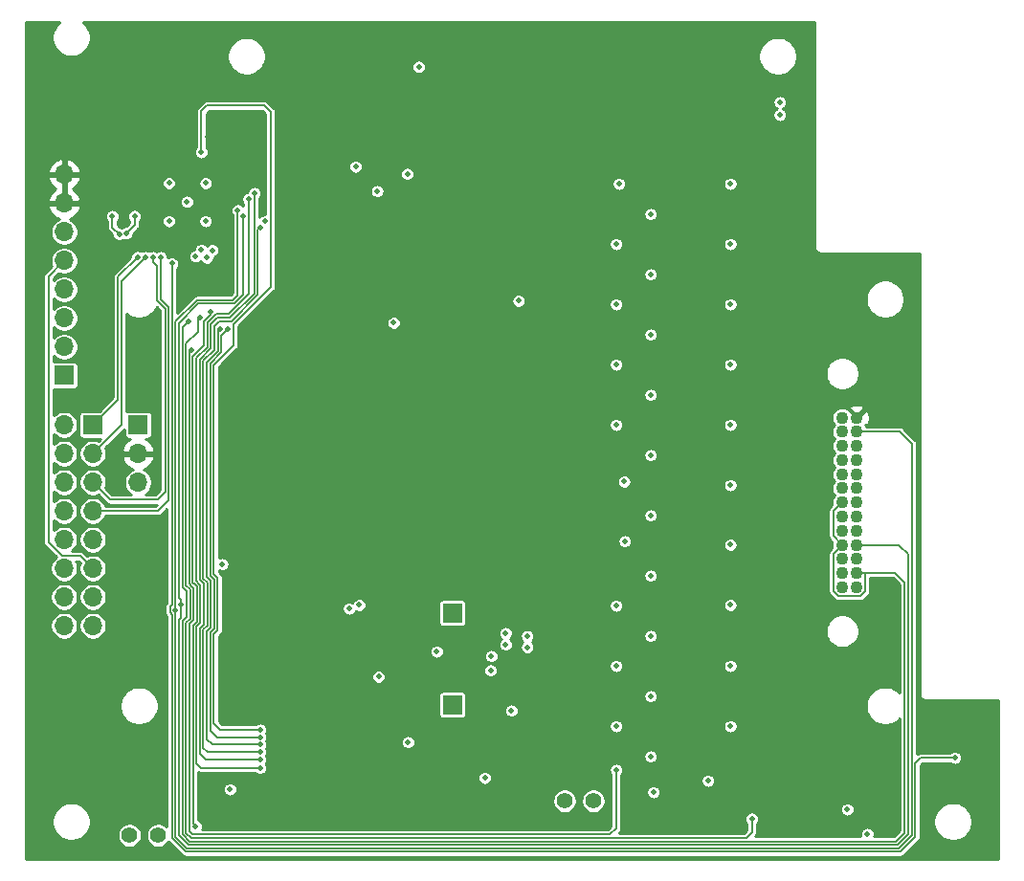
<source format=gbr>
%TF.GenerationSoftware,KiCad,Pcbnew,(5.1.10)-1*%
%TF.CreationDate,2022-12-01T07:03:53-06:00*%
%TF.ProjectId,flight_computer,666c6967-6874-45f6-936f-6d7075746572,A*%
%TF.SameCoordinates,Original*%
%TF.FileFunction,Copper,L3,Inr*%
%TF.FilePolarity,Positive*%
%FSLAX46Y46*%
G04 Gerber Fmt 4.6, Leading zero omitted, Abs format (unit mm)*
G04 Created by KiCad (PCBNEW (5.1.10)-1) date 2022-12-01 07:03:53*
%MOMM*%
%LPD*%
G01*
G04 APERTURE LIST*
%TA.AperFunction,ComponentPad*%
%ADD10C,1.400000*%
%TD*%
%TA.AperFunction,ComponentPad*%
%ADD11R,1.700000X1.700000*%
%TD*%
%TA.AperFunction,ComponentPad*%
%ADD12O,1.700000X1.700000*%
%TD*%
%TA.AperFunction,ComponentPad*%
%ADD13C,1.100000*%
%TD*%
%TA.AperFunction,ViaPad*%
%ADD14C,0.508000*%
%TD*%
%TA.AperFunction,Conductor*%
%ADD15C,0.152400*%
%TD*%
%TA.AperFunction,Conductor*%
%ADD16C,0.254000*%
%TD*%
%TA.AperFunction,Conductor*%
%ADD17C,0.100000*%
%TD*%
G04 APERTURE END LIST*
D10*
%TO.N,Net-(TP4-Pad2)*%
%TO.C,CLK*%
X125222000Y-133350000D03*
%TO.N,/Curve Tracer/ADC_CLK*%
X122682000Y-133350000D03*
%TD*%
%TO.N,Net-(R24-Pad2)*%
%TO.C,CURRENT*%
X161163000Y-130302000D03*
%TO.N,/Perovskite Switches/PANEL_POSITIVE*%
X163703000Y-130302000D03*
%TD*%
D11*
%TO.N,GND*%
%TO.C,V-*%
X151257000Y-113665000D03*
%TD*%
%TO.N,Net-(R25-Pad2)*%
%TO.C,V+*%
X151257000Y-121793000D03*
%TD*%
D12*
%TO.N,Net-(J4-Pad4)*%
%TO.C,J6*%
X123444000Y-102108000D03*
%TO.N,+3V3*%
X123444000Y-99568000D03*
D11*
%TO.N,Net-(J4-Pad2)*%
X123444000Y-97028000D03*
%TD*%
D13*
%TO.N,Net-(J2-Pad26)*%
%TO.C,J2*%
X186987500Y-111386000D03*
%TO.N,/Payload Controller/ALERT*%
X186987500Y-110136000D03*
%TO.N,Net-(J2-Pad24)*%
X186987500Y-108886000D03*
%TO.N,/Payload Controller/SCL*%
X186987500Y-107636000D03*
%TO.N,Net-(J2-Pad22)*%
X186987500Y-106386000D03*
%TO.N,Net-(J2-Pad21)*%
X186987500Y-105136000D03*
%TO.N,Net-(J2-Pad20)*%
X186987500Y-103886000D03*
%TO.N,GND*%
X186987500Y-102636000D03*
%TO.N,Net-(J2-Pad18)*%
X186987500Y-101386000D03*
%TO.N,Net-(J2-Pad17)*%
X186987500Y-100136000D03*
%TO.N,Net-(J2-Pad16)*%
X186987500Y-98886000D03*
%TO.N,/Payload Controller/SDA*%
X186987500Y-97636000D03*
%TO.N,+3V3*%
X186987500Y-96386000D03*
%TO.N,Net-(J2-Pad13)*%
X185737500Y-111386000D03*
%TO.N,Net-(J2-Pad12)*%
X185737500Y-110136000D03*
%TO.N,Net-(J2-Pad11)*%
X185737500Y-108886000D03*
%TO.N,/Payload Controller/ALERT*%
X185737500Y-107636000D03*
%TO.N,Net-(J2-Pad9)*%
X185737500Y-106386000D03*
%TO.N,Net-(J2-Pad8)*%
X185737500Y-105136000D03*
%TO.N,/Payload Controller/ALERT*%
X185737500Y-103886000D03*
%TO.N,Net-(J2-Pad6)*%
X185737500Y-102636000D03*
%TO.N,Net-(J2-Pad5)*%
X185737500Y-101386000D03*
%TO.N,Net-(J2-Pad4)*%
X185737500Y-100136000D03*
%TO.N,Net-(J2-Pad3)*%
X185737500Y-98886000D03*
%TO.N,Net-(J2-Pad2)*%
X185737500Y-97636000D03*
%TO.N,Net-(J2-Pad1)*%
X185737500Y-96386000D03*
%TD*%
D12*
%TO.N,N/C*%
%TO.C,J4*%
X116890800Y-114795300D03*
X119430800Y-114795300D03*
%TO.N,Net-(J4-Pad14)*%
X116890800Y-112255300D03*
%TO.N,Net-(J4-Pad13)*%
X119430800Y-112255300D03*
%TO.N,Net-(J4-Pad12)*%
X116890800Y-109715300D03*
%TO.N,PAYLOAD_RST*%
X119430800Y-109715300D03*
%TO.N,Net-(J4-Pad10)*%
X116890800Y-107175300D03*
%TO.N,GND*%
X119430800Y-107175300D03*
%TO.N,TEST*%
X116890800Y-104635300D03*
%TO.N,TCK*%
X119430800Y-104635300D03*
%TO.N,Net-(J4-Pad6)*%
X116890800Y-102095300D03*
%TO.N,TMS*%
X119430800Y-102095300D03*
%TO.N,Net-(J4-Pad4)*%
X116890800Y-99555300D03*
%TO.N,TDI*%
X119430800Y-99555300D03*
%TO.N,Net-(J4-Pad2)*%
X116890800Y-97015300D03*
D11*
%TO.N,TDO*%
X119430800Y-97015300D03*
%TD*%
D12*
%TO.N,+3V3*%
%TO.C,J3*%
X116903500Y-74866500D03*
X116903500Y-77406500D03*
%TO.N,FAULT*%
X116903500Y-79946500D03*
%TO.N,PAYLOAD_RST*%
X116903500Y-82486500D03*
%TO.N,RX_IN*%
X116903500Y-85026500D03*
%TO.N,TX_OUT*%
X116903500Y-87566500D03*
%TO.N,GND*%
X116903500Y-90106500D03*
D11*
X116903500Y-92646500D03*
%TD*%
D14*
%TO.N,GND*%
X127762000Y-77279500D03*
X126174500Y-78994000D03*
X129413000Y-78994000D03*
X129413000Y-75628500D03*
X126174500Y-75628500D03*
X186182000Y-131064000D03*
X173863000Y-128524000D03*
X175831500Y-75692000D03*
X175831500Y-81026000D03*
X175831500Y-86360000D03*
X175831500Y-91694000D03*
X175831500Y-97028000D03*
X175831500Y-102362000D03*
X175831500Y-107632500D03*
X175831500Y-112966500D03*
X175831500Y-118364000D03*
X175831500Y-123698000D03*
X154622500Y-118745000D03*
X154114500Y-128270000D03*
X147320000Y-125095000D03*
X166497000Y-107315000D03*
X168783000Y-105029000D03*
X166433500Y-102044500D03*
X168783000Y-99695000D03*
X168783000Y-110363000D03*
X168783000Y-115697000D03*
X168783000Y-121031000D03*
X165735000Y-123698000D03*
X165735000Y-118364000D03*
X165735000Y-113030000D03*
X165989000Y-75692000D03*
X168783000Y-94361000D03*
X168783000Y-89027000D03*
X168783000Y-83693000D03*
X168783000Y-78359000D03*
X165735000Y-97028000D03*
X165735000Y-91694000D03*
X165735000Y-86360000D03*
X165735000Y-81026000D03*
X157099000Y-86042500D03*
X148272500Y-65341500D03*
X130873500Y-109347000D03*
X169037000Y-129540000D03*
X168783000Y-126365000D03*
X156464000Y-122301000D03*
X187960000Y-133223000D03*
X149860000Y-117094000D03*
X142684500Y-74168000D03*
X144589500Y-76327000D03*
X147256500Y-74803000D03*
X146050000Y-87985600D03*
X131572000Y-129286000D03*
%TO.N,+3V3*%
X116078000Y-72453500D03*
X117729000Y-72453500D03*
X122618500Y-69024500D03*
X124206000Y-69024500D03*
X129603500Y-71501000D03*
X133159500Y-71501000D03*
X157861000Y-115036597D03*
X154178000Y-113792000D03*
X181483000Y-131064000D03*
X173355000Y-129032000D03*
X170942000Y-75692000D03*
X170942000Y-81026000D03*
X170942000Y-86360000D03*
X170942000Y-91694000D03*
X170942000Y-97028000D03*
X170942000Y-102362000D03*
X170942000Y-107696000D03*
X170942000Y-113030000D03*
X170942000Y-118364000D03*
X170942000Y-123698000D03*
X165290500Y-126365000D03*
X165290500Y-121031000D03*
X165290500Y-115697000D03*
X165290500Y-110363000D03*
X165290500Y-105029000D03*
X165290500Y-99695000D03*
X165290500Y-94361000D03*
X165290500Y-89027000D03*
X165290500Y-83693000D03*
X165290500Y-78359000D03*
X170751500Y-72009000D03*
X178152500Y-70831000D03*
X150177500Y-101346000D03*
X153924000Y-101346000D03*
X157670500Y-101346000D03*
X146431000Y-101346000D03*
X142621000Y-101346000D03*
X138811000Y-101346000D03*
X135001000Y-101346000D03*
X131191000Y-101346000D03*
X132461000Y-103568500D03*
X136271000Y-103568500D03*
X140081000Y-103568500D03*
X143827500Y-103568500D03*
X147637500Y-103568500D03*
X151384000Y-103568500D03*
X155130500Y-103568500D03*
X158940500Y-103568500D03*
X145669000Y-96075500D03*
X145288000Y-73279000D03*
X145288000Y-114046000D03*
X138112500Y-115189000D03*
X135001000Y-132651500D03*
X132905500Y-130619500D03*
X138620500Y-130619500D03*
X151955500Y-130619500D03*
X154940000Y-122301000D03*
X136398000Y-113411000D03*
X146494500Y-83566000D03*
X147320000Y-82740500D03*
X157861000Y-79565500D03*
X159639000Y-77978000D03*
X159702500Y-70104000D03*
X157861000Y-71818500D03*
X142367000Y-78168500D03*
X147193000Y-94361000D03*
X163703000Y-125857000D03*
X185674000Y-133223000D03*
X194564000Y-123571000D03*
X137985500Y-78295500D03*
X131127500Y-84836000D03*
X120294400Y-125679200D03*
%TO.N,PAYLOAD_RST*%
X130012000Y-81570000D03*
%TO.N,-3V3*%
X155956000Y-116459000D03*
X155956000Y-115443000D03*
X144716500Y-119316500D03*
X154686000Y-117475000D03*
%TO.N,/Payload Controller/SCL*%
X180213000Y-69596000D03*
X143002000Y-112966500D03*
X127254000Y-112903000D03*
X132741100Y-78512100D03*
%TO.N,/Payload Controller/SDA*%
X180213000Y-68453000D03*
X142113000Y-113284000D03*
X126746000Y-113411000D03*
X132258500Y-78029500D03*
%TO.N,/Curve Tracer/LADDER_VOLTAGE*%
X157861000Y-115697000D03*
X157873000Y-116701000D03*
%TO.N,/Curve Tracer/ADC_CS*%
X134239000Y-124663194D03*
X123126500Y-78546900D03*
X131381500Y-88544400D03*
X122422053Y-80048561D03*
%TO.N,/Curve Tracer/ADC_DRDY*%
X134239000Y-125323597D03*
X130671550Y-88544400D03*
X121157980Y-78549500D03*
X121767600Y-80137000D03*
%TO.N,/Curve Tracer/ADC_SYNC*%
X134239000Y-124002791D03*
X129032000Y-72898000D03*
%TO.N,/Payload Controller/ENABLE_TEST_SOURCE*%
X177736500Y-131889500D03*
X128906357Y-87517350D03*
%TO.N,/Curve Tracer/ADC_CLK*%
X129833750Y-87034750D03*
X128524000Y-132537200D03*
%TO.N,/Curve Tracer/MOSI*%
X134239000Y-127381000D03*
X133223000Y-77025500D03*
%TO.N,/Curve Tracer/MISO*%
X134239000Y-126644403D03*
X133731000Y-76517500D03*
%TO.N,/Curve Tracer/SCLK*%
X134239000Y-125984000D03*
X134213600Y-79546900D03*
%TO.N,/Payload Controller/REVERSE_BIAS*%
X165735000Y-127549400D03*
X128143030Y-90424028D03*
%TO.N,FAULT*%
X134683500Y-78994700D03*
%TO.N,TDO*%
X123380500Y-82169000D03*
%TO.N,TEST*%
X129529400Y-82232500D03*
%TO.N,RX_IN*%
X129029400Y-81534000D03*
%TO.N,TX_OUT*%
X128524000Y-82105500D03*
%TO.N,TCK*%
X125428758Y-82184243D03*
%TO.N,TMS*%
X124750718Y-82179782D03*
%TO.N,TDI*%
X124079000Y-82169000D03*
%TO.N,/Payload Controller/ALERT*%
X127874283Y-87869283D03*
%TO.N,/Payload Controller/GAAS_TEMP*%
X195707000Y-126492000D03*
X126441190Y-82727810D03*
%TD*%
D15*
%TO.N,PAYLOAD_RST*%
X118352199Y-108636699D02*
X119430800Y-109715300D01*
X116755869Y-108636699D02*
X118352199Y-108636699D01*
X115520089Y-107400919D02*
X116755869Y-108636699D01*
X115520089Y-83869911D02*
X115520089Y-107400919D01*
X116903500Y-82486500D02*
X115520089Y-83869911D01*
%TO.N,/Payload Controller/SCL*%
X186987500Y-107636000D02*
X190770190Y-107636000D01*
X190770190Y-107636000D02*
X191592190Y-108458000D01*
X191592190Y-108458000D02*
X191592190Y-133223744D01*
X191592190Y-133223744D02*
X190627744Y-134188190D01*
X190627744Y-134188190D02*
X127888256Y-134188190D01*
X127888256Y-134188190D02*
X127050810Y-133350744D01*
X127050810Y-133350744D02*
X127050810Y-114300000D01*
X127228601Y-112928399D02*
X127254000Y-112903000D01*
X127228601Y-114122209D02*
X127228601Y-112928399D01*
X127050810Y-114300000D02*
X127228601Y-114122209D01*
X131952257Y-86283809D02*
X132741100Y-85494966D01*
X128777256Y-86283810D02*
X131952257Y-86283809D01*
X132741100Y-85494966D02*
X132741100Y-78512100D01*
X127050810Y-88010256D02*
X128777256Y-86283810D01*
X127050810Y-112340600D02*
X127050810Y-88010256D01*
X127254000Y-112543790D02*
X127050810Y-112340600D01*
X127254000Y-112903000D02*
X127254000Y-112543790D01*
%TO.N,/Payload Controller/SDA*%
X191897000Y-133350000D02*
X190754000Y-134493000D01*
X190754000Y-134493000D02*
X141224000Y-134493000D01*
X141224000Y-134493000D02*
X127762000Y-134493000D01*
X127762000Y-134493000D02*
X126746000Y-133477000D01*
X126746000Y-133477000D02*
X126746000Y-113411000D01*
X191897000Y-98679000D02*
X191897000Y-100838000D01*
X190854000Y-97636000D02*
X191897000Y-98679000D01*
X186987500Y-97636000D02*
X190854000Y-97636000D01*
X191897000Y-100838000D02*
X191897000Y-133350000D01*
X191897000Y-100711000D02*
X191897000Y-100838000D01*
X126746000Y-113411000D02*
X126746000Y-113411000D01*
X131826000Y-85979000D02*
X132258500Y-85546500D01*
X128651000Y-85979000D02*
X131826000Y-85979000D01*
X132258500Y-85546500D02*
X132258500Y-78029500D01*
X126746000Y-87884000D02*
X128651000Y-85979000D01*
X126746000Y-113411000D02*
X126746000Y-87884000D01*
%TO.N,/Curve Tracer/ADC_CS*%
X134239000Y-124663194D02*
X130403674Y-124663194D01*
X129819480Y-124079000D02*
X129819480Y-123440280D01*
X130403674Y-124663194D02*
X129819480Y-124079000D01*
X129819480Y-115410922D02*
X130175079Y-115055321D01*
X129819480Y-121259520D02*
X129819480Y-115410922D01*
X129819480Y-123440280D02*
X129819480Y-121259520D01*
X129819480Y-121259520D02*
X129819480Y-121158000D01*
X130175078Y-110720880D02*
X129997290Y-110543092D01*
X130175079Y-115055321D02*
X130175078Y-110720880D01*
X129997290Y-110543092D02*
X129900849Y-110446651D01*
X129900849Y-110446651D02*
X129819430Y-110365232D01*
X129819430Y-91601400D02*
X130810000Y-90610830D01*
X129819430Y-110365232D02*
X129819430Y-91601400D01*
X130810000Y-89115900D02*
X131381500Y-88544400D01*
X130810000Y-90610830D02*
X130810000Y-89115900D01*
X123126500Y-79344114D02*
X122422053Y-80048561D01*
X123126500Y-78546900D02*
X123126500Y-79344114D01*
%TO.N,/Curve Tracer/ADC_DRDY*%
X134239000Y-125323597D02*
X129997267Y-125323597D01*
X129514670Y-124841000D02*
X129514670Y-123314024D01*
X129997267Y-125323597D02*
X129514670Y-124841000D01*
X129514670Y-123314024D02*
X129514670Y-121031000D01*
X129514670Y-115284668D02*
X129870270Y-114929066D01*
X129514670Y-121031000D02*
X129514670Y-115284668D01*
X129870270Y-114929066D02*
X129870269Y-110847139D01*
X129870269Y-110847139D02*
X129870269Y-110847137D01*
X129870269Y-110847137D02*
X129692480Y-110669348D01*
X129692480Y-110669348D02*
X129514620Y-110491488D01*
X129514620Y-110491488D02*
X129514620Y-92837000D01*
X129514620Y-91475144D02*
X130493760Y-90496004D01*
X129514620Y-92837000D02*
X129514620Y-91475144D01*
X130493760Y-88722190D02*
X130671550Y-88544400D01*
X130493760Y-90496004D02*
X130493760Y-88722190D01*
X121157980Y-79527380D02*
X121767600Y-80137000D01*
X121157980Y-78549500D02*
X121157980Y-79527380D01*
%TO.N,/Curve Tracer/ADC_SYNC*%
X130683081Y-124002791D02*
X134239000Y-124002791D01*
X130124290Y-123444000D02*
X130683081Y-124002791D01*
X129032000Y-72898000D02*
X129032000Y-69278500D01*
X130124290Y-115537176D02*
X130124290Y-123444000D01*
X129032000Y-69278500D02*
X129540000Y-68770500D01*
X129540000Y-68770500D02*
X134620000Y-68770500D01*
X134620000Y-68770500D02*
X135166101Y-69316601D01*
X135166101Y-69316601D02*
X135166101Y-84794229D01*
X130124240Y-91727656D02*
X130124240Y-110238976D01*
X135166101Y-84794229D02*
X131864101Y-88096229D01*
X131864101Y-88096229D02*
X131864101Y-89987795D01*
X130479887Y-110594623D02*
X130479888Y-115181576D01*
X131864101Y-89987795D02*
X130124240Y-91727656D01*
X130124240Y-110238976D02*
X130479887Y-110594623D01*
X130479888Y-115181576D02*
X130124290Y-115537176D01*
%TO.N,/Payload Controller/ENABLE_TEST_SOURCE*%
X177736500Y-133070570D02*
X177736500Y-131889500D01*
X177228500Y-133578570D02*
X177736500Y-133070570D01*
X128140768Y-133578570D02*
X177228500Y-133578570D01*
X127685810Y-133123612D02*
X128140768Y-133578570D01*
X127685810Y-114527132D02*
X127685810Y-133123612D01*
X128041411Y-114171531D02*
X127685810Y-114527132D01*
X127660430Y-111227364D02*
X128041409Y-111608343D01*
X128714500Y-88773000D02*
X127660430Y-89827070D01*
X128714500Y-87709207D02*
X128714500Y-88773000D01*
X128041409Y-111608343D02*
X128041411Y-114171531D01*
X127660430Y-89827070D02*
X127660430Y-111227364D01*
X128906357Y-87517350D02*
X128714500Y-87709207D01*
%TO.N,/Curve Tracer/ADC_CLK*%
X128295430Y-127635000D02*
X128295430Y-122809000D01*
X128295430Y-122809000D02*
X128295430Y-120650000D01*
X128295430Y-114779644D02*
X128651031Y-114424043D01*
X128295430Y-120650000D02*
X128295430Y-114779644D01*
X128651028Y-111709962D02*
X128651027Y-111355829D01*
X128651031Y-111709965D02*
X128651028Y-111709962D01*
X128651031Y-114424043D02*
X128651031Y-111709965D01*
X128651027Y-111355829D02*
X128473240Y-111178042D01*
X128473240Y-111178042D02*
X128270050Y-110974852D01*
X128270050Y-110974852D02*
X128270050Y-92329000D01*
X128270050Y-92329000D02*
X128270050Y-90995450D01*
X128270050Y-90995450D02*
X129274520Y-89990980D01*
X129833750Y-87286184D02*
X129833750Y-87034750D01*
X129274521Y-87845413D02*
X129833750Y-87286184D01*
X129274520Y-89990980D02*
X129274521Y-87845413D01*
X128295430Y-132308630D02*
X128524000Y-132537200D01*
X128295430Y-127635000D02*
X128295430Y-132308630D01*
%TO.N,/Curve Tracer/MOSI*%
X128955841Y-111556841D02*
X128955836Y-111556836D01*
X128955841Y-114550299D02*
X128955841Y-111556841D01*
X128600240Y-120776256D02*
X128600240Y-114905900D01*
X128778050Y-111051786D02*
X128655882Y-110929618D01*
X128574860Y-110848596D02*
X128574860Y-92455256D01*
X128600240Y-114905900D02*
X128955841Y-114550299D01*
X128600240Y-122935256D02*
X128600240Y-120777000D01*
X128600240Y-122936000D02*
X128600240Y-122935256D01*
X128655882Y-110929618D02*
X128574860Y-110848596D01*
X128955836Y-111229572D02*
X128778050Y-111051786D01*
X128955836Y-111556836D02*
X128955836Y-111229572D01*
X128600240Y-127000000D02*
X128600240Y-122936000D01*
X128600240Y-120777000D02*
X128600240Y-120776256D01*
X128981240Y-127381000D02*
X128600240Y-127000000D01*
X134239000Y-127381000D02*
X128981240Y-127381000D01*
X128574860Y-92455256D02*
X128574860Y-91121706D01*
X128574860Y-91121706D02*
X129579330Y-90117236D01*
X129579330Y-90117236D02*
X129579330Y-89087802D01*
X130327382Y-87223618D02*
X131443514Y-87223618D01*
X129579330Y-87971670D02*
X130327382Y-87223618D01*
X129579330Y-89087802D02*
X129579330Y-87971670D01*
X133223701Y-77026201D02*
X133223000Y-77025500D01*
X133223701Y-85443431D02*
X133223701Y-77026201D01*
X131443514Y-87223618D02*
X133223701Y-85443431D01*
%TO.N,/Curve Tracer/MISO*%
X134239000Y-126644403D02*
X129438453Y-126644403D01*
X129438453Y-126644403D02*
X128905050Y-126111000D01*
X128905050Y-123189950D02*
X128905050Y-123061512D01*
X128905050Y-126111000D02*
X128905050Y-123189950D01*
X128905050Y-123189950D02*
X128905050Y-123063000D01*
X128905050Y-123061512D02*
X128905050Y-120904000D01*
X128905050Y-120904000D02*
X128905050Y-121031000D01*
X128905050Y-115032156D02*
X129260651Y-114676555D01*
X128905050Y-120904000D02*
X128905050Y-115032156D01*
X129260651Y-111099651D02*
X129082860Y-110921860D01*
X129260651Y-114676555D02*
X129260651Y-111099651D01*
X129082860Y-110921860D02*
X129079190Y-110921860D01*
X129079190Y-110921860D02*
X128905000Y-110747670D01*
X128905000Y-110747670D02*
X128905000Y-91222632D01*
X129884140Y-90243492D02*
X129884140Y-89214058D01*
X128905000Y-91222632D02*
X129884140Y-90243492D01*
X129884140Y-88111360D02*
X130467072Y-87528428D01*
X129884140Y-89214058D02*
X129884140Y-88111360D01*
X133731000Y-85367198D02*
X133731000Y-76517500D01*
X131569771Y-87528427D02*
X133731000Y-85367198D01*
X130467072Y-87528428D02*
X131569771Y-87528427D01*
%TO.N,/Curve Tracer/SCLK*%
X134035810Y-79724690D02*
X134213600Y-79546900D01*
X129209860Y-125603000D02*
X129209860Y-115158412D01*
X129590860Y-125984000D02*
X129209860Y-125603000D01*
X129209860Y-115158412D02*
X129565461Y-114802811D01*
X129565461Y-114802811D02*
X129565460Y-110973394D01*
X129565460Y-110973394D02*
X129209810Y-110617744D01*
X129209810Y-110617744D02*
X129209810Y-91348888D01*
X129209810Y-91348888D02*
X130188950Y-90369748D01*
X134239000Y-125984000D02*
X129590860Y-125984000D01*
X134035810Y-85493454D02*
X134035810Y-79724690D01*
X130188950Y-90369748D02*
X130188950Y-88251050D01*
X130188950Y-88251050D02*
X130606764Y-87833236D01*
X130606764Y-87833236D02*
X131696028Y-87833236D01*
X131696028Y-87833236D02*
X134035810Y-85493454D01*
%TO.N,/Payload Controller/REVERSE_BIAS*%
X134909010Y-133273760D02*
X128267024Y-133273760D01*
X128267024Y-133273760D02*
X127990620Y-132997356D01*
X127990620Y-114653388D02*
X128346221Y-114297787D01*
X127990620Y-132997356D02*
X127990620Y-114653388D01*
X128346221Y-114297787D02*
X128346221Y-113792000D01*
X128346221Y-113792000D02*
X128346221Y-113728500D01*
X128346218Y-111836218D02*
X128346218Y-111482086D01*
X128346221Y-111836221D02*
X128346218Y-111836218D01*
X128346221Y-113792000D02*
X128346221Y-111836221D01*
X128346218Y-111482086D02*
X128168430Y-111304298D01*
X164922240Y-133273760D02*
X134909010Y-133273760D01*
X164922240Y-133273760D02*
X165176240Y-133273760D01*
X165735000Y-132715000D02*
X165735000Y-127549400D01*
X165176240Y-133273760D02*
X165735000Y-132715000D01*
X128168430Y-111304298D02*
X127965240Y-111101108D01*
X127965240Y-90601818D02*
X128143030Y-90424028D01*
X127965240Y-111101108D02*
X127965240Y-90601818D01*
%TO.N,TDO*%
X123380500Y-82169000D02*
X121674752Y-83874748D01*
X121674752Y-94771348D02*
X119430800Y-97015300D01*
X121674752Y-83874748D02*
X121674752Y-94771348D01*
%TO.N,TCK*%
X125171200Y-104635300D02*
X119430800Y-104635300D01*
X126136380Y-103670120D02*
X125171200Y-104635300D01*
X126136380Y-86614000D02*
X126136380Y-103670120D01*
X125428758Y-85906378D02*
X126136380Y-86614000D01*
X125428758Y-82184243D02*
X125428758Y-85906378D01*
%TO.N,TMS*%
X120967500Y-103632000D02*
X119430800Y-102095300D01*
X125831570Y-86740256D02*
X125831570Y-102958930D01*
X125123949Y-86032635D02*
X125831570Y-86740256D01*
X125123948Y-82994500D02*
X125123949Y-86032635D01*
X125158500Y-103632000D02*
X120967500Y-103632000D01*
X124750718Y-82621270D02*
X125123948Y-82994500D01*
X125831570Y-102958930D02*
X125158500Y-103632000D01*
X124750718Y-82179782D02*
X124750718Y-82621270D01*
%TO.N,TDI*%
X121979562Y-97006538D02*
X119430800Y-99555300D01*
X121979562Y-84268438D02*
X121979562Y-97006538D01*
X124079000Y-82169000D02*
X121979562Y-84268438D01*
%TO.N,/Payload Controller/ALERT*%
X184958899Y-104664601D02*
X185737500Y-103886000D01*
X184958899Y-106857399D02*
X184958899Y-104664601D01*
X185737500Y-107636000D02*
X184958899Y-106857399D01*
X190425380Y-110136000D02*
X191262000Y-110972620D01*
X191262000Y-110972620D02*
X191262000Y-133122868D01*
X191262000Y-133122868D02*
X190501488Y-133883380D01*
X190501488Y-133883380D02*
X128014512Y-133883380D01*
X128014512Y-133883380D02*
X127381000Y-133249868D01*
X127381000Y-133249868D02*
X127381000Y-116586000D01*
X187766101Y-110169101D02*
X187733000Y-110136000D01*
X187361229Y-112164601D02*
X187766101Y-111759729D01*
X185363771Y-112164601D02*
X187361229Y-112164601D01*
X184958899Y-111759729D02*
X185363771Y-112164601D01*
X184958899Y-108414601D02*
X184958899Y-111759729D01*
X185737500Y-107636000D02*
X184958899Y-108414601D01*
X187766101Y-111759729D02*
X187766101Y-110169101D01*
X187733000Y-110136000D02*
X190425380Y-110136000D01*
X186987500Y-110136000D02*
X187733000Y-110136000D01*
X127381001Y-114400875D02*
X127736600Y-114045276D01*
X127381000Y-116586000D02*
X127381001Y-114400875D01*
X127736600Y-114045276D02*
X127736600Y-112064800D01*
X127736600Y-111734600D02*
X127558810Y-111556810D01*
X127736600Y-112064800D02*
X127736600Y-111734600D01*
X127558810Y-111556810D02*
X127381000Y-111379000D01*
X127381000Y-111379000D02*
X127355620Y-111353620D01*
X127355620Y-89179380D02*
X127355620Y-89022946D01*
X127355620Y-111353620D02*
X127355620Y-89179380D01*
X127355620Y-89179380D02*
X127355620Y-89052380D01*
X127355620Y-88387946D02*
X127874283Y-87869283D01*
X127355620Y-89052380D02*
X127355620Y-88387946D01*
%TO.N,/Payload Controller/GAAS_TEMP*%
X192201809Y-133476257D02*
X190880256Y-134797810D01*
X127635743Y-134797809D02*
X126441190Y-133603256D01*
X190880256Y-134797810D02*
X127635743Y-134797809D01*
X126441190Y-133603256D02*
X126441190Y-132715000D01*
X126441190Y-132715000D02*
X126441190Y-114554000D01*
X126263399Y-113131601D02*
X126441190Y-112953810D01*
X126263399Y-113642649D02*
X126263399Y-113131601D01*
X126441190Y-113820440D02*
X126263399Y-113642649D01*
X126441190Y-114554000D02*
X126441190Y-113820440D01*
X126441190Y-112953810D02*
X126441190Y-89789000D01*
X192659000Y-126492000D02*
X192201809Y-126949191D01*
X192201809Y-126949191D02*
X192201809Y-133476257D01*
X195707000Y-126492000D02*
X192659000Y-126492000D01*
X126441190Y-89789000D02*
X126441190Y-82727810D01*
%TD*%
D16*
%TO.N,+3V3*%
X116438717Y-61410268D02*
X116200267Y-61648718D01*
X116012919Y-61929104D01*
X115883871Y-62240653D01*
X115818083Y-62571392D01*
X115818083Y-62908610D01*
X115883871Y-63239349D01*
X116012919Y-63550898D01*
X116200267Y-63831284D01*
X116438717Y-64069734D01*
X116719103Y-64257082D01*
X117030652Y-64386130D01*
X117361391Y-64451918D01*
X117698609Y-64451918D01*
X118029348Y-64386130D01*
X118340897Y-64257082D01*
X118394310Y-64221392D01*
X131318083Y-64221392D01*
X131318083Y-64558610D01*
X131383871Y-64889349D01*
X131512919Y-65200898D01*
X131700267Y-65481284D01*
X131938717Y-65719734D01*
X132219103Y-65907082D01*
X132530652Y-66036130D01*
X132861391Y-66101918D01*
X133198609Y-66101918D01*
X133529348Y-66036130D01*
X133840897Y-65907082D01*
X134121283Y-65719734D01*
X134359733Y-65481284D01*
X134494922Y-65278958D01*
X147637500Y-65278958D01*
X147637500Y-65404042D01*
X147661903Y-65526723D01*
X147709771Y-65642285D01*
X147779264Y-65746289D01*
X147867711Y-65834736D01*
X147971715Y-65904229D01*
X148087277Y-65952097D01*
X148209958Y-65976500D01*
X148335042Y-65976500D01*
X148457723Y-65952097D01*
X148573285Y-65904229D01*
X148677289Y-65834736D01*
X148765736Y-65746289D01*
X148835229Y-65642285D01*
X148883097Y-65526723D01*
X148907500Y-65404042D01*
X148907500Y-65278958D01*
X148883097Y-65156277D01*
X148835229Y-65040715D01*
X148765736Y-64936711D01*
X148677289Y-64848264D01*
X148573285Y-64778771D01*
X148457723Y-64730903D01*
X148335042Y-64706500D01*
X148209958Y-64706500D01*
X148087277Y-64730903D01*
X147971715Y-64778771D01*
X147867711Y-64848264D01*
X147779264Y-64936711D01*
X147709771Y-65040715D01*
X147661903Y-65156277D01*
X147637500Y-65278958D01*
X134494922Y-65278958D01*
X134547081Y-65200898D01*
X134676129Y-64889349D01*
X134741917Y-64558610D01*
X134741917Y-64221392D01*
X178318084Y-64221392D01*
X178318084Y-64558610D01*
X178383872Y-64889348D01*
X178512920Y-65200897D01*
X178700268Y-65481284D01*
X178938717Y-65719733D01*
X179219104Y-65907081D01*
X179530653Y-66036129D01*
X179861391Y-66101917D01*
X180198609Y-66101917D01*
X180529347Y-66036129D01*
X180840896Y-65907081D01*
X181121283Y-65719733D01*
X181359732Y-65481284D01*
X181547080Y-65200897D01*
X181676128Y-64889348D01*
X181741916Y-64558610D01*
X181741916Y-64221392D01*
X181676128Y-63890654D01*
X181547080Y-63579105D01*
X181359732Y-63298718D01*
X181121283Y-63060269D01*
X180840896Y-62872921D01*
X180529347Y-62743873D01*
X180198609Y-62678085D01*
X179861391Y-62678085D01*
X179530653Y-62743873D01*
X179219104Y-62872921D01*
X178938717Y-63060269D01*
X178700268Y-63298718D01*
X178512920Y-63579105D01*
X178383872Y-63890654D01*
X178318084Y-64221392D01*
X134741917Y-64221392D01*
X134676129Y-63890653D01*
X134547081Y-63579104D01*
X134359733Y-63298718D01*
X134121283Y-63060268D01*
X133840897Y-62872920D01*
X133529348Y-62743872D01*
X133198609Y-62678084D01*
X132861391Y-62678084D01*
X132530652Y-62743872D01*
X132219103Y-62872920D01*
X131938717Y-63060268D01*
X131700267Y-63298718D01*
X131512919Y-63579104D01*
X131383871Y-63890653D01*
X131318083Y-64221392D01*
X118394310Y-64221392D01*
X118621283Y-64069734D01*
X118859733Y-63831284D01*
X119047081Y-63550898D01*
X119176129Y-63239349D01*
X119241917Y-62908610D01*
X119241917Y-62571392D01*
X119176129Y-62240653D01*
X119047081Y-61929104D01*
X118859733Y-61648718D01*
X118621283Y-61410268D01*
X118562516Y-61371001D01*
X183306349Y-61371001D01*
X183306350Y-81330337D01*
X183304022Y-81353973D01*
X183313309Y-81448265D01*
X183340813Y-81538934D01*
X183385477Y-81622495D01*
X183445585Y-81695737D01*
X183518827Y-81755845D01*
X183602388Y-81800509D01*
X183693057Y-81828013D01*
X183763723Y-81834973D01*
X183787349Y-81837300D01*
X183810975Y-81834973D01*
X192549001Y-81834973D01*
X192549000Y-120866374D01*
X192546673Y-120890000D01*
X192555960Y-120984292D01*
X192583464Y-121074961D01*
X192626435Y-121155355D01*
X192628128Y-121158522D01*
X192688236Y-121231764D01*
X192761478Y-121291872D01*
X192845039Y-121336536D01*
X192935708Y-121364040D01*
X193030000Y-121373327D01*
X193053626Y-121371000D01*
X199549001Y-121371000D01*
X199549000Y-135409000D01*
X113511000Y-135409000D01*
X113511000Y-131970391D01*
X115817287Y-131970391D01*
X115817287Y-132307765D01*
X115883106Y-132638658D01*
X116012214Y-132950352D01*
X116199649Y-133230869D01*
X116438209Y-133469429D01*
X116718726Y-133656864D01*
X117030420Y-133785972D01*
X117361313Y-133851791D01*
X117698687Y-133851791D01*
X118029580Y-133785972D01*
X118341274Y-133656864D01*
X118621791Y-133469429D01*
X118847689Y-133243531D01*
X121601000Y-133243531D01*
X121601000Y-133456469D01*
X121642543Y-133665316D01*
X121724031Y-133862045D01*
X121842333Y-134039097D01*
X121992903Y-134189667D01*
X122169955Y-134307969D01*
X122366684Y-134389457D01*
X122575531Y-134431000D01*
X122788469Y-134431000D01*
X122997316Y-134389457D01*
X123194045Y-134307969D01*
X123371097Y-134189667D01*
X123521667Y-134039097D01*
X123639969Y-133862045D01*
X123721457Y-133665316D01*
X123763000Y-133456469D01*
X123763000Y-133243531D01*
X123721457Y-133034684D01*
X123639969Y-132837955D01*
X123521667Y-132660903D01*
X123371097Y-132510333D01*
X123194045Y-132392031D01*
X122997316Y-132310543D01*
X122788469Y-132269000D01*
X122575531Y-132269000D01*
X122366684Y-132310543D01*
X122169955Y-132392031D01*
X121992903Y-132510333D01*
X121842333Y-132660903D01*
X121724031Y-132837955D01*
X121642543Y-133034684D01*
X121601000Y-133243531D01*
X118847689Y-133243531D01*
X118860351Y-133230869D01*
X119047786Y-132950352D01*
X119176894Y-132638658D01*
X119242713Y-132307765D01*
X119242713Y-131970391D01*
X119176894Y-131639498D01*
X119047786Y-131327804D01*
X118860351Y-131047287D01*
X118621791Y-130808727D01*
X118341274Y-130621292D01*
X118029580Y-130492184D01*
X117698687Y-130426365D01*
X117361313Y-130426365D01*
X117030420Y-130492184D01*
X116718726Y-130621292D01*
X116438209Y-130808727D01*
X116199649Y-131047287D01*
X116012214Y-131327804D01*
X115883106Y-131639498D01*
X115817287Y-131970391D01*
X113511000Y-131970391D01*
X113511000Y-121721391D01*
X121818083Y-121721391D01*
X121818083Y-122058609D01*
X121883871Y-122389348D01*
X122012919Y-122700897D01*
X122200267Y-122981283D01*
X122438717Y-123219733D01*
X122719103Y-123407081D01*
X123030652Y-123536129D01*
X123361391Y-123601917D01*
X123698609Y-123601917D01*
X124029348Y-123536129D01*
X124340897Y-123407081D01*
X124621283Y-123219733D01*
X124859733Y-122981283D01*
X125047081Y-122700897D01*
X125176129Y-122389348D01*
X125241917Y-122058609D01*
X125241917Y-121721391D01*
X125176129Y-121390652D01*
X125047081Y-121079103D01*
X124859733Y-120798717D01*
X124621283Y-120560267D01*
X124340897Y-120372919D01*
X124029348Y-120243871D01*
X123698609Y-120178083D01*
X123361391Y-120178083D01*
X123030652Y-120243871D01*
X122719103Y-120372919D01*
X122438717Y-120560267D01*
X122200267Y-120798717D01*
X122012919Y-121079103D01*
X121883871Y-121390652D01*
X121818083Y-121721391D01*
X113511000Y-121721391D01*
X113511000Y-114674057D01*
X115659800Y-114674057D01*
X115659800Y-114916543D01*
X115707107Y-115154369D01*
X115799902Y-115378397D01*
X115934620Y-115580017D01*
X116106083Y-115751480D01*
X116307703Y-115886198D01*
X116531731Y-115978993D01*
X116769557Y-116026300D01*
X117012043Y-116026300D01*
X117249869Y-115978993D01*
X117473897Y-115886198D01*
X117675517Y-115751480D01*
X117846980Y-115580017D01*
X117981698Y-115378397D01*
X118074493Y-115154369D01*
X118121800Y-114916543D01*
X118121800Y-114674057D01*
X118199800Y-114674057D01*
X118199800Y-114916543D01*
X118247107Y-115154369D01*
X118339902Y-115378397D01*
X118474620Y-115580017D01*
X118646083Y-115751480D01*
X118847703Y-115886198D01*
X119071731Y-115978993D01*
X119309557Y-116026300D01*
X119552043Y-116026300D01*
X119789869Y-115978993D01*
X120013897Y-115886198D01*
X120215517Y-115751480D01*
X120386980Y-115580017D01*
X120521698Y-115378397D01*
X120614493Y-115154369D01*
X120661800Y-114916543D01*
X120661800Y-114674057D01*
X120614493Y-114436231D01*
X120521698Y-114212203D01*
X120386980Y-114010583D01*
X120215517Y-113839120D01*
X120013897Y-113704402D01*
X119789869Y-113611607D01*
X119552043Y-113564300D01*
X119309557Y-113564300D01*
X119071731Y-113611607D01*
X118847703Y-113704402D01*
X118646083Y-113839120D01*
X118474620Y-114010583D01*
X118339902Y-114212203D01*
X118247107Y-114436231D01*
X118199800Y-114674057D01*
X118121800Y-114674057D01*
X118074493Y-114436231D01*
X117981698Y-114212203D01*
X117846980Y-114010583D01*
X117675517Y-113839120D01*
X117473897Y-113704402D01*
X117249869Y-113611607D01*
X117012043Y-113564300D01*
X116769557Y-113564300D01*
X116531731Y-113611607D01*
X116307703Y-113704402D01*
X116106083Y-113839120D01*
X115934620Y-114010583D01*
X115799902Y-114212203D01*
X115707107Y-114436231D01*
X115659800Y-114674057D01*
X113511000Y-114674057D01*
X113511000Y-112134057D01*
X115659800Y-112134057D01*
X115659800Y-112376543D01*
X115707107Y-112614369D01*
X115799902Y-112838397D01*
X115934620Y-113040017D01*
X116106083Y-113211480D01*
X116307703Y-113346198D01*
X116531731Y-113438993D01*
X116769557Y-113486300D01*
X117012043Y-113486300D01*
X117249869Y-113438993D01*
X117473897Y-113346198D01*
X117675517Y-113211480D01*
X117846980Y-113040017D01*
X117981698Y-112838397D01*
X118074493Y-112614369D01*
X118121800Y-112376543D01*
X118121800Y-112134057D01*
X118199800Y-112134057D01*
X118199800Y-112376543D01*
X118247107Y-112614369D01*
X118339902Y-112838397D01*
X118474620Y-113040017D01*
X118646083Y-113211480D01*
X118847703Y-113346198D01*
X119071731Y-113438993D01*
X119309557Y-113486300D01*
X119552043Y-113486300D01*
X119789869Y-113438993D01*
X120013897Y-113346198D01*
X120215517Y-113211480D01*
X120386980Y-113040017D01*
X120521698Y-112838397D01*
X120614493Y-112614369D01*
X120661800Y-112376543D01*
X120661800Y-112134057D01*
X120614493Y-111896231D01*
X120521698Y-111672203D01*
X120386980Y-111470583D01*
X120215517Y-111299120D01*
X120013897Y-111164402D01*
X119789869Y-111071607D01*
X119552043Y-111024300D01*
X119309557Y-111024300D01*
X119071731Y-111071607D01*
X118847703Y-111164402D01*
X118646083Y-111299120D01*
X118474620Y-111470583D01*
X118339902Y-111672203D01*
X118247107Y-111896231D01*
X118199800Y-112134057D01*
X118121800Y-112134057D01*
X118074493Y-111896231D01*
X117981698Y-111672203D01*
X117846980Y-111470583D01*
X117675517Y-111299120D01*
X117473897Y-111164402D01*
X117249869Y-111071607D01*
X117012043Y-111024300D01*
X116769557Y-111024300D01*
X116531731Y-111071607D01*
X116307703Y-111164402D01*
X116106083Y-111299120D01*
X115934620Y-111470583D01*
X115799902Y-111672203D01*
X115707107Y-111896231D01*
X115659800Y-112134057D01*
X113511000Y-112134057D01*
X113511000Y-83869911D01*
X115060678Y-83869911D01*
X115062889Y-83892361D01*
X115062890Y-107378459D01*
X115060678Y-107400919D01*
X115062890Y-107423379D01*
X115066516Y-107460191D01*
X115069505Y-107490545D01*
X115095649Y-107576728D01*
X115127331Y-107636001D01*
X115138103Y-107656155D01*
X115195237Y-107725772D01*
X115212682Y-107740089D01*
X116181392Y-108708800D01*
X116106083Y-108759120D01*
X115934620Y-108930583D01*
X115799902Y-109132203D01*
X115707107Y-109356231D01*
X115659800Y-109594057D01*
X115659800Y-109836543D01*
X115707107Y-110074369D01*
X115799902Y-110298397D01*
X115934620Y-110500017D01*
X116106083Y-110671480D01*
X116307703Y-110806198D01*
X116531731Y-110898993D01*
X116769557Y-110946300D01*
X117012043Y-110946300D01*
X117249869Y-110898993D01*
X117473897Y-110806198D01*
X117675517Y-110671480D01*
X117846980Y-110500017D01*
X117981698Y-110298397D01*
X118074493Y-110074369D01*
X118121800Y-109836543D01*
X118121800Y-109594057D01*
X118074493Y-109356231D01*
X117981698Y-109132203D01*
X117956104Y-109093899D01*
X118162822Y-109093899D01*
X118299256Y-109230333D01*
X118247107Y-109356231D01*
X118199800Y-109594057D01*
X118199800Y-109836543D01*
X118247107Y-110074369D01*
X118339902Y-110298397D01*
X118474620Y-110500017D01*
X118646083Y-110671480D01*
X118847703Y-110806198D01*
X119071731Y-110898993D01*
X119309557Y-110946300D01*
X119552043Y-110946300D01*
X119789869Y-110898993D01*
X120013897Y-110806198D01*
X120215517Y-110671480D01*
X120386980Y-110500017D01*
X120521698Y-110298397D01*
X120614493Y-110074369D01*
X120661800Y-109836543D01*
X120661800Y-109594057D01*
X120614493Y-109356231D01*
X120521698Y-109132203D01*
X120386980Y-108930583D01*
X120215517Y-108759120D01*
X120013897Y-108624402D01*
X119789869Y-108531607D01*
X119552043Y-108484300D01*
X119309557Y-108484300D01*
X119071731Y-108531607D01*
X118945833Y-108583756D01*
X118691373Y-108329296D01*
X118677052Y-108311846D01*
X118607435Y-108254712D01*
X118528008Y-108212258D01*
X118441826Y-108186114D01*
X118374659Y-108179499D01*
X118374649Y-108179499D01*
X118352199Y-108177288D01*
X118329749Y-108179499D01*
X117603651Y-108179499D01*
X117675517Y-108131480D01*
X117846980Y-107960017D01*
X117981698Y-107758397D01*
X118074493Y-107534369D01*
X118121800Y-107296543D01*
X118121800Y-107054057D01*
X118199800Y-107054057D01*
X118199800Y-107296543D01*
X118247107Y-107534369D01*
X118339902Y-107758397D01*
X118474620Y-107960017D01*
X118646083Y-108131480D01*
X118847703Y-108266198D01*
X119071731Y-108358993D01*
X119309557Y-108406300D01*
X119552043Y-108406300D01*
X119789869Y-108358993D01*
X120013897Y-108266198D01*
X120215517Y-108131480D01*
X120386980Y-107960017D01*
X120521698Y-107758397D01*
X120614493Y-107534369D01*
X120661800Y-107296543D01*
X120661800Y-107054057D01*
X120614493Y-106816231D01*
X120521698Y-106592203D01*
X120386980Y-106390583D01*
X120215517Y-106219120D01*
X120013897Y-106084402D01*
X119789869Y-105991607D01*
X119552043Y-105944300D01*
X119309557Y-105944300D01*
X119071731Y-105991607D01*
X118847703Y-106084402D01*
X118646083Y-106219120D01*
X118474620Y-106390583D01*
X118339902Y-106592203D01*
X118247107Y-106816231D01*
X118199800Y-107054057D01*
X118121800Y-107054057D01*
X118074493Y-106816231D01*
X117981698Y-106592203D01*
X117846980Y-106390583D01*
X117675517Y-106219120D01*
X117473897Y-106084402D01*
X117249869Y-105991607D01*
X117012043Y-105944300D01*
X116769557Y-105944300D01*
X116531731Y-105991607D01*
X116307703Y-106084402D01*
X116106083Y-106219120D01*
X115977289Y-106347914D01*
X115977289Y-105462686D01*
X116106083Y-105591480D01*
X116307703Y-105726198D01*
X116531731Y-105818993D01*
X116769557Y-105866300D01*
X117012043Y-105866300D01*
X117249869Y-105818993D01*
X117473897Y-105726198D01*
X117675517Y-105591480D01*
X117846980Y-105420017D01*
X117981698Y-105218397D01*
X118074493Y-104994369D01*
X118121800Y-104756543D01*
X118121800Y-104514057D01*
X118074493Y-104276231D01*
X117981698Y-104052203D01*
X117846980Y-103850583D01*
X117675517Y-103679120D01*
X117473897Y-103544402D01*
X117249869Y-103451607D01*
X117012043Y-103404300D01*
X116769557Y-103404300D01*
X116531731Y-103451607D01*
X116307703Y-103544402D01*
X116106083Y-103679120D01*
X115977289Y-103807914D01*
X115977289Y-102922686D01*
X116106083Y-103051480D01*
X116307703Y-103186198D01*
X116531731Y-103278993D01*
X116769557Y-103326300D01*
X117012043Y-103326300D01*
X117249869Y-103278993D01*
X117473897Y-103186198D01*
X117675517Y-103051480D01*
X117846980Y-102880017D01*
X117981698Y-102678397D01*
X118074493Y-102454369D01*
X118121800Y-102216543D01*
X118121800Y-101974057D01*
X118074493Y-101736231D01*
X117981698Y-101512203D01*
X117846980Y-101310583D01*
X117675517Y-101139120D01*
X117473897Y-101004402D01*
X117249869Y-100911607D01*
X117012043Y-100864300D01*
X116769557Y-100864300D01*
X116531731Y-100911607D01*
X116307703Y-101004402D01*
X116106083Y-101139120D01*
X115977289Y-101267914D01*
X115977289Y-100382686D01*
X116106083Y-100511480D01*
X116307703Y-100646198D01*
X116531731Y-100738993D01*
X116769557Y-100786300D01*
X117012043Y-100786300D01*
X117249869Y-100738993D01*
X117473897Y-100646198D01*
X117675517Y-100511480D01*
X117846980Y-100340017D01*
X117981698Y-100138397D01*
X118074493Y-99914369D01*
X118121800Y-99676543D01*
X118121800Y-99434057D01*
X118074493Y-99196231D01*
X117981698Y-98972203D01*
X117846980Y-98770583D01*
X117675517Y-98599120D01*
X117473897Y-98464402D01*
X117249869Y-98371607D01*
X117012043Y-98324300D01*
X116769557Y-98324300D01*
X116531731Y-98371607D01*
X116307703Y-98464402D01*
X116106083Y-98599120D01*
X115977289Y-98727914D01*
X115977289Y-97842686D01*
X116106083Y-97971480D01*
X116307703Y-98106198D01*
X116531731Y-98198993D01*
X116769557Y-98246300D01*
X117012043Y-98246300D01*
X117249869Y-98198993D01*
X117473897Y-98106198D01*
X117675517Y-97971480D01*
X117846980Y-97800017D01*
X117981698Y-97598397D01*
X118074493Y-97374369D01*
X118121800Y-97136543D01*
X118121800Y-96894057D01*
X118074493Y-96656231D01*
X117981698Y-96432203D01*
X117846980Y-96230583D01*
X117781697Y-96165300D01*
X118197957Y-96165300D01*
X118197957Y-97865300D01*
X118205313Y-97939989D01*
X118227099Y-98011808D01*
X118262478Y-98077996D01*
X118310089Y-98136011D01*
X118368104Y-98183622D01*
X118434292Y-98219001D01*
X118506111Y-98240787D01*
X118580800Y-98248143D01*
X120091380Y-98248143D01*
X119915767Y-98423755D01*
X119789869Y-98371607D01*
X119552043Y-98324300D01*
X119309557Y-98324300D01*
X119071731Y-98371607D01*
X118847703Y-98464402D01*
X118646083Y-98599120D01*
X118474620Y-98770583D01*
X118339902Y-98972203D01*
X118247107Y-99196231D01*
X118199800Y-99434057D01*
X118199800Y-99676543D01*
X118247107Y-99914369D01*
X118339902Y-100138397D01*
X118474620Y-100340017D01*
X118646083Y-100511480D01*
X118847703Y-100646198D01*
X119071731Y-100738993D01*
X119309557Y-100786300D01*
X119552043Y-100786300D01*
X119789869Y-100738993D01*
X120013897Y-100646198D01*
X120215517Y-100511480D01*
X120386980Y-100340017D01*
X120521698Y-100138397D01*
X120614493Y-99914369D01*
X120661800Y-99676543D01*
X120661800Y-99434057D01*
X120614493Y-99196231D01*
X120562345Y-99070333D01*
X122211157Y-97421521D01*
X122211157Y-97878000D01*
X122218513Y-97952689D01*
X122240299Y-98024508D01*
X122275678Y-98090696D01*
X122323289Y-98148711D01*
X122381304Y-98196322D01*
X122447492Y-98231701D01*
X122519311Y-98253487D01*
X122594000Y-98260843D01*
X122750633Y-98260843D01*
X122562645Y-98372822D01*
X122346412Y-98567731D01*
X122172359Y-98801080D01*
X122047175Y-99063901D01*
X122002524Y-99211110D01*
X122123845Y-99441000D01*
X123317000Y-99441000D01*
X123317000Y-99421000D01*
X123571000Y-99421000D01*
X123571000Y-99441000D01*
X124764155Y-99441000D01*
X124885476Y-99211110D01*
X124840825Y-99063901D01*
X124715641Y-98801080D01*
X124541588Y-98567731D01*
X124325355Y-98372822D01*
X124137367Y-98260843D01*
X124294000Y-98260843D01*
X124368689Y-98253487D01*
X124440508Y-98231701D01*
X124506696Y-98196322D01*
X124564711Y-98148711D01*
X124612322Y-98090696D01*
X124647701Y-98024508D01*
X124669487Y-97952689D01*
X124676843Y-97878000D01*
X124676843Y-96178000D01*
X124669487Y-96103311D01*
X124647701Y-96031492D01*
X124612322Y-95965304D01*
X124564711Y-95907289D01*
X124506696Y-95859678D01*
X124440508Y-95824299D01*
X124368689Y-95802513D01*
X124294000Y-95795157D01*
X122594000Y-95795157D01*
X122519311Y-95802513D01*
X122447492Y-95824299D01*
X122436762Y-95830034D01*
X122436762Y-87217779D01*
X122438717Y-87219734D01*
X122719103Y-87407082D01*
X123030652Y-87536130D01*
X123361391Y-87601918D01*
X123698609Y-87601918D01*
X124029348Y-87536130D01*
X124340897Y-87407082D01*
X124621283Y-87219734D01*
X124859733Y-86981284D01*
X125047081Y-86700898D01*
X125075947Y-86631210D01*
X125374370Y-86929634D01*
X125374371Y-102769550D01*
X124969123Y-103174800D01*
X124063162Y-103174800D01*
X124228717Y-103064180D01*
X124400180Y-102892717D01*
X124534898Y-102691097D01*
X124627693Y-102467069D01*
X124675000Y-102229243D01*
X124675000Y-101986757D01*
X124627693Y-101748931D01*
X124534898Y-101524903D01*
X124400180Y-101323283D01*
X124228717Y-101151820D01*
X124027097Y-101017102D01*
X123912832Y-100969772D01*
X124075252Y-100912157D01*
X124325355Y-100763178D01*
X124541588Y-100568269D01*
X124715641Y-100334920D01*
X124840825Y-100072099D01*
X124885476Y-99924890D01*
X124764155Y-99695000D01*
X123571000Y-99695000D01*
X123571000Y-99715000D01*
X123317000Y-99715000D01*
X123317000Y-99695000D01*
X122123845Y-99695000D01*
X122002524Y-99924890D01*
X122047175Y-100072099D01*
X122172359Y-100334920D01*
X122346412Y-100568269D01*
X122562645Y-100763178D01*
X122812748Y-100912157D01*
X122975168Y-100969772D01*
X122860903Y-101017102D01*
X122659283Y-101151820D01*
X122487820Y-101323283D01*
X122353102Y-101524903D01*
X122260307Y-101748931D01*
X122213000Y-101986757D01*
X122213000Y-102229243D01*
X122260307Y-102467069D01*
X122353102Y-102691097D01*
X122487820Y-102892717D01*
X122659283Y-103064180D01*
X122824838Y-103174800D01*
X121156878Y-103174800D01*
X120562345Y-102580267D01*
X120614493Y-102454369D01*
X120661800Y-102216543D01*
X120661800Y-101974057D01*
X120614493Y-101736231D01*
X120521698Y-101512203D01*
X120386980Y-101310583D01*
X120215517Y-101139120D01*
X120013897Y-101004402D01*
X119789869Y-100911607D01*
X119552043Y-100864300D01*
X119309557Y-100864300D01*
X119071731Y-100911607D01*
X118847703Y-101004402D01*
X118646083Y-101139120D01*
X118474620Y-101310583D01*
X118339902Y-101512203D01*
X118247107Y-101736231D01*
X118199800Y-101974057D01*
X118199800Y-102216543D01*
X118247107Y-102454369D01*
X118339902Y-102678397D01*
X118474620Y-102880017D01*
X118646083Y-103051480D01*
X118847703Y-103186198D01*
X119071731Y-103278993D01*
X119309557Y-103326300D01*
X119552043Y-103326300D01*
X119789869Y-103278993D01*
X119915767Y-103226845D01*
X120628330Y-103939408D01*
X120642647Y-103956853D01*
X120712264Y-104013987D01*
X120791691Y-104056441D01*
X120877873Y-104082585D01*
X120945040Y-104089200D01*
X120945050Y-104089200D01*
X120967500Y-104091411D01*
X120989950Y-104089200D01*
X125070723Y-104089200D01*
X124981823Y-104178100D01*
X120573846Y-104178100D01*
X120521698Y-104052203D01*
X120386980Y-103850583D01*
X120215517Y-103679120D01*
X120013897Y-103544402D01*
X119789869Y-103451607D01*
X119552043Y-103404300D01*
X119309557Y-103404300D01*
X119071731Y-103451607D01*
X118847703Y-103544402D01*
X118646083Y-103679120D01*
X118474620Y-103850583D01*
X118339902Y-104052203D01*
X118247107Y-104276231D01*
X118199800Y-104514057D01*
X118199800Y-104756543D01*
X118247107Y-104994369D01*
X118339902Y-105218397D01*
X118474620Y-105420017D01*
X118646083Y-105591480D01*
X118847703Y-105726198D01*
X119071731Y-105818993D01*
X119309557Y-105866300D01*
X119552043Y-105866300D01*
X119789869Y-105818993D01*
X120013897Y-105726198D01*
X120215517Y-105591480D01*
X120386980Y-105420017D01*
X120521698Y-105218397D01*
X120573846Y-105092500D01*
X125148750Y-105092500D01*
X125171200Y-105094711D01*
X125193650Y-105092500D01*
X125193660Y-105092500D01*
X125260827Y-105085885D01*
X125347009Y-105059741D01*
X125426436Y-105017287D01*
X125496053Y-104960153D01*
X125510374Y-104942703D01*
X125983990Y-104469088D01*
X125983990Y-112764433D01*
X125955992Y-112792431D01*
X125938547Y-112806748D01*
X125924230Y-112824193D01*
X125924229Y-112824194D01*
X125881412Y-112876366D01*
X125838959Y-112955792D01*
X125812815Y-113041975D01*
X125803988Y-113131601D01*
X125806200Y-113154060D01*
X125806199Y-113620199D01*
X125803988Y-113642649D01*
X125806199Y-113665099D01*
X125806199Y-113665108D01*
X125812814Y-113732275D01*
X125838958Y-113818457D01*
X125881412Y-113897884D01*
X125938546Y-113967502D01*
X125955996Y-113981823D01*
X125983991Y-114009818D01*
X125983990Y-114576459D01*
X125983991Y-114576469D01*
X125983990Y-132583226D01*
X125911097Y-132510333D01*
X125734045Y-132392031D01*
X125537316Y-132310543D01*
X125328469Y-132269000D01*
X125115531Y-132269000D01*
X124906684Y-132310543D01*
X124709955Y-132392031D01*
X124532903Y-132510333D01*
X124382333Y-132660903D01*
X124264031Y-132837955D01*
X124182543Y-133034684D01*
X124141000Y-133243531D01*
X124141000Y-133456469D01*
X124182543Y-133665316D01*
X124264031Y-133862045D01*
X124382333Y-134039097D01*
X124532903Y-134189667D01*
X124709955Y-134307969D01*
X124906684Y-134389457D01*
X125115531Y-134431000D01*
X125328469Y-134431000D01*
X125537316Y-134389457D01*
X125734045Y-134307969D01*
X125911097Y-134189667D01*
X126061667Y-134039097D01*
X126128924Y-133938439D01*
X126133787Y-133942430D01*
X127296578Y-135105222D01*
X127310890Y-135122661D01*
X127328329Y-135136973D01*
X127328335Y-135136979D01*
X127380507Y-135179796D01*
X127459933Y-135222249D01*
X127546116Y-135248393D01*
X127635742Y-135257220D01*
X127658202Y-135255008D01*
X190857806Y-135255010D01*
X190880256Y-135257221D01*
X190902706Y-135255010D01*
X190902715Y-135255010D01*
X190969882Y-135248395D01*
X191056064Y-135222251D01*
X191135491Y-135179797D01*
X191205108Y-135122663D01*
X191219425Y-135105218D01*
X192509217Y-133815427D01*
X192526662Y-133801110D01*
X192583796Y-133731493D01*
X192626250Y-133652066D01*
X192652394Y-133565884D01*
X192659009Y-133498717D01*
X192659009Y-133498708D01*
X192661220Y-133476258D01*
X192659009Y-133453808D01*
X192659009Y-131970391D01*
X193817287Y-131970391D01*
X193817287Y-132307765D01*
X193883106Y-132638658D01*
X194012214Y-132950352D01*
X194199649Y-133230869D01*
X194438209Y-133469429D01*
X194718726Y-133656864D01*
X195030420Y-133785972D01*
X195361313Y-133851791D01*
X195698687Y-133851791D01*
X196029580Y-133785972D01*
X196341274Y-133656864D01*
X196621791Y-133469429D01*
X196860351Y-133230869D01*
X197047786Y-132950352D01*
X197176894Y-132638658D01*
X197242713Y-132307765D01*
X197242713Y-131970391D01*
X197176894Y-131639498D01*
X197047786Y-131327804D01*
X196860351Y-131047287D01*
X196621791Y-130808727D01*
X196341274Y-130621292D01*
X196029580Y-130492184D01*
X195698687Y-130426365D01*
X195361313Y-130426365D01*
X195030420Y-130492184D01*
X194718726Y-130621292D01*
X194438209Y-130808727D01*
X194199649Y-131047287D01*
X194012214Y-131327804D01*
X193883106Y-131639498D01*
X193817287Y-131970391D01*
X192659009Y-131970391D01*
X192659009Y-127138569D01*
X192848378Y-126949200D01*
X195266175Y-126949200D01*
X195302211Y-126985236D01*
X195406215Y-127054729D01*
X195521777Y-127102597D01*
X195644458Y-127127000D01*
X195769542Y-127127000D01*
X195892223Y-127102597D01*
X196007785Y-127054729D01*
X196111789Y-126985236D01*
X196200236Y-126896789D01*
X196269729Y-126792785D01*
X196317597Y-126677223D01*
X196342000Y-126554542D01*
X196342000Y-126429458D01*
X196317597Y-126306777D01*
X196269729Y-126191215D01*
X196200236Y-126087211D01*
X196111789Y-125998764D01*
X196007785Y-125929271D01*
X195892223Y-125881403D01*
X195769542Y-125857000D01*
X195644458Y-125857000D01*
X195521777Y-125881403D01*
X195406215Y-125929271D01*
X195302211Y-125998764D01*
X195266175Y-126034800D01*
X192681450Y-126034800D01*
X192659000Y-126032589D01*
X192636550Y-126034800D01*
X192636540Y-126034800D01*
X192569373Y-126041415D01*
X192503249Y-126061474D01*
X192483190Y-126067559D01*
X192403764Y-126110013D01*
X192354200Y-126150689D01*
X192354200Y-98701450D01*
X192356411Y-98679000D01*
X192354200Y-98656550D01*
X192354200Y-98656540D01*
X192347585Y-98589373D01*
X192327526Y-98523249D01*
X192321441Y-98503190D01*
X192278987Y-98423764D01*
X192236171Y-98371592D01*
X192236165Y-98371586D01*
X192221853Y-98354147D01*
X192204415Y-98339836D01*
X191193174Y-97328597D01*
X191178853Y-97311147D01*
X191109236Y-97254013D01*
X191029809Y-97211559D01*
X190943627Y-97185415D01*
X190876460Y-97178800D01*
X190876450Y-97178800D01*
X190854000Y-97176589D01*
X190831550Y-97178800D01*
X187877782Y-97178800D01*
X187918845Y-97137737D01*
X187801482Y-97020374D01*
X188019978Y-96979159D01*
X188115859Y-96766335D01*
X188168378Y-96538895D01*
X188175516Y-96305579D01*
X188137000Y-96075354D01*
X188054308Y-95857066D01*
X188019978Y-95792841D01*
X187801479Y-95751626D01*
X187167105Y-96386000D01*
X187181248Y-96400143D01*
X187001643Y-96579748D01*
X186987500Y-96565605D01*
X186973358Y-96579748D01*
X186793753Y-96400143D01*
X186807895Y-96386000D01*
X186656656Y-96234761D01*
X186632722Y-96114437D01*
X186562542Y-95945006D01*
X186460655Y-95792522D01*
X186330978Y-95662845D01*
X186195051Y-95572021D01*
X186353126Y-95572021D01*
X186987500Y-96206395D01*
X187621874Y-95572021D01*
X187580659Y-95353522D01*
X187367835Y-95257641D01*
X187140395Y-95205122D01*
X186907079Y-95197984D01*
X186676854Y-95236500D01*
X186458566Y-95319192D01*
X186394341Y-95353522D01*
X186353126Y-95572021D01*
X186195051Y-95572021D01*
X186178494Y-95560958D01*
X186009063Y-95490778D01*
X185829196Y-95455000D01*
X185645804Y-95455000D01*
X185465937Y-95490778D01*
X185296506Y-95560958D01*
X185144022Y-95662845D01*
X185014345Y-95792522D01*
X184912458Y-95945006D01*
X184842278Y-96114437D01*
X184806500Y-96294304D01*
X184806500Y-96477696D01*
X184842278Y-96657563D01*
X184912458Y-96826994D01*
X185014345Y-96979478D01*
X185045867Y-97011000D01*
X185014345Y-97042522D01*
X184912458Y-97195006D01*
X184842278Y-97364437D01*
X184806500Y-97544304D01*
X184806500Y-97727696D01*
X184842278Y-97907563D01*
X184912458Y-98076994D01*
X185014345Y-98229478D01*
X185045867Y-98261000D01*
X185014345Y-98292522D01*
X184912458Y-98445006D01*
X184842278Y-98614437D01*
X184806500Y-98794304D01*
X184806500Y-98977696D01*
X184842278Y-99157563D01*
X184912458Y-99326994D01*
X185014345Y-99479478D01*
X185045867Y-99511000D01*
X185014345Y-99542522D01*
X184912458Y-99695006D01*
X184842278Y-99864437D01*
X184806500Y-100044304D01*
X184806500Y-100227696D01*
X184842278Y-100407563D01*
X184912458Y-100576994D01*
X185014345Y-100729478D01*
X185045867Y-100761000D01*
X185014345Y-100792522D01*
X184912458Y-100945006D01*
X184842278Y-101114437D01*
X184806500Y-101294304D01*
X184806500Y-101477696D01*
X184842278Y-101657563D01*
X184912458Y-101826994D01*
X185014345Y-101979478D01*
X185045867Y-102011000D01*
X185014345Y-102042522D01*
X184912458Y-102195006D01*
X184842278Y-102364437D01*
X184806500Y-102544304D01*
X184806500Y-102727696D01*
X184842278Y-102907563D01*
X184912458Y-103076994D01*
X185014345Y-103229478D01*
X185045867Y-103261000D01*
X185014345Y-103292522D01*
X184912458Y-103445006D01*
X184842278Y-103614437D01*
X184806500Y-103794304D01*
X184806500Y-103977696D01*
X184838476Y-104138447D01*
X184651491Y-104325431D01*
X184634047Y-104339748D01*
X184619730Y-104357193D01*
X184619729Y-104357194D01*
X184576912Y-104409366D01*
X184539437Y-104479478D01*
X184534459Y-104488792D01*
X184517204Y-104545674D01*
X184508315Y-104574975D01*
X184499488Y-104664601D01*
X184501700Y-104687061D01*
X184501699Y-106834949D01*
X184499488Y-106857399D01*
X184501699Y-106879849D01*
X184501699Y-106879858D01*
X184508314Y-106947025D01*
X184534458Y-107033207D01*
X184576912Y-107112634D01*
X184634046Y-107182252D01*
X184651496Y-107196573D01*
X184838476Y-107383553D01*
X184806500Y-107544304D01*
X184806500Y-107727696D01*
X184838476Y-107888447D01*
X184651496Y-108075427D01*
X184634046Y-108089748D01*
X184576912Y-108159366D01*
X184534458Y-108238793D01*
X184508314Y-108324975D01*
X184501699Y-108392142D01*
X184501699Y-108392151D01*
X184499488Y-108414601D01*
X184501699Y-108437051D01*
X184501700Y-111737269D01*
X184499488Y-111759729D01*
X184501700Y-111782188D01*
X184501700Y-111782189D01*
X184508315Y-111849356D01*
X184518125Y-111881694D01*
X184534459Y-111935538D01*
X184575343Y-112012027D01*
X184576913Y-112014965D01*
X184634047Y-112084582D01*
X184651491Y-112098898D01*
X185024601Y-112472009D01*
X185038918Y-112489454D01*
X185056363Y-112503771D01*
X185108534Y-112546588D01*
X185140791Y-112563829D01*
X185187962Y-112589042D01*
X185274144Y-112615186D01*
X185341311Y-112621801D01*
X185341320Y-112621801D01*
X185363770Y-112624012D01*
X185386220Y-112621801D01*
X187338779Y-112621801D01*
X187361229Y-112624012D01*
X187383679Y-112621801D01*
X187383689Y-112621801D01*
X187450856Y-112615186D01*
X187537038Y-112589042D01*
X187616465Y-112546588D01*
X187686082Y-112489454D01*
X187700403Y-112472004D01*
X188073510Y-112098898D01*
X188090954Y-112084582D01*
X188131795Y-112034818D01*
X188148088Y-112014966D01*
X188170779Y-111972512D01*
X188190542Y-111935538D01*
X188216686Y-111849356D01*
X188223301Y-111782189D01*
X188223301Y-111782180D01*
X188225512Y-111759730D01*
X188223301Y-111737280D01*
X188223301Y-110593200D01*
X190236003Y-110593200D01*
X190804800Y-111161998D01*
X190804800Y-120743784D01*
X190621283Y-120560267D01*
X190340897Y-120372919D01*
X190029348Y-120243871D01*
X189698609Y-120178083D01*
X189361391Y-120178083D01*
X189030652Y-120243871D01*
X188719103Y-120372919D01*
X188438717Y-120560267D01*
X188200267Y-120798717D01*
X188012919Y-121079103D01*
X187883871Y-121390652D01*
X187818083Y-121721391D01*
X187818083Y-122058609D01*
X187883871Y-122389348D01*
X188012919Y-122700897D01*
X188200267Y-122981283D01*
X188438717Y-123219733D01*
X188719103Y-123407081D01*
X189030652Y-123536129D01*
X189361391Y-123601917D01*
X189698609Y-123601917D01*
X190029348Y-123536129D01*
X190340897Y-123407081D01*
X190621283Y-123219733D01*
X190804801Y-123036215D01*
X190804801Y-132933489D01*
X190312111Y-133426180D01*
X188563159Y-133426180D01*
X188570597Y-133408223D01*
X188595000Y-133285542D01*
X188595000Y-133160458D01*
X188570597Y-133037777D01*
X188522729Y-132922215D01*
X188453236Y-132818211D01*
X188364789Y-132729764D01*
X188260785Y-132660271D01*
X188145223Y-132612403D01*
X188022542Y-132588000D01*
X187897458Y-132588000D01*
X187774777Y-132612403D01*
X187659215Y-132660271D01*
X187555211Y-132729764D01*
X187466764Y-132818211D01*
X187397271Y-132922215D01*
X187349403Y-133037777D01*
X187325000Y-133160458D01*
X187325000Y-133285542D01*
X187349403Y-133408223D01*
X187356841Y-133426180D01*
X178027468Y-133426180D01*
X178043909Y-133409739D01*
X178061353Y-133395423D01*
X178087645Y-133363387D01*
X178118487Y-133325807D01*
X178147694Y-133271162D01*
X178160941Y-133246379D01*
X178187085Y-133160197D01*
X178193700Y-133093030D01*
X178193700Y-133093021D01*
X178195911Y-133070571D01*
X178193700Y-133048121D01*
X178193700Y-132330325D01*
X178229736Y-132294289D01*
X178299229Y-132190285D01*
X178347097Y-132074723D01*
X178371500Y-131952042D01*
X178371500Y-131826958D01*
X178347097Y-131704277D01*
X178299229Y-131588715D01*
X178229736Y-131484711D01*
X178141289Y-131396264D01*
X178037285Y-131326771D01*
X177921723Y-131278903D01*
X177799042Y-131254500D01*
X177673958Y-131254500D01*
X177551277Y-131278903D01*
X177435715Y-131326771D01*
X177331711Y-131396264D01*
X177243264Y-131484711D01*
X177173771Y-131588715D01*
X177125903Y-131704277D01*
X177101500Y-131826958D01*
X177101500Y-131952042D01*
X177125903Y-132074723D01*
X177173771Y-132190285D01*
X177243264Y-132294289D01*
X177279301Y-132330326D01*
X177279300Y-132881192D01*
X177039123Y-133121370D01*
X165975208Y-133121370D01*
X166042409Y-133054169D01*
X166059853Y-133039853D01*
X166116987Y-132970236D01*
X166159441Y-132890809D01*
X166185585Y-132804627D01*
X166192200Y-132737460D01*
X166192200Y-132737450D01*
X166194411Y-132715000D01*
X166192200Y-132692550D01*
X166192200Y-131001458D01*
X185547000Y-131001458D01*
X185547000Y-131126542D01*
X185571403Y-131249223D01*
X185619271Y-131364785D01*
X185688764Y-131468789D01*
X185777211Y-131557236D01*
X185881215Y-131626729D01*
X185996777Y-131674597D01*
X186119458Y-131699000D01*
X186244542Y-131699000D01*
X186367223Y-131674597D01*
X186482785Y-131626729D01*
X186586789Y-131557236D01*
X186675236Y-131468789D01*
X186744729Y-131364785D01*
X186792597Y-131249223D01*
X186817000Y-131126542D01*
X186817000Y-131001458D01*
X186792597Y-130878777D01*
X186744729Y-130763215D01*
X186675236Y-130659211D01*
X186586789Y-130570764D01*
X186482785Y-130501271D01*
X186367223Y-130453403D01*
X186244542Y-130429000D01*
X186119458Y-130429000D01*
X185996777Y-130453403D01*
X185881215Y-130501271D01*
X185777211Y-130570764D01*
X185688764Y-130659211D01*
X185619271Y-130763215D01*
X185571403Y-130878777D01*
X185547000Y-131001458D01*
X166192200Y-131001458D01*
X166192200Y-129477458D01*
X168402000Y-129477458D01*
X168402000Y-129602542D01*
X168426403Y-129725223D01*
X168474271Y-129840785D01*
X168543764Y-129944789D01*
X168632211Y-130033236D01*
X168736215Y-130102729D01*
X168851777Y-130150597D01*
X168974458Y-130175000D01*
X169099542Y-130175000D01*
X169222223Y-130150597D01*
X169337785Y-130102729D01*
X169441789Y-130033236D01*
X169530236Y-129944789D01*
X169599729Y-129840785D01*
X169647597Y-129725223D01*
X169672000Y-129602542D01*
X169672000Y-129477458D01*
X169647597Y-129354777D01*
X169599729Y-129239215D01*
X169530236Y-129135211D01*
X169441789Y-129046764D01*
X169337785Y-128977271D01*
X169222223Y-128929403D01*
X169099542Y-128905000D01*
X168974458Y-128905000D01*
X168851777Y-128929403D01*
X168736215Y-128977271D01*
X168632211Y-129046764D01*
X168543764Y-129135211D01*
X168474271Y-129239215D01*
X168426403Y-129354777D01*
X168402000Y-129477458D01*
X166192200Y-129477458D01*
X166192200Y-128461458D01*
X173228000Y-128461458D01*
X173228000Y-128586542D01*
X173252403Y-128709223D01*
X173300271Y-128824785D01*
X173369764Y-128928789D01*
X173458211Y-129017236D01*
X173562215Y-129086729D01*
X173677777Y-129134597D01*
X173800458Y-129159000D01*
X173925542Y-129159000D01*
X174048223Y-129134597D01*
X174163785Y-129086729D01*
X174267789Y-129017236D01*
X174356236Y-128928789D01*
X174425729Y-128824785D01*
X174473597Y-128709223D01*
X174498000Y-128586542D01*
X174498000Y-128461458D01*
X174473597Y-128338777D01*
X174425729Y-128223215D01*
X174356236Y-128119211D01*
X174267789Y-128030764D01*
X174163785Y-127961271D01*
X174048223Y-127913403D01*
X173925542Y-127889000D01*
X173800458Y-127889000D01*
X173677777Y-127913403D01*
X173562215Y-127961271D01*
X173458211Y-128030764D01*
X173369764Y-128119211D01*
X173300271Y-128223215D01*
X173252403Y-128338777D01*
X173228000Y-128461458D01*
X166192200Y-128461458D01*
X166192200Y-127990225D01*
X166228236Y-127954189D01*
X166297729Y-127850185D01*
X166345597Y-127734623D01*
X166370000Y-127611942D01*
X166370000Y-127486858D01*
X166345597Y-127364177D01*
X166297729Y-127248615D01*
X166228236Y-127144611D01*
X166139789Y-127056164D01*
X166035785Y-126986671D01*
X165920223Y-126938803D01*
X165797542Y-126914400D01*
X165672458Y-126914400D01*
X165549777Y-126938803D01*
X165434215Y-126986671D01*
X165330211Y-127056164D01*
X165241764Y-127144611D01*
X165172271Y-127248615D01*
X165124403Y-127364177D01*
X165100000Y-127486858D01*
X165100000Y-127611942D01*
X165124403Y-127734623D01*
X165172271Y-127850185D01*
X165241764Y-127954189D01*
X165277801Y-127990226D01*
X165277800Y-132525622D01*
X164986863Y-132816560D01*
X129095604Y-132816560D01*
X129134597Y-132722423D01*
X129159000Y-132599742D01*
X129159000Y-132474658D01*
X129134597Y-132351977D01*
X129086729Y-132236415D01*
X129017236Y-132132411D01*
X128928789Y-132043964D01*
X128824785Y-131974471D01*
X128752630Y-131944583D01*
X128752630Y-130195531D01*
X160082000Y-130195531D01*
X160082000Y-130408469D01*
X160123543Y-130617316D01*
X160205031Y-130814045D01*
X160323333Y-130991097D01*
X160473903Y-131141667D01*
X160650955Y-131259969D01*
X160847684Y-131341457D01*
X161056531Y-131383000D01*
X161269469Y-131383000D01*
X161478316Y-131341457D01*
X161675045Y-131259969D01*
X161852097Y-131141667D01*
X162002667Y-130991097D01*
X162120969Y-130814045D01*
X162202457Y-130617316D01*
X162244000Y-130408469D01*
X162244000Y-130195531D01*
X162622000Y-130195531D01*
X162622000Y-130408469D01*
X162663543Y-130617316D01*
X162745031Y-130814045D01*
X162863333Y-130991097D01*
X163013903Y-131141667D01*
X163190955Y-131259969D01*
X163387684Y-131341457D01*
X163596531Y-131383000D01*
X163809469Y-131383000D01*
X164018316Y-131341457D01*
X164215045Y-131259969D01*
X164392097Y-131141667D01*
X164542667Y-130991097D01*
X164660969Y-130814045D01*
X164742457Y-130617316D01*
X164784000Y-130408469D01*
X164784000Y-130195531D01*
X164742457Y-129986684D01*
X164660969Y-129789955D01*
X164542667Y-129612903D01*
X164392097Y-129462333D01*
X164215045Y-129344031D01*
X164018316Y-129262543D01*
X163809469Y-129221000D01*
X163596531Y-129221000D01*
X163387684Y-129262543D01*
X163190955Y-129344031D01*
X163013903Y-129462333D01*
X162863333Y-129612903D01*
X162745031Y-129789955D01*
X162663543Y-129986684D01*
X162622000Y-130195531D01*
X162244000Y-130195531D01*
X162202457Y-129986684D01*
X162120969Y-129789955D01*
X162002667Y-129612903D01*
X161852097Y-129462333D01*
X161675045Y-129344031D01*
X161478316Y-129262543D01*
X161269469Y-129221000D01*
X161056531Y-129221000D01*
X160847684Y-129262543D01*
X160650955Y-129344031D01*
X160473903Y-129462333D01*
X160323333Y-129612903D01*
X160205031Y-129789955D01*
X160123543Y-129986684D01*
X160082000Y-130195531D01*
X128752630Y-130195531D01*
X128752630Y-129223458D01*
X130937000Y-129223458D01*
X130937000Y-129348542D01*
X130961403Y-129471223D01*
X131009271Y-129586785D01*
X131078764Y-129690789D01*
X131167211Y-129779236D01*
X131271215Y-129848729D01*
X131386777Y-129896597D01*
X131509458Y-129921000D01*
X131634542Y-129921000D01*
X131757223Y-129896597D01*
X131872785Y-129848729D01*
X131976789Y-129779236D01*
X132065236Y-129690789D01*
X132134729Y-129586785D01*
X132182597Y-129471223D01*
X132207000Y-129348542D01*
X132207000Y-129223458D01*
X132182597Y-129100777D01*
X132134729Y-128985215D01*
X132065236Y-128881211D01*
X131976789Y-128792764D01*
X131872785Y-128723271D01*
X131757223Y-128675403D01*
X131634542Y-128651000D01*
X131509458Y-128651000D01*
X131386777Y-128675403D01*
X131271215Y-128723271D01*
X131167211Y-128792764D01*
X131078764Y-128881211D01*
X131009271Y-128985215D01*
X130961403Y-129100777D01*
X130937000Y-129223458D01*
X128752630Y-129223458D01*
X128752630Y-128207458D01*
X153479500Y-128207458D01*
X153479500Y-128332542D01*
X153503903Y-128455223D01*
X153551771Y-128570785D01*
X153621264Y-128674789D01*
X153709711Y-128763236D01*
X153813715Y-128832729D01*
X153929277Y-128880597D01*
X154051958Y-128905000D01*
X154177042Y-128905000D01*
X154299723Y-128880597D01*
X154415285Y-128832729D01*
X154519289Y-128763236D01*
X154607736Y-128674789D01*
X154677229Y-128570785D01*
X154725097Y-128455223D01*
X154749500Y-128332542D01*
X154749500Y-128207458D01*
X154725097Y-128084777D01*
X154677229Y-127969215D01*
X154607736Y-127865211D01*
X154519289Y-127776764D01*
X154415285Y-127707271D01*
X154299723Y-127659403D01*
X154177042Y-127635000D01*
X154051958Y-127635000D01*
X153929277Y-127659403D01*
X153813715Y-127707271D01*
X153709711Y-127776764D01*
X153621264Y-127865211D01*
X153551771Y-127969215D01*
X153503903Y-128084777D01*
X153479500Y-128207458D01*
X128752630Y-128207458D01*
X128752630Y-127777219D01*
X128805431Y-127805441D01*
X128891613Y-127831585D01*
X128958780Y-127838200D01*
X128958789Y-127838200D01*
X128981239Y-127840411D01*
X129003689Y-127838200D01*
X133798175Y-127838200D01*
X133834211Y-127874236D01*
X133938215Y-127943729D01*
X134053777Y-127991597D01*
X134176458Y-128016000D01*
X134301542Y-128016000D01*
X134424223Y-127991597D01*
X134539785Y-127943729D01*
X134643789Y-127874236D01*
X134732236Y-127785789D01*
X134801729Y-127681785D01*
X134849597Y-127566223D01*
X134874000Y-127443542D01*
X134874000Y-127318458D01*
X134849597Y-127195777D01*
X134801729Y-127080215D01*
X134756618Y-127012702D01*
X134801729Y-126945188D01*
X134849597Y-126829626D01*
X134874000Y-126706945D01*
X134874000Y-126581861D01*
X134849597Y-126459180D01*
X134801729Y-126343618D01*
X134782074Y-126314202D01*
X134789920Y-126302458D01*
X168148000Y-126302458D01*
X168148000Y-126427542D01*
X168172403Y-126550223D01*
X168220271Y-126665785D01*
X168289764Y-126769789D01*
X168378211Y-126858236D01*
X168482215Y-126927729D01*
X168597777Y-126975597D01*
X168720458Y-127000000D01*
X168845542Y-127000000D01*
X168968223Y-126975597D01*
X169083785Y-126927729D01*
X169187789Y-126858236D01*
X169276236Y-126769789D01*
X169345729Y-126665785D01*
X169393597Y-126550223D01*
X169418000Y-126427542D01*
X169418000Y-126302458D01*
X169393597Y-126179777D01*
X169345729Y-126064215D01*
X169276236Y-125960211D01*
X169187789Y-125871764D01*
X169083785Y-125802271D01*
X168968223Y-125754403D01*
X168845542Y-125730000D01*
X168720458Y-125730000D01*
X168597777Y-125754403D01*
X168482215Y-125802271D01*
X168378211Y-125871764D01*
X168289764Y-125960211D01*
X168220271Y-126064215D01*
X168172403Y-126179777D01*
X168148000Y-126302458D01*
X134789920Y-126302458D01*
X134801729Y-126284785D01*
X134849597Y-126169223D01*
X134874000Y-126046542D01*
X134874000Y-125921458D01*
X134849597Y-125798777D01*
X134801729Y-125683215D01*
X134782074Y-125653799D01*
X134801729Y-125624382D01*
X134849597Y-125508820D01*
X134874000Y-125386139D01*
X134874000Y-125261055D01*
X134849597Y-125138374D01*
X134805725Y-125032458D01*
X146685000Y-125032458D01*
X146685000Y-125157542D01*
X146709403Y-125280223D01*
X146757271Y-125395785D01*
X146826764Y-125499789D01*
X146915211Y-125588236D01*
X147019215Y-125657729D01*
X147134777Y-125705597D01*
X147257458Y-125730000D01*
X147382542Y-125730000D01*
X147505223Y-125705597D01*
X147620785Y-125657729D01*
X147724789Y-125588236D01*
X147813236Y-125499789D01*
X147882729Y-125395785D01*
X147930597Y-125280223D01*
X147955000Y-125157542D01*
X147955000Y-125032458D01*
X147930597Y-124909777D01*
X147882729Y-124794215D01*
X147813236Y-124690211D01*
X147724789Y-124601764D01*
X147620785Y-124532271D01*
X147505223Y-124484403D01*
X147382542Y-124460000D01*
X147257458Y-124460000D01*
X147134777Y-124484403D01*
X147019215Y-124532271D01*
X146915211Y-124601764D01*
X146826764Y-124690211D01*
X146757271Y-124794215D01*
X146709403Y-124909777D01*
X146685000Y-125032458D01*
X134805725Y-125032458D01*
X134801729Y-125022812D01*
X134782074Y-124993395D01*
X134801729Y-124963979D01*
X134849597Y-124848417D01*
X134874000Y-124725736D01*
X134874000Y-124600652D01*
X134849597Y-124477971D01*
X134801729Y-124362409D01*
X134782074Y-124332993D01*
X134801729Y-124303576D01*
X134849597Y-124188014D01*
X134874000Y-124065333D01*
X134874000Y-123940249D01*
X134849597Y-123817568D01*
X134801729Y-123702006D01*
X134757264Y-123635458D01*
X165100000Y-123635458D01*
X165100000Y-123760542D01*
X165124403Y-123883223D01*
X165172271Y-123998785D01*
X165241764Y-124102789D01*
X165330211Y-124191236D01*
X165434215Y-124260729D01*
X165549777Y-124308597D01*
X165672458Y-124333000D01*
X165797542Y-124333000D01*
X165920223Y-124308597D01*
X166035785Y-124260729D01*
X166139789Y-124191236D01*
X166228236Y-124102789D01*
X166297729Y-123998785D01*
X166345597Y-123883223D01*
X166370000Y-123760542D01*
X166370000Y-123635458D01*
X175196500Y-123635458D01*
X175196500Y-123760542D01*
X175220903Y-123883223D01*
X175268771Y-123998785D01*
X175338264Y-124102789D01*
X175426711Y-124191236D01*
X175530715Y-124260729D01*
X175646277Y-124308597D01*
X175768958Y-124333000D01*
X175894042Y-124333000D01*
X176016723Y-124308597D01*
X176132285Y-124260729D01*
X176236289Y-124191236D01*
X176324736Y-124102789D01*
X176394229Y-123998785D01*
X176442097Y-123883223D01*
X176466500Y-123760542D01*
X176466500Y-123635458D01*
X176442097Y-123512777D01*
X176394229Y-123397215D01*
X176324736Y-123293211D01*
X176236289Y-123204764D01*
X176132285Y-123135271D01*
X176016723Y-123087403D01*
X175894042Y-123063000D01*
X175768958Y-123063000D01*
X175646277Y-123087403D01*
X175530715Y-123135271D01*
X175426711Y-123204764D01*
X175338264Y-123293211D01*
X175268771Y-123397215D01*
X175220903Y-123512777D01*
X175196500Y-123635458D01*
X166370000Y-123635458D01*
X166345597Y-123512777D01*
X166297729Y-123397215D01*
X166228236Y-123293211D01*
X166139789Y-123204764D01*
X166035785Y-123135271D01*
X165920223Y-123087403D01*
X165797542Y-123063000D01*
X165672458Y-123063000D01*
X165549777Y-123087403D01*
X165434215Y-123135271D01*
X165330211Y-123204764D01*
X165241764Y-123293211D01*
X165172271Y-123397215D01*
X165124403Y-123512777D01*
X165100000Y-123635458D01*
X134757264Y-123635458D01*
X134732236Y-123598002D01*
X134643789Y-123509555D01*
X134539785Y-123440062D01*
X134424223Y-123392194D01*
X134301542Y-123367791D01*
X134176458Y-123367791D01*
X134053777Y-123392194D01*
X133938215Y-123440062D01*
X133834211Y-123509555D01*
X133798175Y-123545591D01*
X130872459Y-123545591D01*
X130581490Y-123254623D01*
X130581490Y-120943000D01*
X150024157Y-120943000D01*
X150024157Y-122643000D01*
X150031513Y-122717689D01*
X150053299Y-122789508D01*
X150088678Y-122855696D01*
X150136289Y-122913711D01*
X150194304Y-122961322D01*
X150260492Y-122996701D01*
X150332311Y-123018487D01*
X150407000Y-123025843D01*
X152107000Y-123025843D01*
X152181689Y-123018487D01*
X152253508Y-122996701D01*
X152319696Y-122961322D01*
X152377711Y-122913711D01*
X152425322Y-122855696D01*
X152460701Y-122789508D01*
X152482487Y-122717689D01*
X152489843Y-122643000D01*
X152489843Y-122238458D01*
X155829000Y-122238458D01*
X155829000Y-122363542D01*
X155853403Y-122486223D01*
X155901271Y-122601785D01*
X155970764Y-122705789D01*
X156059211Y-122794236D01*
X156163215Y-122863729D01*
X156278777Y-122911597D01*
X156401458Y-122936000D01*
X156526542Y-122936000D01*
X156649223Y-122911597D01*
X156764785Y-122863729D01*
X156868789Y-122794236D01*
X156957236Y-122705789D01*
X157026729Y-122601785D01*
X157074597Y-122486223D01*
X157099000Y-122363542D01*
X157099000Y-122238458D01*
X157074597Y-122115777D01*
X157026729Y-122000215D01*
X156957236Y-121896211D01*
X156868789Y-121807764D01*
X156764785Y-121738271D01*
X156649223Y-121690403D01*
X156526542Y-121666000D01*
X156401458Y-121666000D01*
X156278777Y-121690403D01*
X156163215Y-121738271D01*
X156059211Y-121807764D01*
X155970764Y-121896211D01*
X155901271Y-122000215D01*
X155853403Y-122115777D01*
X155829000Y-122238458D01*
X152489843Y-122238458D01*
X152489843Y-120968458D01*
X168148000Y-120968458D01*
X168148000Y-121093542D01*
X168172403Y-121216223D01*
X168220271Y-121331785D01*
X168289764Y-121435789D01*
X168378211Y-121524236D01*
X168482215Y-121593729D01*
X168597777Y-121641597D01*
X168720458Y-121666000D01*
X168845542Y-121666000D01*
X168968223Y-121641597D01*
X169083785Y-121593729D01*
X169187789Y-121524236D01*
X169276236Y-121435789D01*
X169345729Y-121331785D01*
X169393597Y-121216223D01*
X169418000Y-121093542D01*
X169418000Y-120968458D01*
X169393597Y-120845777D01*
X169345729Y-120730215D01*
X169276236Y-120626211D01*
X169187789Y-120537764D01*
X169083785Y-120468271D01*
X168968223Y-120420403D01*
X168845542Y-120396000D01*
X168720458Y-120396000D01*
X168597777Y-120420403D01*
X168482215Y-120468271D01*
X168378211Y-120537764D01*
X168289764Y-120626211D01*
X168220271Y-120730215D01*
X168172403Y-120845777D01*
X168148000Y-120968458D01*
X152489843Y-120968458D01*
X152489843Y-120943000D01*
X152482487Y-120868311D01*
X152460701Y-120796492D01*
X152425322Y-120730304D01*
X152377711Y-120672289D01*
X152319696Y-120624678D01*
X152253508Y-120589299D01*
X152181689Y-120567513D01*
X152107000Y-120560157D01*
X150407000Y-120560157D01*
X150332311Y-120567513D01*
X150260492Y-120589299D01*
X150194304Y-120624678D01*
X150136289Y-120672289D01*
X150088678Y-120730304D01*
X150053299Y-120796492D01*
X150031513Y-120868311D01*
X150024157Y-120943000D01*
X130581490Y-120943000D01*
X130581490Y-119253958D01*
X144081500Y-119253958D01*
X144081500Y-119379042D01*
X144105903Y-119501723D01*
X144153771Y-119617285D01*
X144223264Y-119721289D01*
X144311711Y-119809736D01*
X144415715Y-119879229D01*
X144531277Y-119927097D01*
X144653958Y-119951500D01*
X144779042Y-119951500D01*
X144901723Y-119927097D01*
X145017285Y-119879229D01*
X145121289Y-119809736D01*
X145209736Y-119721289D01*
X145279229Y-119617285D01*
X145327097Y-119501723D01*
X145351500Y-119379042D01*
X145351500Y-119253958D01*
X145327097Y-119131277D01*
X145279229Y-119015715D01*
X145209736Y-118911711D01*
X145121289Y-118823264D01*
X145017285Y-118753771D01*
X144901723Y-118705903D01*
X144783859Y-118682458D01*
X153987500Y-118682458D01*
X153987500Y-118807542D01*
X154011903Y-118930223D01*
X154059771Y-119045785D01*
X154129264Y-119149789D01*
X154217711Y-119238236D01*
X154321715Y-119307729D01*
X154437277Y-119355597D01*
X154559958Y-119380000D01*
X154685042Y-119380000D01*
X154807723Y-119355597D01*
X154923285Y-119307729D01*
X155027289Y-119238236D01*
X155115736Y-119149789D01*
X155185229Y-119045785D01*
X155233097Y-118930223D01*
X155257500Y-118807542D01*
X155257500Y-118682458D01*
X155233097Y-118559777D01*
X155185229Y-118444215D01*
X155115736Y-118340211D01*
X155076983Y-118301458D01*
X165100000Y-118301458D01*
X165100000Y-118426542D01*
X165124403Y-118549223D01*
X165172271Y-118664785D01*
X165241764Y-118768789D01*
X165330211Y-118857236D01*
X165434215Y-118926729D01*
X165549777Y-118974597D01*
X165672458Y-118999000D01*
X165797542Y-118999000D01*
X165920223Y-118974597D01*
X166035785Y-118926729D01*
X166139789Y-118857236D01*
X166228236Y-118768789D01*
X166297729Y-118664785D01*
X166345597Y-118549223D01*
X166370000Y-118426542D01*
X166370000Y-118301458D01*
X175196500Y-118301458D01*
X175196500Y-118426542D01*
X175220903Y-118549223D01*
X175268771Y-118664785D01*
X175338264Y-118768789D01*
X175426711Y-118857236D01*
X175530715Y-118926729D01*
X175646277Y-118974597D01*
X175768958Y-118999000D01*
X175894042Y-118999000D01*
X176016723Y-118974597D01*
X176132285Y-118926729D01*
X176236289Y-118857236D01*
X176324736Y-118768789D01*
X176394229Y-118664785D01*
X176442097Y-118549223D01*
X176466500Y-118426542D01*
X176466500Y-118301458D01*
X176442097Y-118178777D01*
X176394229Y-118063215D01*
X176324736Y-117959211D01*
X176236289Y-117870764D01*
X176132285Y-117801271D01*
X176016723Y-117753403D01*
X175894042Y-117729000D01*
X175768958Y-117729000D01*
X175646277Y-117753403D01*
X175530715Y-117801271D01*
X175426711Y-117870764D01*
X175338264Y-117959211D01*
X175268771Y-118063215D01*
X175220903Y-118178777D01*
X175196500Y-118301458D01*
X166370000Y-118301458D01*
X166345597Y-118178777D01*
X166297729Y-118063215D01*
X166228236Y-117959211D01*
X166139789Y-117870764D01*
X166035785Y-117801271D01*
X165920223Y-117753403D01*
X165797542Y-117729000D01*
X165672458Y-117729000D01*
X165549777Y-117753403D01*
X165434215Y-117801271D01*
X165330211Y-117870764D01*
X165241764Y-117959211D01*
X165172271Y-118063215D01*
X165124403Y-118178777D01*
X165100000Y-118301458D01*
X155076983Y-118301458D01*
X155027289Y-118251764D01*
X154923285Y-118182271D01*
X154807723Y-118134403D01*
X154685042Y-118110000D01*
X154748542Y-118110000D01*
X154871223Y-118085597D01*
X154986785Y-118037729D01*
X155090789Y-117968236D01*
X155179236Y-117879789D01*
X155248729Y-117775785D01*
X155296597Y-117660223D01*
X155321000Y-117537542D01*
X155321000Y-117412458D01*
X155296597Y-117289777D01*
X155248729Y-117174215D01*
X155179236Y-117070211D01*
X155090789Y-116981764D01*
X154986785Y-116912271D01*
X154871223Y-116864403D01*
X154748542Y-116840000D01*
X154623458Y-116840000D01*
X154500777Y-116864403D01*
X154385215Y-116912271D01*
X154281211Y-116981764D01*
X154192764Y-117070211D01*
X154123271Y-117174215D01*
X154075403Y-117289777D01*
X154051000Y-117412458D01*
X154051000Y-117537542D01*
X154075403Y-117660223D01*
X154123271Y-117775785D01*
X154192764Y-117879789D01*
X154281211Y-117968236D01*
X154385215Y-118037729D01*
X154500777Y-118085597D01*
X154623458Y-118110000D01*
X154559958Y-118110000D01*
X154437277Y-118134403D01*
X154321715Y-118182271D01*
X154217711Y-118251764D01*
X154129264Y-118340211D01*
X154059771Y-118444215D01*
X154011903Y-118559777D01*
X153987500Y-118682458D01*
X144783859Y-118682458D01*
X144779042Y-118681500D01*
X144653958Y-118681500D01*
X144531277Y-118705903D01*
X144415715Y-118753771D01*
X144311711Y-118823264D01*
X144223264Y-118911711D01*
X144153771Y-119015715D01*
X144105903Y-119131277D01*
X144081500Y-119253958D01*
X130581490Y-119253958D01*
X130581490Y-117031458D01*
X149225000Y-117031458D01*
X149225000Y-117156542D01*
X149249403Y-117279223D01*
X149297271Y-117394785D01*
X149366764Y-117498789D01*
X149455211Y-117587236D01*
X149559215Y-117656729D01*
X149674777Y-117704597D01*
X149797458Y-117729000D01*
X149922542Y-117729000D01*
X150045223Y-117704597D01*
X150160785Y-117656729D01*
X150264789Y-117587236D01*
X150353236Y-117498789D01*
X150422729Y-117394785D01*
X150470597Y-117279223D01*
X150495000Y-117156542D01*
X150495000Y-117031458D01*
X150470597Y-116908777D01*
X150422729Y-116793215D01*
X150353236Y-116689211D01*
X150264789Y-116600764D01*
X150160785Y-116531271D01*
X150045223Y-116483403D01*
X149922542Y-116459000D01*
X149797458Y-116459000D01*
X149674777Y-116483403D01*
X149559215Y-116531271D01*
X149455211Y-116600764D01*
X149366764Y-116689211D01*
X149297271Y-116793215D01*
X149249403Y-116908777D01*
X149225000Y-117031458D01*
X130581490Y-117031458D01*
X130581490Y-115726553D01*
X130787302Y-115520740D01*
X130804741Y-115506428D01*
X130819053Y-115488989D01*
X130819059Y-115488983D01*
X130861876Y-115436811D01*
X130891996Y-115380458D01*
X155321000Y-115380458D01*
X155321000Y-115505542D01*
X155345403Y-115628223D01*
X155393271Y-115743785D01*
X155462764Y-115847789D01*
X155551211Y-115936236D01*
X155573307Y-115951000D01*
X155551211Y-115965764D01*
X155462764Y-116054211D01*
X155393271Y-116158215D01*
X155345403Y-116273777D01*
X155321000Y-116396458D01*
X155321000Y-116521542D01*
X155345403Y-116644223D01*
X155393271Y-116759785D01*
X155462764Y-116863789D01*
X155551211Y-116952236D01*
X155655215Y-117021729D01*
X155770777Y-117069597D01*
X155893458Y-117094000D01*
X156018542Y-117094000D01*
X156141223Y-117069597D01*
X156256785Y-117021729D01*
X156360789Y-116952236D01*
X156449236Y-116863789D01*
X156518729Y-116759785D01*
X156566597Y-116644223D01*
X156591000Y-116521542D01*
X156591000Y-116396458D01*
X156566597Y-116273777D01*
X156518729Y-116158215D01*
X156449236Y-116054211D01*
X156360789Y-115965764D01*
X156338693Y-115951000D01*
X156360789Y-115936236D01*
X156449236Y-115847789D01*
X156518729Y-115743785D01*
X156564014Y-115634458D01*
X157226000Y-115634458D01*
X157226000Y-115759542D01*
X157250403Y-115882223D01*
X157298271Y-115997785D01*
X157367764Y-116101789D01*
X157456211Y-116190236D01*
X157475327Y-116203009D01*
X157468211Y-116207764D01*
X157379764Y-116296211D01*
X157310271Y-116400215D01*
X157262403Y-116515777D01*
X157238000Y-116638458D01*
X157238000Y-116763542D01*
X157262403Y-116886223D01*
X157310271Y-117001785D01*
X157379764Y-117105789D01*
X157468211Y-117194236D01*
X157572215Y-117263729D01*
X157687777Y-117311597D01*
X157810458Y-117336000D01*
X157935542Y-117336000D01*
X158058223Y-117311597D01*
X158173785Y-117263729D01*
X158277789Y-117194236D01*
X158366236Y-117105789D01*
X158435729Y-117001785D01*
X158483597Y-116886223D01*
X158508000Y-116763542D01*
X158508000Y-116638458D01*
X158483597Y-116515777D01*
X158435729Y-116400215D01*
X158366236Y-116296211D01*
X158277789Y-116207764D01*
X158258673Y-116194991D01*
X158265789Y-116190236D01*
X158354236Y-116101789D01*
X158423729Y-115997785D01*
X158471597Y-115882223D01*
X158496000Y-115759542D01*
X158496000Y-115634458D01*
X168148000Y-115634458D01*
X168148000Y-115759542D01*
X168172403Y-115882223D01*
X168220271Y-115997785D01*
X168289764Y-116101789D01*
X168378211Y-116190236D01*
X168482215Y-116259729D01*
X168597777Y-116307597D01*
X168720458Y-116332000D01*
X168845542Y-116332000D01*
X168968223Y-116307597D01*
X169083785Y-116259729D01*
X169187789Y-116190236D01*
X169276236Y-116101789D01*
X169345729Y-115997785D01*
X169393597Y-115882223D01*
X169418000Y-115759542D01*
X169418000Y-115634458D01*
X169393597Y-115511777D01*
X169345729Y-115396215D01*
X169276236Y-115292211D01*
X169187789Y-115203764D01*
X169092560Y-115140134D01*
X184256500Y-115140134D01*
X184256500Y-115431866D01*
X184313414Y-115717992D01*
X184425055Y-115987517D01*
X184587132Y-116230083D01*
X184793417Y-116436368D01*
X185035983Y-116598445D01*
X185305508Y-116710086D01*
X185591634Y-116767000D01*
X185883366Y-116767000D01*
X186169492Y-116710086D01*
X186439017Y-116598445D01*
X186681583Y-116436368D01*
X186887868Y-116230083D01*
X187049945Y-115987517D01*
X187161586Y-115717992D01*
X187218500Y-115431866D01*
X187218500Y-115140134D01*
X187161586Y-114854008D01*
X187049945Y-114584483D01*
X186887868Y-114341917D01*
X186681583Y-114135632D01*
X186439017Y-113973555D01*
X186169492Y-113861914D01*
X185883366Y-113805000D01*
X185591634Y-113805000D01*
X185305508Y-113861914D01*
X185035983Y-113973555D01*
X184793417Y-114135632D01*
X184587132Y-114341917D01*
X184425055Y-114584483D01*
X184313414Y-114854008D01*
X184256500Y-115140134D01*
X169092560Y-115140134D01*
X169083785Y-115134271D01*
X168968223Y-115086403D01*
X168845542Y-115062000D01*
X168720458Y-115062000D01*
X168597777Y-115086403D01*
X168482215Y-115134271D01*
X168378211Y-115203764D01*
X168289764Y-115292211D01*
X168220271Y-115396215D01*
X168172403Y-115511777D01*
X168148000Y-115634458D01*
X158496000Y-115634458D01*
X158471597Y-115511777D01*
X158423729Y-115396215D01*
X158354236Y-115292211D01*
X158265789Y-115203764D01*
X158161785Y-115134271D01*
X158046223Y-115086403D01*
X157923542Y-115062000D01*
X157798458Y-115062000D01*
X157675777Y-115086403D01*
X157560215Y-115134271D01*
X157456211Y-115203764D01*
X157367764Y-115292211D01*
X157298271Y-115396215D01*
X157250403Y-115511777D01*
X157226000Y-115634458D01*
X156564014Y-115634458D01*
X156566597Y-115628223D01*
X156591000Y-115505542D01*
X156591000Y-115380458D01*
X156566597Y-115257777D01*
X156518729Y-115142215D01*
X156449236Y-115038211D01*
X156360789Y-114949764D01*
X156256785Y-114880271D01*
X156141223Y-114832403D01*
X156018542Y-114808000D01*
X155893458Y-114808000D01*
X155770777Y-114832403D01*
X155655215Y-114880271D01*
X155551211Y-114949764D01*
X155462764Y-115038211D01*
X155393271Y-115142215D01*
X155345403Y-115257777D01*
X155321000Y-115380458D01*
X130891996Y-115380458D01*
X130904329Y-115357385D01*
X130930473Y-115271202D01*
X130932175Y-115253918D01*
X130937088Y-115204035D01*
X130937088Y-115204027D01*
X130939299Y-115181575D01*
X130937088Y-115159125D01*
X130937088Y-113221458D01*
X141478000Y-113221458D01*
X141478000Y-113346542D01*
X141502403Y-113469223D01*
X141550271Y-113584785D01*
X141619764Y-113688789D01*
X141708211Y-113777236D01*
X141812215Y-113846729D01*
X141927777Y-113894597D01*
X142050458Y-113919000D01*
X142175542Y-113919000D01*
X142298223Y-113894597D01*
X142413785Y-113846729D01*
X142517789Y-113777236D01*
X142606236Y-113688789D01*
X142675729Y-113584785D01*
X142699278Y-113527934D01*
X142701215Y-113529229D01*
X142816777Y-113577097D01*
X142939458Y-113601500D01*
X143064542Y-113601500D01*
X143187223Y-113577097D01*
X143302785Y-113529229D01*
X143406789Y-113459736D01*
X143495236Y-113371289D01*
X143564729Y-113267285D01*
X143612597Y-113151723D01*
X143637000Y-113029042D01*
X143637000Y-112903958D01*
X143619305Y-112815000D01*
X150024157Y-112815000D01*
X150024157Y-114515000D01*
X150031513Y-114589689D01*
X150053299Y-114661508D01*
X150088678Y-114727696D01*
X150136289Y-114785711D01*
X150194304Y-114833322D01*
X150260492Y-114868701D01*
X150332311Y-114890487D01*
X150407000Y-114897843D01*
X152107000Y-114897843D01*
X152181689Y-114890487D01*
X152253508Y-114868701D01*
X152319696Y-114833322D01*
X152377711Y-114785711D01*
X152425322Y-114727696D01*
X152460701Y-114661508D01*
X152482487Y-114589689D01*
X152489843Y-114515000D01*
X152489843Y-112967458D01*
X165100000Y-112967458D01*
X165100000Y-113092542D01*
X165124403Y-113215223D01*
X165172271Y-113330785D01*
X165241764Y-113434789D01*
X165330211Y-113523236D01*
X165434215Y-113592729D01*
X165549777Y-113640597D01*
X165672458Y-113665000D01*
X165797542Y-113665000D01*
X165920223Y-113640597D01*
X166035785Y-113592729D01*
X166139789Y-113523236D01*
X166228236Y-113434789D01*
X166297729Y-113330785D01*
X166345597Y-113215223D01*
X166370000Y-113092542D01*
X166370000Y-112967458D01*
X166357369Y-112903958D01*
X175196500Y-112903958D01*
X175196500Y-113029042D01*
X175220903Y-113151723D01*
X175268771Y-113267285D01*
X175338264Y-113371289D01*
X175426711Y-113459736D01*
X175530715Y-113529229D01*
X175646277Y-113577097D01*
X175768958Y-113601500D01*
X175894042Y-113601500D01*
X176016723Y-113577097D01*
X176132285Y-113529229D01*
X176236289Y-113459736D01*
X176324736Y-113371289D01*
X176394229Y-113267285D01*
X176442097Y-113151723D01*
X176466500Y-113029042D01*
X176466500Y-112903958D01*
X176442097Y-112781277D01*
X176394229Y-112665715D01*
X176324736Y-112561711D01*
X176236289Y-112473264D01*
X176132285Y-112403771D01*
X176016723Y-112355903D01*
X175894042Y-112331500D01*
X175768958Y-112331500D01*
X175646277Y-112355903D01*
X175530715Y-112403771D01*
X175426711Y-112473264D01*
X175338264Y-112561711D01*
X175268771Y-112665715D01*
X175220903Y-112781277D01*
X175196500Y-112903958D01*
X166357369Y-112903958D01*
X166345597Y-112844777D01*
X166297729Y-112729215D01*
X166228236Y-112625211D01*
X166139789Y-112536764D01*
X166035785Y-112467271D01*
X165920223Y-112419403D01*
X165797542Y-112395000D01*
X165672458Y-112395000D01*
X165549777Y-112419403D01*
X165434215Y-112467271D01*
X165330211Y-112536764D01*
X165241764Y-112625211D01*
X165172271Y-112729215D01*
X165124403Y-112844777D01*
X165100000Y-112967458D01*
X152489843Y-112967458D01*
X152489843Y-112815000D01*
X152482487Y-112740311D01*
X152460701Y-112668492D01*
X152425322Y-112602304D01*
X152377711Y-112544289D01*
X152319696Y-112496678D01*
X152253508Y-112461299D01*
X152181689Y-112439513D01*
X152107000Y-112432157D01*
X150407000Y-112432157D01*
X150332311Y-112439513D01*
X150260492Y-112461299D01*
X150194304Y-112496678D01*
X150136289Y-112544289D01*
X150088678Y-112602304D01*
X150053299Y-112668492D01*
X150031513Y-112740311D01*
X150024157Y-112815000D01*
X143619305Y-112815000D01*
X143612597Y-112781277D01*
X143564729Y-112665715D01*
X143495236Y-112561711D01*
X143406789Y-112473264D01*
X143302785Y-112403771D01*
X143187223Y-112355903D01*
X143064542Y-112331500D01*
X142939458Y-112331500D01*
X142816777Y-112355903D01*
X142701215Y-112403771D01*
X142597211Y-112473264D01*
X142508764Y-112561711D01*
X142439271Y-112665715D01*
X142415722Y-112722566D01*
X142413785Y-112721271D01*
X142298223Y-112673403D01*
X142175542Y-112649000D01*
X142050458Y-112649000D01*
X141927777Y-112673403D01*
X141812215Y-112721271D01*
X141708211Y-112790764D01*
X141619764Y-112879211D01*
X141550271Y-112983215D01*
X141502403Y-113098777D01*
X141478000Y-113221458D01*
X130937088Y-113221458D01*
X130937086Y-110617083D01*
X130939298Y-110594623D01*
X130930471Y-110504996D01*
X130904327Y-110418813D01*
X130861874Y-110339387D01*
X130829926Y-110300458D01*
X168148000Y-110300458D01*
X168148000Y-110425542D01*
X168172403Y-110548223D01*
X168220271Y-110663785D01*
X168289764Y-110767789D01*
X168378211Y-110856236D01*
X168482215Y-110925729D01*
X168597777Y-110973597D01*
X168720458Y-110998000D01*
X168845542Y-110998000D01*
X168968223Y-110973597D01*
X169083785Y-110925729D01*
X169187789Y-110856236D01*
X169276236Y-110767789D01*
X169345729Y-110663785D01*
X169393597Y-110548223D01*
X169418000Y-110425542D01*
X169418000Y-110300458D01*
X169393597Y-110177777D01*
X169345729Y-110062215D01*
X169276236Y-109958211D01*
X169187789Y-109869764D01*
X169083785Y-109800271D01*
X168968223Y-109752403D01*
X168845542Y-109728000D01*
X168720458Y-109728000D01*
X168597777Y-109752403D01*
X168482215Y-109800271D01*
X168378211Y-109869764D01*
X168289764Y-109958211D01*
X168220271Y-110062215D01*
X168172403Y-110177777D01*
X168148000Y-110300458D01*
X130829926Y-110300458D01*
X130819057Y-110287215D01*
X130819051Y-110287209D01*
X130804739Y-110269770D01*
X130787299Y-110255458D01*
X130581440Y-110049599D01*
X130581440Y-109913343D01*
X130688277Y-109957597D01*
X130810958Y-109982000D01*
X130936042Y-109982000D01*
X131058723Y-109957597D01*
X131174285Y-109909729D01*
X131278289Y-109840236D01*
X131366736Y-109751789D01*
X131436229Y-109647785D01*
X131484097Y-109532223D01*
X131508500Y-109409542D01*
X131508500Y-109284458D01*
X131484097Y-109161777D01*
X131436229Y-109046215D01*
X131366736Y-108942211D01*
X131278289Y-108853764D01*
X131174285Y-108784271D01*
X131058723Y-108736403D01*
X130936042Y-108712000D01*
X130810958Y-108712000D01*
X130688277Y-108736403D01*
X130581440Y-108780657D01*
X130581440Y-107252458D01*
X165862000Y-107252458D01*
X165862000Y-107377542D01*
X165886403Y-107500223D01*
X165934271Y-107615785D01*
X166003764Y-107719789D01*
X166092211Y-107808236D01*
X166196215Y-107877729D01*
X166311777Y-107925597D01*
X166434458Y-107950000D01*
X166559542Y-107950000D01*
X166682223Y-107925597D01*
X166797785Y-107877729D01*
X166901789Y-107808236D01*
X166990236Y-107719789D01*
X167059729Y-107615785D01*
X167078711Y-107569958D01*
X175196500Y-107569958D01*
X175196500Y-107695042D01*
X175220903Y-107817723D01*
X175268771Y-107933285D01*
X175338264Y-108037289D01*
X175426711Y-108125736D01*
X175530715Y-108195229D01*
X175646277Y-108243097D01*
X175768958Y-108267500D01*
X175894042Y-108267500D01*
X176016723Y-108243097D01*
X176132285Y-108195229D01*
X176236289Y-108125736D01*
X176324736Y-108037289D01*
X176394229Y-107933285D01*
X176442097Y-107817723D01*
X176466500Y-107695042D01*
X176466500Y-107569958D01*
X176442097Y-107447277D01*
X176394229Y-107331715D01*
X176324736Y-107227711D01*
X176236289Y-107139264D01*
X176132285Y-107069771D01*
X176016723Y-107021903D01*
X175894042Y-106997500D01*
X175768958Y-106997500D01*
X175646277Y-107021903D01*
X175530715Y-107069771D01*
X175426711Y-107139264D01*
X175338264Y-107227711D01*
X175268771Y-107331715D01*
X175220903Y-107447277D01*
X175196500Y-107569958D01*
X167078711Y-107569958D01*
X167107597Y-107500223D01*
X167132000Y-107377542D01*
X167132000Y-107252458D01*
X167107597Y-107129777D01*
X167059729Y-107014215D01*
X166990236Y-106910211D01*
X166901789Y-106821764D01*
X166797785Y-106752271D01*
X166682223Y-106704403D01*
X166559542Y-106680000D01*
X166434458Y-106680000D01*
X166311777Y-106704403D01*
X166196215Y-106752271D01*
X166092211Y-106821764D01*
X166003764Y-106910211D01*
X165934271Y-107014215D01*
X165886403Y-107129777D01*
X165862000Y-107252458D01*
X130581440Y-107252458D01*
X130581440Y-104966458D01*
X168148000Y-104966458D01*
X168148000Y-105091542D01*
X168172403Y-105214223D01*
X168220271Y-105329785D01*
X168289764Y-105433789D01*
X168378211Y-105522236D01*
X168482215Y-105591729D01*
X168597777Y-105639597D01*
X168720458Y-105664000D01*
X168845542Y-105664000D01*
X168968223Y-105639597D01*
X169083785Y-105591729D01*
X169187789Y-105522236D01*
X169276236Y-105433789D01*
X169345729Y-105329785D01*
X169393597Y-105214223D01*
X169418000Y-105091542D01*
X169418000Y-104966458D01*
X169393597Y-104843777D01*
X169345729Y-104728215D01*
X169276236Y-104624211D01*
X169187789Y-104535764D01*
X169083785Y-104466271D01*
X168968223Y-104418403D01*
X168845542Y-104394000D01*
X168720458Y-104394000D01*
X168597777Y-104418403D01*
X168482215Y-104466271D01*
X168378211Y-104535764D01*
X168289764Y-104624211D01*
X168220271Y-104728215D01*
X168172403Y-104843777D01*
X168148000Y-104966458D01*
X130581440Y-104966458D01*
X130581440Y-101981958D01*
X165798500Y-101981958D01*
X165798500Y-102107042D01*
X165822903Y-102229723D01*
X165870771Y-102345285D01*
X165940264Y-102449289D01*
X166028711Y-102537736D01*
X166132715Y-102607229D01*
X166248277Y-102655097D01*
X166370958Y-102679500D01*
X166496042Y-102679500D01*
X166618723Y-102655097D01*
X166734285Y-102607229D01*
X166838289Y-102537736D01*
X166926736Y-102449289D01*
X166996229Y-102345285D01*
X167015211Y-102299458D01*
X175196500Y-102299458D01*
X175196500Y-102424542D01*
X175220903Y-102547223D01*
X175268771Y-102662785D01*
X175338264Y-102766789D01*
X175426711Y-102855236D01*
X175530715Y-102924729D01*
X175646277Y-102972597D01*
X175768958Y-102997000D01*
X175894042Y-102997000D01*
X176016723Y-102972597D01*
X176132285Y-102924729D01*
X176236289Y-102855236D01*
X176324736Y-102766789D01*
X176394229Y-102662785D01*
X176442097Y-102547223D01*
X176466500Y-102424542D01*
X176466500Y-102299458D01*
X176442097Y-102176777D01*
X176394229Y-102061215D01*
X176324736Y-101957211D01*
X176236289Y-101868764D01*
X176132285Y-101799271D01*
X176016723Y-101751403D01*
X175894042Y-101727000D01*
X175768958Y-101727000D01*
X175646277Y-101751403D01*
X175530715Y-101799271D01*
X175426711Y-101868764D01*
X175338264Y-101957211D01*
X175268771Y-102061215D01*
X175220903Y-102176777D01*
X175196500Y-102299458D01*
X167015211Y-102299458D01*
X167044097Y-102229723D01*
X167068500Y-102107042D01*
X167068500Y-101981958D01*
X167044097Y-101859277D01*
X166996229Y-101743715D01*
X166926736Y-101639711D01*
X166838289Y-101551264D01*
X166734285Y-101481771D01*
X166618723Y-101433903D01*
X166496042Y-101409500D01*
X166370958Y-101409500D01*
X166248277Y-101433903D01*
X166132715Y-101481771D01*
X166028711Y-101551264D01*
X165940264Y-101639711D01*
X165870771Y-101743715D01*
X165822903Y-101859277D01*
X165798500Y-101981958D01*
X130581440Y-101981958D01*
X130581440Y-99632458D01*
X168148000Y-99632458D01*
X168148000Y-99757542D01*
X168172403Y-99880223D01*
X168220271Y-99995785D01*
X168289764Y-100099789D01*
X168378211Y-100188236D01*
X168482215Y-100257729D01*
X168597777Y-100305597D01*
X168720458Y-100330000D01*
X168845542Y-100330000D01*
X168968223Y-100305597D01*
X169083785Y-100257729D01*
X169187789Y-100188236D01*
X169276236Y-100099789D01*
X169345729Y-99995785D01*
X169393597Y-99880223D01*
X169418000Y-99757542D01*
X169418000Y-99632458D01*
X169393597Y-99509777D01*
X169345729Y-99394215D01*
X169276236Y-99290211D01*
X169187789Y-99201764D01*
X169083785Y-99132271D01*
X168968223Y-99084403D01*
X168845542Y-99060000D01*
X168720458Y-99060000D01*
X168597777Y-99084403D01*
X168482215Y-99132271D01*
X168378211Y-99201764D01*
X168289764Y-99290211D01*
X168220271Y-99394215D01*
X168172403Y-99509777D01*
X168148000Y-99632458D01*
X130581440Y-99632458D01*
X130581440Y-96965458D01*
X165100000Y-96965458D01*
X165100000Y-97090542D01*
X165124403Y-97213223D01*
X165172271Y-97328785D01*
X165241764Y-97432789D01*
X165330211Y-97521236D01*
X165434215Y-97590729D01*
X165549777Y-97638597D01*
X165672458Y-97663000D01*
X165797542Y-97663000D01*
X165920223Y-97638597D01*
X166035785Y-97590729D01*
X166139789Y-97521236D01*
X166228236Y-97432789D01*
X166297729Y-97328785D01*
X166345597Y-97213223D01*
X166370000Y-97090542D01*
X166370000Y-96965458D01*
X175196500Y-96965458D01*
X175196500Y-97090542D01*
X175220903Y-97213223D01*
X175268771Y-97328785D01*
X175338264Y-97432789D01*
X175426711Y-97521236D01*
X175530715Y-97590729D01*
X175646277Y-97638597D01*
X175768958Y-97663000D01*
X175894042Y-97663000D01*
X176016723Y-97638597D01*
X176132285Y-97590729D01*
X176236289Y-97521236D01*
X176324736Y-97432789D01*
X176394229Y-97328785D01*
X176442097Y-97213223D01*
X176466500Y-97090542D01*
X176466500Y-96965458D01*
X176442097Y-96842777D01*
X176394229Y-96727215D01*
X176324736Y-96623211D01*
X176236289Y-96534764D01*
X176132285Y-96465271D01*
X176016723Y-96417403D01*
X175894042Y-96393000D01*
X175768958Y-96393000D01*
X175646277Y-96417403D01*
X175530715Y-96465271D01*
X175426711Y-96534764D01*
X175338264Y-96623211D01*
X175268771Y-96727215D01*
X175220903Y-96842777D01*
X175196500Y-96965458D01*
X166370000Y-96965458D01*
X166345597Y-96842777D01*
X166297729Y-96727215D01*
X166228236Y-96623211D01*
X166139789Y-96534764D01*
X166035785Y-96465271D01*
X165920223Y-96417403D01*
X165797542Y-96393000D01*
X165672458Y-96393000D01*
X165549777Y-96417403D01*
X165434215Y-96465271D01*
X165330211Y-96534764D01*
X165241764Y-96623211D01*
X165172271Y-96727215D01*
X165124403Y-96842777D01*
X165100000Y-96965458D01*
X130581440Y-96965458D01*
X130581440Y-94298458D01*
X168148000Y-94298458D01*
X168148000Y-94423542D01*
X168172403Y-94546223D01*
X168220271Y-94661785D01*
X168289764Y-94765789D01*
X168378211Y-94854236D01*
X168482215Y-94923729D01*
X168597777Y-94971597D01*
X168720458Y-94996000D01*
X168845542Y-94996000D01*
X168968223Y-94971597D01*
X169083785Y-94923729D01*
X169187789Y-94854236D01*
X169276236Y-94765789D01*
X169345729Y-94661785D01*
X169393597Y-94546223D01*
X169418000Y-94423542D01*
X169418000Y-94298458D01*
X169393597Y-94175777D01*
X169345729Y-94060215D01*
X169276236Y-93956211D01*
X169187789Y-93867764D01*
X169083785Y-93798271D01*
X168968223Y-93750403D01*
X168845542Y-93726000D01*
X168720458Y-93726000D01*
X168597777Y-93750403D01*
X168482215Y-93798271D01*
X168378211Y-93867764D01*
X168289764Y-93956211D01*
X168220271Y-94060215D01*
X168172403Y-94175777D01*
X168148000Y-94298458D01*
X130581440Y-94298458D01*
X130581440Y-92340134D01*
X184256500Y-92340134D01*
X184256500Y-92631866D01*
X184313414Y-92917992D01*
X184425055Y-93187517D01*
X184587132Y-93430083D01*
X184793417Y-93636368D01*
X185035983Y-93798445D01*
X185305508Y-93910086D01*
X185591634Y-93967000D01*
X185883366Y-93967000D01*
X186169492Y-93910086D01*
X186439017Y-93798445D01*
X186681583Y-93636368D01*
X186887868Y-93430083D01*
X187049945Y-93187517D01*
X187161586Y-92917992D01*
X187218500Y-92631866D01*
X187218500Y-92340134D01*
X187161586Y-92054008D01*
X187049945Y-91784483D01*
X186887868Y-91541917D01*
X186681583Y-91335632D01*
X186439017Y-91173555D01*
X186169492Y-91061914D01*
X185883366Y-91005000D01*
X185591634Y-91005000D01*
X185305508Y-91061914D01*
X185035983Y-91173555D01*
X184793417Y-91335632D01*
X184587132Y-91541917D01*
X184425055Y-91784483D01*
X184313414Y-92054008D01*
X184256500Y-92340134D01*
X130581440Y-92340134D01*
X130581440Y-91917033D01*
X130867015Y-91631458D01*
X165100000Y-91631458D01*
X165100000Y-91756542D01*
X165124403Y-91879223D01*
X165172271Y-91994785D01*
X165241764Y-92098789D01*
X165330211Y-92187236D01*
X165434215Y-92256729D01*
X165549777Y-92304597D01*
X165672458Y-92329000D01*
X165797542Y-92329000D01*
X165920223Y-92304597D01*
X166035785Y-92256729D01*
X166139789Y-92187236D01*
X166228236Y-92098789D01*
X166297729Y-91994785D01*
X166345597Y-91879223D01*
X166370000Y-91756542D01*
X166370000Y-91631458D01*
X175196500Y-91631458D01*
X175196500Y-91756542D01*
X175220903Y-91879223D01*
X175268771Y-91994785D01*
X175338264Y-92098789D01*
X175426711Y-92187236D01*
X175530715Y-92256729D01*
X175646277Y-92304597D01*
X175768958Y-92329000D01*
X175894042Y-92329000D01*
X176016723Y-92304597D01*
X176132285Y-92256729D01*
X176236289Y-92187236D01*
X176324736Y-92098789D01*
X176394229Y-91994785D01*
X176442097Y-91879223D01*
X176466500Y-91756542D01*
X176466500Y-91631458D01*
X176442097Y-91508777D01*
X176394229Y-91393215D01*
X176324736Y-91289211D01*
X176236289Y-91200764D01*
X176132285Y-91131271D01*
X176016723Y-91083403D01*
X175894042Y-91059000D01*
X175768958Y-91059000D01*
X175646277Y-91083403D01*
X175530715Y-91131271D01*
X175426711Y-91200764D01*
X175338264Y-91289211D01*
X175268771Y-91393215D01*
X175220903Y-91508777D01*
X175196500Y-91631458D01*
X166370000Y-91631458D01*
X166345597Y-91508777D01*
X166297729Y-91393215D01*
X166228236Y-91289211D01*
X166139789Y-91200764D01*
X166035785Y-91131271D01*
X165920223Y-91083403D01*
X165797542Y-91059000D01*
X165672458Y-91059000D01*
X165549777Y-91083403D01*
X165434215Y-91131271D01*
X165330211Y-91200764D01*
X165241764Y-91289211D01*
X165172271Y-91393215D01*
X165124403Y-91508777D01*
X165100000Y-91631458D01*
X130867015Y-91631458D01*
X132171509Y-90326965D01*
X132188954Y-90312648D01*
X132246088Y-90243031D01*
X132288542Y-90163604D01*
X132314686Y-90077422D01*
X132321301Y-90010255D01*
X132321301Y-90010246D01*
X132323512Y-89987796D01*
X132321301Y-89965346D01*
X132321301Y-88964458D01*
X168148000Y-88964458D01*
X168148000Y-89089542D01*
X168172403Y-89212223D01*
X168220271Y-89327785D01*
X168289764Y-89431789D01*
X168378211Y-89520236D01*
X168482215Y-89589729D01*
X168597777Y-89637597D01*
X168720458Y-89662000D01*
X168845542Y-89662000D01*
X168968223Y-89637597D01*
X169083785Y-89589729D01*
X169187789Y-89520236D01*
X169276236Y-89431789D01*
X169345729Y-89327785D01*
X169393597Y-89212223D01*
X169418000Y-89089542D01*
X169418000Y-88964458D01*
X169393597Y-88841777D01*
X169345729Y-88726215D01*
X169276236Y-88622211D01*
X169187789Y-88533764D01*
X169083785Y-88464271D01*
X168968223Y-88416403D01*
X168845542Y-88392000D01*
X168720458Y-88392000D01*
X168597777Y-88416403D01*
X168482215Y-88464271D01*
X168378211Y-88533764D01*
X168289764Y-88622211D01*
X168220271Y-88726215D01*
X168172403Y-88841777D01*
X168148000Y-88964458D01*
X132321301Y-88964458D01*
X132321301Y-88285606D01*
X132683849Y-87923058D01*
X145415000Y-87923058D01*
X145415000Y-88048142D01*
X145439403Y-88170823D01*
X145487271Y-88286385D01*
X145556764Y-88390389D01*
X145645211Y-88478836D01*
X145749215Y-88548329D01*
X145864777Y-88596197D01*
X145987458Y-88620600D01*
X146112542Y-88620600D01*
X146235223Y-88596197D01*
X146350785Y-88548329D01*
X146454789Y-88478836D01*
X146543236Y-88390389D01*
X146612729Y-88286385D01*
X146660597Y-88170823D01*
X146685000Y-88048142D01*
X146685000Y-87923058D01*
X146660597Y-87800377D01*
X146612729Y-87684815D01*
X146543236Y-87580811D01*
X146454789Y-87492364D01*
X146350785Y-87422871D01*
X146235223Y-87375003D01*
X146112542Y-87350600D01*
X145987458Y-87350600D01*
X145864777Y-87375003D01*
X145749215Y-87422871D01*
X145645211Y-87492364D01*
X145556764Y-87580811D01*
X145487271Y-87684815D01*
X145439403Y-87800377D01*
X145415000Y-87923058D01*
X132683849Y-87923058D01*
X134626949Y-85979958D01*
X156464000Y-85979958D01*
X156464000Y-86105042D01*
X156488403Y-86227723D01*
X156536271Y-86343285D01*
X156605764Y-86447289D01*
X156694211Y-86535736D01*
X156798215Y-86605229D01*
X156913777Y-86653097D01*
X157036458Y-86677500D01*
X157161542Y-86677500D01*
X157284223Y-86653097D01*
X157399785Y-86605229D01*
X157503789Y-86535736D01*
X157592236Y-86447289D01*
X157661729Y-86343285D01*
X157680711Y-86297458D01*
X165100000Y-86297458D01*
X165100000Y-86422542D01*
X165124403Y-86545223D01*
X165172271Y-86660785D01*
X165241764Y-86764789D01*
X165330211Y-86853236D01*
X165434215Y-86922729D01*
X165549777Y-86970597D01*
X165672458Y-86995000D01*
X165797542Y-86995000D01*
X165920223Y-86970597D01*
X166035785Y-86922729D01*
X166139789Y-86853236D01*
X166228236Y-86764789D01*
X166297729Y-86660785D01*
X166345597Y-86545223D01*
X166370000Y-86422542D01*
X166370000Y-86297458D01*
X175196500Y-86297458D01*
X175196500Y-86422542D01*
X175220903Y-86545223D01*
X175268771Y-86660785D01*
X175338264Y-86764789D01*
X175426711Y-86853236D01*
X175530715Y-86922729D01*
X175646277Y-86970597D01*
X175768958Y-86995000D01*
X175894042Y-86995000D01*
X176016723Y-86970597D01*
X176132285Y-86922729D01*
X176236289Y-86853236D01*
X176324736Y-86764789D01*
X176394229Y-86660785D01*
X176442097Y-86545223D01*
X176466500Y-86422542D01*
X176466500Y-86297458D01*
X176442097Y-86174777D01*
X176394229Y-86059215D01*
X176324736Y-85955211D01*
X176236289Y-85866764D01*
X176132285Y-85797271D01*
X176016723Y-85749403D01*
X175894042Y-85725000D01*
X175768958Y-85725000D01*
X175646277Y-85749403D01*
X175530715Y-85797271D01*
X175426711Y-85866764D01*
X175338264Y-85955211D01*
X175268771Y-86059215D01*
X175220903Y-86174777D01*
X175196500Y-86297458D01*
X166370000Y-86297458D01*
X166345597Y-86174777D01*
X166297729Y-86059215D01*
X166228236Y-85955211D01*
X166139789Y-85866764D01*
X166035785Y-85797271D01*
X165920223Y-85749403D01*
X165797542Y-85725000D01*
X165672458Y-85725000D01*
X165549777Y-85749403D01*
X165434215Y-85797271D01*
X165330211Y-85866764D01*
X165241764Y-85955211D01*
X165172271Y-86059215D01*
X165124403Y-86174777D01*
X165100000Y-86297458D01*
X157680711Y-86297458D01*
X157709597Y-86227723D01*
X157734000Y-86105042D01*
X157734000Y-85979958D01*
X157709597Y-85857277D01*
X157661729Y-85741715D01*
X157648150Y-85721392D01*
X187818083Y-85721392D01*
X187818083Y-86058610D01*
X187883871Y-86389349D01*
X188012919Y-86700898D01*
X188200267Y-86981284D01*
X188438717Y-87219734D01*
X188719103Y-87407082D01*
X189030652Y-87536130D01*
X189361391Y-87601918D01*
X189698609Y-87601918D01*
X190029348Y-87536130D01*
X190340897Y-87407082D01*
X190621283Y-87219734D01*
X190859733Y-86981284D01*
X191047081Y-86700898D01*
X191176129Y-86389349D01*
X191241917Y-86058610D01*
X191241917Y-85721392D01*
X191176129Y-85390653D01*
X191047081Y-85079104D01*
X190859733Y-84798718D01*
X190621283Y-84560268D01*
X190340897Y-84372920D01*
X190029348Y-84243872D01*
X189698609Y-84178084D01*
X189361391Y-84178084D01*
X189030652Y-84243872D01*
X188719103Y-84372920D01*
X188438717Y-84560268D01*
X188200267Y-84798718D01*
X188012919Y-85079104D01*
X187883871Y-85390653D01*
X187818083Y-85721392D01*
X157648150Y-85721392D01*
X157592236Y-85637711D01*
X157503789Y-85549264D01*
X157399785Y-85479771D01*
X157284223Y-85431903D01*
X157161542Y-85407500D01*
X157036458Y-85407500D01*
X156913777Y-85431903D01*
X156798215Y-85479771D01*
X156694211Y-85549264D01*
X156605764Y-85637711D01*
X156536271Y-85741715D01*
X156488403Y-85857277D01*
X156464000Y-85979958D01*
X134626949Y-85979958D01*
X135473509Y-85133399D01*
X135490954Y-85119082D01*
X135548088Y-85049465D01*
X135590542Y-84970038D01*
X135616686Y-84883856D01*
X135623301Y-84816689D01*
X135623301Y-84816680D01*
X135625512Y-84794230D01*
X135623301Y-84771780D01*
X135623301Y-83630458D01*
X168148000Y-83630458D01*
X168148000Y-83755542D01*
X168172403Y-83878223D01*
X168220271Y-83993785D01*
X168289764Y-84097789D01*
X168378211Y-84186236D01*
X168482215Y-84255729D01*
X168597777Y-84303597D01*
X168720458Y-84328000D01*
X168845542Y-84328000D01*
X168968223Y-84303597D01*
X169083785Y-84255729D01*
X169187789Y-84186236D01*
X169276236Y-84097789D01*
X169345729Y-83993785D01*
X169393597Y-83878223D01*
X169418000Y-83755542D01*
X169418000Y-83630458D01*
X169393597Y-83507777D01*
X169345729Y-83392215D01*
X169276236Y-83288211D01*
X169187789Y-83199764D01*
X169083785Y-83130271D01*
X168968223Y-83082403D01*
X168845542Y-83058000D01*
X168720458Y-83058000D01*
X168597777Y-83082403D01*
X168482215Y-83130271D01*
X168378211Y-83199764D01*
X168289764Y-83288211D01*
X168220271Y-83392215D01*
X168172403Y-83507777D01*
X168148000Y-83630458D01*
X135623301Y-83630458D01*
X135623301Y-80963458D01*
X165100000Y-80963458D01*
X165100000Y-81088542D01*
X165124403Y-81211223D01*
X165172271Y-81326785D01*
X165241764Y-81430789D01*
X165330211Y-81519236D01*
X165434215Y-81588729D01*
X165549777Y-81636597D01*
X165672458Y-81661000D01*
X165797542Y-81661000D01*
X165920223Y-81636597D01*
X166035785Y-81588729D01*
X166139789Y-81519236D01*
X166228236Y-81430789D01*
X166297729Y-81326785D01*
X166345597Y-81211223D01*
X166370000Y-81088542D01*
X166370000Y-80963458D01*
X175196500Y-80963458D01*
X175196500Y-81088542D01*
X175220903Y-81211223D01*
X175268771Y-81326785D01*
X175338264Y-81430789D01*
X175426711Y-81519236D01*
X175530715Y-81588729D01*
X175646277Y-81636597D01*
X175768958Y-81661000D01*
X175894042Y-81661000D01*
X176016723Y-81636597D01*
X176132285Y-81588729D01*
X176236289Y-81519236D01*
X176324736Y-81430789D01*
X176394229Y-81326785D01*
X176442097Y-81211223D01*
X176466500Y-81088542D01*
X176466500Y-80963458D01*
X176442097Y-80840777D01*
X176394229Y-80725215D01*
X176324736Y-80621211D01*
X176236289Y-80532764D01*
X176132285Y-80463271D01*
X176016723Y-80415403D01*
X175894042Y-80391000D01*
X175768958Y-80391000D01*
X175646277Y-80415403D01*
X175530715Y-80463271D01*
X175426711Y-80532764D01*
X175338264Y-80621211D01*
X175268771Y-80725215D01*
X175220903Y-80840777D01*
X175196500Y-80963458D01*
X166370000Y-80963458D01*
X166345597Y-80840777D01*
X166297729Y-80725215D01*
X166228236Y-80621211D01*
X166139789Y-80532764D01*
X166035785Y-80463271D01*
X165920223Y-80415403D01*
X165797542Y-80391000D01*
X165672458Y-80391000D01*
X165549777Y-80415403D01*
X165434215Y-80463271D01*
X165330211Y-80532764D01*
X165241764Y-80621211D01*
X165172271Y-80725215D01*
X165124403Y-80840777D01*
X165100000Y-80963458D01*
X135623301Y-80963458D01*
X135623301Y-78296458D01*
X168148000Y-78296458D01*
X168148000Y-78421542D01*
X168172403Y-78544223D01*
X168220271Y-78659785D01*
X168289764Y-78763789D01*
X168378211Y-78852236D01*
X168482215Y-78921729D01*
X168597777Y-78969597D01*
X168720458Y-78994000D01*
X168845542Y-78994000D01*
X168968223Y-78969597D01*
X169083785Y-78921729D01*
X169187789Y-78852236D01*
X169276236Y-78763789D01*
X169345729Y-78659785D01*
X169393597Y-78544223D01*
X169418000Y-78421542D01*
X169418000Y-78296458D01*
X169393597Y-78173777D01*
X169345729Y-78058215D01*
X169276236Y-77954211D01*
X169187789Y-77865764D01*
X169083785Y-77796271D01*
X168968223Y-77748403D01*
X168845542Y-77724000D01*
X168720458Y-77724000D01*
X168597777Y-77748403D01*
X168482215Y-77796271D01*
X168378211Y-77865764D01*
X168289764Y-77954211D01*
X168220271Y-78058215D01*
X168172403Y-78173777D01*
X168148000Y-78296458D01*
X135623301Y-78296458D01*
X135623301Y-76264458D01*
X143954500Y-76264458D01*
X143954500Y-76389542D01*
X143978903Y-76512223D01*
X144026771Y-76627785D01*
X144096264Y-76731789D01*
X144184711Y-76820236D01*
X144288715Y-76889729D01*
X144404277Y-76937597D01*
X144526958Y-76962000D01*
X144652042Y-76962000D01*
X144774723Y-76937597D01*
X144890285Y-76889729D01*
X144994289Y-76820236D01*
X145082736Y-76731789D01*
X145152229Y-76627785D01*
X145200097Y-76512223D01*
X145224500Y-76389542D01*
X145224500Y-76264458D01*
X145200097Y-76141777D01*
X145152229Y-76026215D01*
X145082736Y-75922211D01*
X144994289Y-75833764D01*
X144890285Y-75764271D01*
X144774723Y-75716403D01*
X144652042Y-75692000D01*
X144526958Y-75692000D01*
X144404277Y-75716403D01*
X144288715Y-75764271D01*
X144184711Y-75833764D01*
X144096264Y-75922211D01*
X144026771Y-76026215D01*
X143978903Y-76141777D01*
X143954500Y-76264458D01*
X135623301Y-76264458D01*
X135623301Y-75629458D01*
X165354000Y-75629458D01*
X165354000Y-75754542D01*
X165378403Y-75877223D01*
X165426271Y-75992785D01*
X165495764Y-76096789D01*
X165584211Y-76185236D01*
X165688215Y-76254729D01*
X165803777Y-76302597D01*
X165926458Y-76327000D01*
X166051542Y-76327000D01*
X166174223Y-76302597D01*
X166289785Y-76254729D01*
X166393789Y-76185236D01*
X166482236Y-76096789D01*
X166551729Y-75992785D01*
X166599597Y-75877223D01*
X166624000Y-75754542D01*
X166624000Y-75629458D01*
X175196500Y-75629458D01*
X175196500Y-75754542D01*
X175220903Y-75877223D01*
X175268771Y-75992785D01*
X175338264Y-76096789D01*
X175426711Y-76185236D01*
X175530715Y-76254729D01*
X175646277Y-76302597D01*
X175768958Y-76327000D01*
X175894042Y-76327000D01*
X176016723Y-76302597D01*
X176132285Y-76254729D01*
X176236289Y-76185236D01*
X176324736Y-76096789D01*
X176394229Y-75992785D01*
X176442097Y-75877223D01*
X176466500Y-75754542D01*
X176466500Y-75629458D01*
X176442097Y-75506777D01*
X176394229Y-75391215D01*
X176324736Y-75287211D01*
X176236289Y-75198764D01*
X176132285Y-75129271D01*
X176016723Y-75081403D01*
X175894042Y-75057000D01*
X175768958Y-75057000D01*
X175646277Y-75081403D01*
X175530715Y-75129271D01*
X175426711Y-75198764D01*
X175338264Y-75287211D01*
X175268771Y-75391215D01*
X175220903Y-75506777D01*
X175196500Y-75629458D01*
X166624000Y-75629458D01*
X166599597Y-75506777D01*
X166551729Y-75391215D01*
X166482236Y-75287211D01*
X166393789Y-75198764D01*
X166289785Y-75129271D01*
X166174223Y-75081403D01*
X166051542Y-75057000D01*
X165926458Y-75057000D01*
X165803777Y-75081403D01*
X165688215Y-75129271D01*
X165584211Y-75198764D01*
X165495764Y-75287211D01*
X165426271Y-75391215D01*
X165378403Y-75506777D01*
X165354000Y-75629458D01*
X135623301Y-75629458D01*
X135623301Y-74105458D01*
X142049500Y-74105458D01*
X142049500Y-74230542D01*
X142073903Y-74353223D01*
X142121771Y-74468785D01*
X142191264Y-74572789D01*
X142279711Y-74661236D01*
X142383715Y-74730729D01*
X142499277Y-74778597D01*
X142621958Y-74803000D01*
X142747042Y-74803000D01*
X142869723Y-74778597D01*
X142961797Y-74740458D01*
X146621500Y-74740458D01*
X146621500Y-74865542D01*
X146645903Y-74988223D01*
X146693771Y-75103785D01*
X146763264Y-75207789D01*
X146851711Y-75296236D01*
X146955715Y-75365729D01*
X147071277Y-75413597D01*
X147193958Y-75438000D01*
X147319042Y-75438000D01*
X147441723Y-75413597D01*
X147557285Y-75365729D01*
X147661289Y-75296236D01*
X147749736Y-75207789D01*
X147819229Y-75103785D01*
X147867097Y-74988223D01*
X147891500Y-74865542D01*
X147891500Y-74740458D01*
X147867097Y-74617777D01*
X147819229Y-74502215D01*
X147749736Y-74398211D01*
X147661289Y-74309764D01*
X147557285Y-74240271D01*
X147441723Y-74192403D01*
X147319042Y-74168000D01*
X147193958Y-74168000D01*
X147071277Y-74192403D01*
X146955715Y-74240271D01*
X146851711Y-74309764D01*
X146763264Y-74398211D01*
X146693771Y-74502215D01*
X146645903Y-74617777D01*
X146621500Y-74740458D01*
X142961797Y-74740458D01*
X142985285Y-74730729D01*
X143089289Y-74661236D01*
X143177736Y-74572789D01*
X143247229Y-74468785D01*
X143295097Y-74353223D01*
X143319500Y-74230542D01*
X143319500Y-74105458D01*
X143295097Y-73982777D01*
X143247229Y-73867215D01*
X143177736Y-73763211D01*
X143089289Y-73674764D01*
X142985285Y-73605271D01*
X142869723Y-73557403D01*
X142747042Y-73533000D01*
X142621958Y-73533000D01*
X142499277Y-73557403D01*
X142383715Y-73605271D01*
X142279711Y-73674764D01*
X142191264Y-73763211D01*
X142121771Y-73867215D01*
X142073903Y-73982777D01*
X142049500Y-74105458D01*
X135623301Y-74105458D01*
X135623301Y-69339050D01*
X135625512Y-69316600D01*
X135623301Y-69294150D01*
X135623301Y-69294141D01*
X135616686Y-69226974D01*
X135590542Y-69140792D01*
X135566255Y-69095353D01*
X135548088Y-69061364D01*
X135505271Y-69009193D01*
X135490954Y-68991748D01*
X135473510Y-68977432D01*
X134959174Y-68463097D01*
X134944853Y-68445647D01*
X134877606Y-68390458D01*
X179578000Y-68390458D01*
X179578000Y-68515542D01*
X179602403Y-68638223D01*
X179650271Y-68753785D01*
X179719764Y-68857789D01*
X179808211Y-68946236D01*
X179912215Y-69015729D01*
X179933390Y-69024500D01*
X179912215Y-69033271D01*
X179808211Y-69102764D01*
X179719764Y-69191211D01*
X179650271Y-69295215D01*
X179602403Y-69410777D01*
X179578000Y-69533458D01*
X179578000Y-69658542D01*
X179602403Y-69781223D01*
X179650271Y-69896785D01*
X179719764Y-70000789D01*
X179808211Y-70089236D01*
X179912215Y-70158729D01*
X180027777Y-70206597D01*
X180150458Y-70231000D01*
X180275542Y-70231000D01*
X180398223Y-70206597D01*
X180513785Y-70158729D01*
X180617789Y-70089236D01*
X180706236Y-70000789D01*
X180775729Y-69896785D01*
X180823597Y-69781223D01*
X180848000Y-69658542D01*
X180848000Y-69533458D01*
X180823597Y-69410777D01*
X180775729Y-69295215D01*
X180706236Y-69191211D01*
X180617789Y-69102764D01*
X180513785Y-69033271D01*
X180492610Y-69024500D01*
X180513785Y-69015729D01*
X180617789Y-68946236D01*
X180706236Y-68857789D01*
X180775729Y-68753785D01*
X180823597Y-68638223D01*
X180848000Y-68515542D01*
X180848000Y-68390458D01*
X180823597Y-68267777D01*
X180775729Y-68152215D01*
X180706236Y-68048211D01*
X180617789Y-67959764D01*
X180513785Y-67890271D01*
X180398223Y-67842403D01*
X180275542Y-67818000D01*
X180150458Y-67818000D01*
X180027777Y-67842403D01*
X179912215Y-67890271D01*
X179808211Y-67959764D01*
X179719764Y-68048211D01*
X179650271Y-68152215D01*
X179602403Y-68267777D01*
X179578000Y-68390458D01*
X134877606Y-68390458D01*
X134875236Y-68388513D01*
X134795809Y-68346059D01*
X134709627Y-68319915D01*
X134642460Y-68313300D01*
X134642450Y-68313300D01*
X134620000Y-68311089D01*
X134597550Y-68313300D01*
X129562449Y-68313300D01*
X129539999Y-68311089D01*
X129517549Y-68313300D01*
X129517540Y-68313300D01*
X129450373Y-68319915D01*
X129364191Y-68346059D01*
X129327217Y-68365822D01*
X129284763Y-68388513D01*
X129232592Y-68431330D01*
X129215147Y-68445647D01*
X129200830Y-68463092D01*
X128724592Y-68939331D01*
X128707148Y-68953647D01*
X128692831Y-68971092D01*
X128692830Y-68971093D01*
X128650013Y-69023265D01*
X128615412Y-69088000D01*
X128607560Y-69102691D01*
X128581416Y-69188873D01*
X128577592Y-69227700D01*
X128572589Y-69278500D01*
X128574801Y-69300960D01*
X128574800Y-72457175D01*
X128538764Y-72493211D01*
X128469271Y-72597215D01*
X128421403Y-72712777D01*
X128397000Y-72835458D01*
X128397000Y-72960542D01*
X128421403Y-73083223D01*
X128469271Y-73198785D01*
X128538764Y-73302789D01*
X128627211Y-73391236D01*
X128731215Y-73460729D01*
X128846777Y-73508597D01*
X128969458Y-73533000D01*
X129094542Y-73533000D01*
X129217223Y-73508597D01*
X129332785Y-73460729D01*
X129436789Y-73391236D01*
X129525236Y-73302789D01*
X129594729Y-73198785D01*
X129642597Y-73083223D01*
X129667000Y-72960542D01*
X129667000Y-72835458D01*
X129642597Y-72712777D01*
X129594729Y-72597215D01*
X129525236Y-72493211D01*
X129489200Y-72457175D01*
X129489200Y-69467877D01*
X129729378Y-69227700D01*
X134430623Y-69227700D01*
X134708901Y-69505979D01*
X134708902Y-78359700D01*
X134620958Y-78359700D01*
X134498277Y-78384103D01*
X134382715Y-78431971D01*
X134278711Y-78501464D01*
X134190264Y-78589911D01*
X134188200Y-78593000D01*
X134188200Y-76958325D01*
X134224236Y-76922289D01*
X134293729Y-76818285D01*
X134341597Y-76702723D01*
X134366000Y-76580042D01*
X134366000Y-76454958D01*
X134341597Y-76332277D01*
X134293729Y-76216715D01*
X134224236Y-76112711D01*
X134135789Y-76024264D01*
X134031785Y-75954771D01*
X133916223Y-75906903D01*
X133793542Y-75882500D01*
X133668458Y-75882500D01*
X133545777Y-75906903D01*
X133430215Y-75954771D01*
X133326211Y-76024264D01*
X133237764Y-76112711D01*
X133168271Y-76216715D01*
X133120403Y-76332277D01*
X133106694Y-76401194D01*
X133037777Y-76414903D01*
X132922215Y-76462771D01*
X132818211Y-76532264D01*
X132729764Y-76620711D01*
X132660271Y-76724715D01*
X132612403Y-76840277D01*
X132588000Y-76962958D01*
X132588000Y-77088042D01*
X132612403Y-77210723D01*
X132660271Y-77326285D01*
X132729764Y-77430289D01*
X132766502Y-77467027D01*
X132766502Y-77646810D01*
X132751736Y-77624711D01*
X132663289Y-77536264D01*
X132559285Y-77466771D01*
X132443723Y-77418903D01*
X132321042Y-77394500D01*
X132195958Y-77394500D01*
X132073277Y-77418903D01*
X131957715Y-77466771D01*
X131853711Y-77536264D01*
X131765264Y-77624711D01*
X131695771Y-77728715D01*
X131647903Y-77844277D01*
X131623500Y-77966958D01*
X131623500Y-78092042D01*
X131647903Y-78214723D01*
X131695771Y-78330285D01*
X131765264Y-78434289D01*
X131801301Y-78470326D01*
X131801300Y-85357122D01*
X131636623Y-85521800D01*
X128673450Y-85521800D01*
X128651000Y-85519589D01*
X128628550Y-85521800D01*
X128628540Y-85521800D01*
X128561373Y-85528415D01*
X128475191Y-85554559D01*
X128395764Y-85597013D01*
X128326147Y-85654147D01*
X128311830Y-85671592D01*
X126898390Y-87085033D01*
X126898390Y-83168635D01*
X126934426Y-83132599D01*
X127003919Y-83028595D01*
X127051787Y-82913033D01*
X127076190Y-82790352D01*
X127076190Y-82665268D01*
X127051787Y-82542587D01*
X127003919Y-82427025D01*
X126934426Y-82323021D01*
X126845979Y-82234574D01*
X126741975Y-82165081D01*
X126626413Y-82117213D01*
X126503732Y-82092810D01*
X126378648Y-82092810D01*
X126255967Y-82117213D01*
X126140405Y-82165081D01*
X126063758Y-82216295D01*
X126063758Y-82121701D01*
X126048095Y-82042958D01*
X127889000Y-82042958D01*
X127889000Y-82168042D01*
X127913403Y-82290723D01*
X127961271Y-82406285D01*
X128030764Y-82510289D01*
X128119211Y-82598736D01*
X128223215Y-82668229D01*
X128338777Y-82716097D01*
X128461458Y-82740500D01*
X128586542Y-82740500D01*
X128709223Y-82716097D01*
X128824785Y-82668229D01*
X128928789Y-82598736D01*
X128977714Y-82549811D01*
X129036164Y-82637289D01*
X129124611Y-82725736D01*
X129228615Y-82795229D01*
X129344177Y-82843097D01*
X129466858Y-82867500D01*
X129591942Y-82867500D01*
X129714623Y-82843097D01*
X129830185Y-82795229D01*
X129934189Y-82725736D01*
X130022636Y-82637289D01*
X130092129Y-82533285D01*
X130139997Y-82417723D01*
X130164400Y-82295042D01*
X130164400Y-82187126D01*
X130197223Y-82180597D01*
X130312785Y-82132729D01*
X130416789Y-82063236D01*
X130505236Y-81974789D01*
X130574729Y-81870785D01*
X130622597Y-81755223D01*
X130647000Y-81632542D01*
X130647000Y-81507458D01*
X130622597Y-81384777D01*
X130574729Y-81269215D01*
X130505236Y-81165211D01*
X130416789Y-81076764D01*
X130312785Y-81007271D01*
X130197223Y-80959403D01*
X130074542Y-80935000D01*
X129949458Y-80935000D01*
X129826777Y-80959403D01*
X129711215Y-81007271D01*
X129607211Y-81076764D01*
X129535505Y-81148470D01*
X129522636Y-81129211D01*
X129434189Y-81040764D01*
X129330185Y-80971271D01*
X129214623Y-80923403D01*
X129091942Y-80899000D01*
X128966858Y-80899000D01*
X128844177Y-80923403D01*
X128728615Y-80971271D01*
X128624611Y-81040764D01*
X128536164Y-81129211D01*
X128466671Y-81233215D01*
X128418803Y-81348777D01*
X128394400Y-81471458D01*
X128394400Y-81483839D01*
X128338777Y-81494903D01*
X128223215Y-81542771D01*
X128119211Y-81612264D01*
X128030764Y-81700711D01*
X127961271Y-81804715D01*
X127913403Y-81920277D01*
X127889000Y-82042958D01*
X126048095Y-82042958D01*
X126039355Y-81999020D01*
X125991487Y-81883458D01*
X125921994Y-81779454D01*
X125833547Y-81691007D01*
X125729543Y-81621514D01*
X125613981Y-81573646D01*
X125491300Y-81549243D01*
X125366216Y-81549243D01*
X125243535Y-81573646D01*
X125127973Y-81621514D01*
X125093076Y-81644831D01*
X125051503Y-81617053D01*
X124935941Y-81569185D01*
X124813260Y-81544782D01*
X124688176Y-81544782D01*
X124565495Y-81569185D01*
X124449933Y-81617053D01*
X124422927Y-81635098D01*
X124379785Y-81606271D01*
X124264223Y-81558403D01*
X124141542Y-81534000D01*
X124016458Y-81534000D01*
X123893777Y-81558403D01*
X123778215Y-81606271D01*
X123729750Y-81638654D01*
X123681285Y-81606271D01*
X123565723Y-81558403D01*
X123443042Y-81534000D01*
X123317958Y-81534000D01*
X123195277Y-81558403D01*
X123079715Y-81606271D01*
X122975711Y-81675764D01*
X122887264Y-81764211D01*
X122817771Y-81868215D01*
X122769903Y-81983777D01*
X122745500Y-82106458D01*
X122745500Y-82157422D01*
X121367349Y-83535574D01*
X121349899Y-83549895D01*
X121292765Y-83619513D01*
X121250311Y-83698940D01*
X121224167Y-83785122D01*
X121217552Y-83852289D01*
X121217552Y-83852298D01*
X121215341Y-83874748D01*
X121217552Y-83897198D01*
X121217553Y-94581969D01*
X120017066Y-95782457D01*
X118580800Y-95782457D01*
X118506111Y-95789813D01*
X118434292Y-95811599D01*
X118368104Y-95846978D01*
X118310089Y-95894589D01*
X118262478Y-95952604D01*
X118227099Y-96018792D01*
X118205313Y-96090611D01*
X118197957Y-96165300D01*
X117781697Y-96165300D01*
X117675517Y-96059120D01*
X117473897Y-95924402D01*
X117249869Y-95831607D01*
X117012043Y-95784300D01*
X116769557Y-95784300D01*
X116531731Y-95831607D01*
X116307703Y-95924402D01*
X116106083Y-96059120D01*
X115977289Y-96187914D01*
X115977289Y-93871525D01*
X115978811Y-93871987D01*
X116053500Y-93879343D01*
X117753500Y-93879343D01*
X117828189Y-93871987D01*
X117900008Y-93850201D01*
X117966196Y-93814822D01*
X118024211Y-93767211D01*
X118071822Y-93709196D01*
X118107201Y-93643008D01*
X118128987Y-93571189D01*
X118136343Y-93496500D01*
X118136343Y-91796500D01*
X118128987Y-91721811D01*
X118107201Y-91649992D01*
X118071822Y-91583804D01*
X118024211Y-91525789D01*
X117966196Y-91478178D01*
X117900008Y-91442799D01*
X117828189Y-91421013D01*
X117753500Y-91413657D01*
X116053500Y-91413657D01*
X115978811Y-91421013D01*
X115977289Y-91421475D01*
X115977289Y-90921186D01*
X116118783Y-91062680D01*
X116320403Y-91197398D01*
X116544431Y-91290193D01*
X116782257Y-91337500D01*
X117024743Y-91337500D01*
X117262569Y-91290193D01*
X117486597Y-91197398D01*
X117688217Y-91062680D01*
X117859680Y-90891217D01*
X117994398Y-90689597D01*
X118087193Y-90465569D01*
X118134500Y-90227743D01*
X118134500Y-89985257D01*
X118087193Y-89747431D01*
X117994398Y-89523403D01*
X117859680Y-89321783D01*
X117688217Y-89150320D01*
X117486597Y-89015602D01*
X117262569Y-88922807D01*
X117024743Y-88875500D01*
X116782257Y-88875500D01*
X116544431Y-88922807D01*
X116320403Y-89015602D01*
X116118783Y-89150320D01*
X115977289Y-89291814D01*
X115977289Y-88381186D01*
X116118783Y-88522680D01*
X116320403Y-88657398D01*
X116544431Y-88750193D01*
X116782257Y-88797500D01*
X117024743Y-88797500D01*
X117262569Y-88750193D01*
X117486597Y-88657398D01*
X117688217Y-88522680D01*
X117859680Y-88351217D01*
X117994398Y-88149597D01*
X118087193Y-87925569D01*
X118134500Y-87687743D01*
X118134500Y-87445257D01*
X118087193Y-87207431D01*
X117994398Y-86983403D01*
X117859680Y-86781783D01*
X117688217Y-86610320D01*
X117486597Y-86475602D01*
X117262569Y-86382807D01*
X117024743Y-86335500D01*
X116782257Y-86335500D01*
X116544431Y-86382807D01*
X116320403Y-86475602D01*
X116118783Y-86610320D01*
X115977289Y-86751814D01*
X115977289Y-85841186D01*
X116118783Y-85982680D01*
X116320403Y-86117398D01*
X116544431Y-86210193D01*
X116782257Y-86257500D01*
X117024743Y-86257500D01*
X117262569Y-86210193D01*
X117486597Y-86117398D01*
X117688217Y-85982680D01*
X117859680Y-85811217D01*
X117994398Y-85609597D01*
X118087193Y-85385569D01*
X118134500Y-85147743D01*
X118134500Y-84905257D01*
X118087193Y-84667431D01*
X117994398Y-84443403D01*
X117859680Y-84241783D01*
X117688217Y-84070320D01*
X117486597Y-83935602D01*
X117262569Y-83842807D01*
X117024743Y-83795500D01*
X116782257Y-83795500D01*
X116544431Y-83842807D01*
X116320403Y-83935602D01*
X116118783Y-84070320D01*
X115977289Y-84211814D01*
X115977289Y-84059288D01*
X116418533Y-83618045D01*
X116544431Y-83670193D01*
X116782257Y-83717500D01*
X117024743Y-83717500D01*
X117262569Y-83670193D01*
X117486597Y-83577398D01*
X117688217Y-83442680D01*
X117859680Y-83271217D01*
X117994398Y-83069597D01*
X118087193Y-82845569D01*
X118134500Y-82607743D01*
X118134500Y-82365257D01*
X118087193Y-82127431D01*
X117994398Y-81903403D01*
X117859680Y-81701783D01*
X117688217Y-81530320D01*
X117486597Y-81395602D01*
X117262569Y-81302807D01*
X117024743Y-81255500D01*
X116782257Y-81255500D01*
X116544431Y-81302807D01*
X116320403Y-81395602D01*
X116118783Y-81530320D01*
X115947320Y-81701783D01*
X115812602Y-81903403D01*
X115719807Y-82127431D01*
X115672500Y-82365257D01*
X115672500Y-82607743D01*
X115719807Y-82845569D01*
X115771955Y-82971467D01*
X115212686Y-83530737D01*
X115195236Y-83545058D01*
X115138102Y-83614676D01*
X115095648Y-83694103D01*
X115069504Y-83780285D01*
X115062889Y-83847452D01*
X115062889Y-83847461D01*
X115060678Y-83869911D01*
X113511000Y-83869911D01*
X113511000Y-77763390D01*
X115462024Y-77763390D01*
X115506675Y-77910599D01*
X115631859Y-78173420D01*
X115805912Y-78406769D01*
X116022145Y-78601678D01*
X116272248Y-78750657D01*
X116434668Y-78808272D01*
X116320403Y-78855602D01*
X116118783Y-78990320D01*
X115947320Y-79161783D01*
X115812602Y-79363403D01*
X115719807Y-79587431D01*
X115672500Y-79825257D01*
X115672500Y-80067743D01*
X115719807Y-80305569D01*
X115812602Y-80529597D01*
X115947320Y-80731217D01*
X116118783Y-80902680D01*
X116320403Y-81037398D01*
X116544431Y-81130193D01*
X116782257Y-81177500D01*
X117024743Y-81177500D01*
X117262569Y-81130193D01*
X117486597Y-81037398D01*
X117688217Y-80902680D01*
X117859680Y-80731217D01*
X117994398Y-80529597D01*
X118087193Y-80305569D01*
X118134500Y-80067743D01*
X118134500Y-79825257D01*
X118087193Y-79587431D01*
X117994398Y-79363403D01*
X117859680Y-79161783D01*
X117688217Y-78990320D01*
X117486597Y-78855602D01*
X117372332Y-78808272D01*
X117534752Y-78750657D01*
X117784855Y-78601678D01*
X117912125Y-78486958D01*
X120522980Y-78486958D01*
X120522980Y-78612042D01*
X120547383Y-78734723D01*
X120595251Y-78850285D01*
X120664744Y-78954289D01*
X120700780Y-78990325D01*
X120700781Y-79504921D01*
X120698569Y-79527380D01*
X120700781Y-79549840D01*
X120707396Y-79617007D01*
X120733249Y-79702230D01*
X120733540Y-79703189D01*
X120775993Y-79782615D01*
X120793155Y-79803526D01*
X120833128Y-79852233D01*
X120850572Y-79866549D01*
X121132600Y-80148577D01*
X121132600Y-80199542D01*
X121157003Y-80322223D01*
X121204871Y-80437785D01*
X121274364Y-80541789D01*
X121362811Y-80630236D01*
X121466815Y-80699729D01*
X121582377Y-80747597D01*
X121705058Y-80772000D01*
X121830142Y-80772000D01*
X121952823Y-80747597D01*
X122068385Y-80699729D01*
X122170329Y-80631612D01*
X122236830Y-80659158D01*
X122359511Y-80683561D01*
X122484595Y-80683561D01*
X122607276Y-80659158D01*
X122722838Y-80611290D01*
X122826842Y-80541797D01*
X122915289Y-80453350D01*
X122984782Y-80349346D01*
X123032650Y-80233784D01*
X123057053Y-80111103D01*
X123057053Y-80060139D01*
X123433913Y-79683280D01*
X123451353Y-79668967D01*
X123465665Y-79651528D01*
X123465671Y-79651522D01*
X123508487Y-79599350D01*
X123550941Y-79519924D01*
X123577085Y-79433741D01*
X123580527Y-79398789D01*
X123583700Y-79366574D01*
X123583700Y-79366566D01*
X123585911Y-79344114D01*
X123583700Y-79321662D01*
X123583700Y-78987725D01*
X123619736Y-78951689D01*
X123633253Y-78931458D01*
X125539500Y-78931458D01*
X125539500Y-79056542D01*
X125563903Y-79179223D01*
X125611771Y-79294785D01*
X125681264Y-79398789D01*
X125769711Y-79487236D01*
X125873715Y-79556729D01*
X125989277Y-79604597D01*
X126111958Y-79629000D01*
X126237042Y-79629000D01*
X126359723Y-79604597D01*
X126475285Y-79556729D01*
X126579289Y-79487236D01*
X126667736Y-79398789D01*
X126737229Y-79294785D01*
X126785097Y-79179223D01*
X126809500Y-79056542D01*
X126809500Y-78931458D01*
X128778000Y-78931458D01*
X128778000Y-79056542D01*
X128802403Y-79179223D01*
X128850271Y-79294785D01*
X128919764Y-79398789D01*
X129008211Y-79487236D01*
X129112215Y-79556729D01*
X129227777Y-79604597D01*
X129350458Y-79629000D01*
X129475542Y-79629000D01*
X129598223Y-79604597D01*
X129713785Y-79556729D01*
X129817789Y-79487236D01*
X129906236Y-79398789D01*
X129975729Y-79294785D01*
X130023597Y-79179223D01*
X130048000Y-79056542D01*
X130048000Y-78931458D01*
X130023597Y-78808777D01*
X129975729Y-78693215D01*
X129906236Y-78589211D01*
X129817789Y-78500764D01*
X129713785Y-78431271D01*
X129598223Y-78383403D01*
X129475542Y-78359000D01*
X129350458Y-78359000D01*
X129227777Y-78383403D01*
X129112215Y-78431271D01*
X129008211Y-78500764D01*
X128919764Y-78589211D01*
X128850271Y-78693215D01*
X128802403Y-78808777D01*
X128778000Y-78931458D01*
X126809500Y-78931458D01*
X126785097Y-78808777D01*
X126737229Y-78693215D01*
X126667736Y-78589211D01*
X126579289Y-78500764D01*
X126475285Y-78431271D01*
X126359723Y-78383403D01*
X126237042Y-78359000D01*
X126111958Y-78359000D01*
X125989277Y-78383403D01*
X125873715Y-78431271D01*
X125769711Y-78500764D01*
X125681264Y-78589211D01*
X125611771Y-78693215D01*
X125563903Y-78808777D01*
X125539500Y-78931458D01*
X123633253Y-78931458D01*
X123689229Y-78847685D01*
X123737097Y-78732123D01*
X123761500Y-78609442D01*
X123761500Y-78484358D01*
X123737097Y-78361677D01*
X123689229Y-78246115D01*
X123619736Y-78142111D01*
X123531289Y-78053664D01*
X123427285Y-77984171D01*
X123311723Y-77936303D01*
X123189042Y-77911900D01*
X123063958Y-77911900D01*
X122941277Y-77936303D01*
X122825715Y-77984171D01*
X122721711Y-78053664D01*
X122633264Y-78142111D01*
X122563771Y-78246115D01*
X122515903Y-78361677D01*
X122491500Y-78484358D01*
X122491500Y-78609442D01*
X122515903Y-78732123D01*
X122563771Y-78847685D01*
X122633264Y-78951689D01*
X122669301Y-78987726D01*
X122669301Y-79154735D01*
X122410475Y-79413561D01*
X122359511Y-79413561D01*
X122236830Y-79437964D01*
X122121268Y-79485832D01*
X122019324Y-79553949D01*
X121952823Y-79526403D01*
X121830142Y-79502000D01*
X121779177Y-79502000D01*
X121615180Y-79338003D01*
X121615180Y-78990325D01*
X121651216Y-78954289D01*
X121720709Y-78850285D01*
X121768577Y-78734723D01*
X121792980Y-78612042D01*
X121792980Y-78486958D01*
X121768577Y-78364277D01*
X121720709Y-78248715D01*
X121651216Y-78144711D01*
X121562769Y-78056264D01*
X121458765Y-77986771D01*
X121343203Y-77938903D01*
X121220522Y-77914500D01*
X121095438Y-77914500D01*
X120972757Y-77938903D01*
X120857195Y-77986771D01*
X120753191Y-78056264D01*
X120664744Y-78144711D01*
X120595251Y-78248715D01*
X120547383Y-78364277D01*
X120522980Y-78486958D01*
X117912125Y-78486958D01*
X118001088Y-78406769D01*
X118175141Y-78173420D01*
X118300325Y-77910599D01*
X118344976Y-77763390D01*
X118223655Y-77533500D01*
X117030500Y-77533500D01*
X117030500Y-77553500D01*
X116776500Y-77553500D01*
X116776500Y-77533500D01*
X115583345Y-77533500D01*
X115462024Y-77763390D01*
X113511000Y-77763390D01*
X113511000Y-75223390D01*
X115462024Y-75223390D01*
X115506675Y-75370599D01*
X115631859Y-75633420D01*
X115805912Y-75866769D01*
X116022145Y-76061678D01*
X116147755Y-76136500D01*
X116022145Y-76211322D01*
X115805912Y-76406231D01*
X115631859Y-76639580D01*
X115506675Y-76902401D01*
X115462024Y-77049610D01*
X115583345Y-77279500D01*
X116776500Y-77279500D01*
X116776500Y-74993500D01*
X117030500Y-74993500D01*
X117030500Y-77279500D01*
X118223655Y-77279500D01*
X118256660Y-77216958D01*
X127127000Y-77216958D01*
X127127000Y-77342042D01*
X127151403Y-77464723D01*
X127199271Y-77580285D01*
X127268764Y-77684289D01*
X127357211Y-77772736D01*
X127461215Y-77842229D01*
X127576777Y-77890097D01*
X127699458Y-77914500D01*
X127824542Y-77914500D01*
X127947223Y-77890097D01*
X128062785Y-77842229D01*
X128166789Y-77772736D01*
X128255236Y-77684289D01*
X128324729Y-77580285D01*
X128372597Y-77464723D01*
X128397000Y-77342042D01*
X128397000Y-77216958D01*
X128372597Y-77094277D01*
X128324729Y-76978715D01*
X128255236Y-76874711D01*
X128166789Y-76786264D01*
X128062785Y-76716771D01*
X127947223Y-76668903D01*
X127824542Y-76644500D01*
X127699458Y-76644500D01*
X127576777Y-76668903D01*
X127461215Y-76716771D01*
X127357211Y-76786264D01*
X127268764Y-76874711D01*
X127199271Y-76978715D01*
X127151403Y-77094277D01*
X127127000Y-77216958D01*
X118256660Y-77216958D01*
X118344976Y-77049610D01*
X118300325Y-76902401D01*
X118175141Y-76639580D01*
X118001088Y-76406231D01*
X117784855Y-76211322D01*
X117659245Y-76136500D01*
X117784855Y-76061678D01*
X118001088Y-75866769D01*
X118175141Y-75633420D01*
X118207273Y-75565958D01*
X125539500Y-75565958D01*
X125539500Y-75691042D01*
X125563903Y-75813723D01*
X125611771Y-75929285D01*
X125681264Y-76033289D01*
X125769711Y-76121736D01*
X125873715Y-76191229D01*
X125989277Y-76239097D01*
X126111958Y-76263500D01*
X126237042Y-76263500D01*
X126359723Y-76239097D01*
X126475285Y-76191229D01*
X126579289Y-76121736D01*
X126667736Y-76033289D01*
X126737229Y-75929285D01*
X126785097Y-75813723D01*
X126809500Y-75691042D01*
X126809500Y-75565958D01*
X128778000Y-75565958D01*
X128778000Y-75691042D01*
X128802403Y-75813723D01*
X128850271Y-75929285D01*
X128919764Y-76033289D01*
X129008211Y-76121736D01*
X129112215Y-76191229D01*
X129227777Y-76239097D01*
X129350458Y-76263500D01*
X129475542Y-76263500D01*
X129598223Y-76239097D01*
X129713785Y-76191229D01*
X129817789Y-76121736D01*
X129906236Y-76033289D01*
X129975729Y-75929285D01*
X130023597Y-75813723D01*
X130048000Y-75691042D01*
X130048000Y-75565958D01*
X130023597Y-75443277D01*
X129975729Y-75327715D01*
X129906236Y-75223711D01*
X129817789Y-75135264D01*
X129713785Y-75065771D01*
X129598223Y-75017903D01*
X129475542Y-74993500D01*
X129350458Y-74993500D01*
X129227777Y-75017903D01*
X129112215Y-75065771D01*
X129008211Y-75135264D01*
X128919764Y-75223711D01*
X128850271Y-75327715D01*
X128802403Y-75443277D01*
X128778000Y-75565958D01*
X126809500Y-75565958D01*
X126785097Y-75443277D01*
X126737229Y-75327715D01*
X126667736Y-75223711D01*
X126579289Y-75135264D01*
X126475285Y-75065771D01*
X126359723Y-75017903D01*
X126237042Y-74993500D01*
X126111958Y-74993500D01*
X125989277Y-75017903D01*
X125873715Y-75065771D01*
X125769711Y-75135264D01*
X125681264Y-75223711D01*
X125611771Y-75327715D01*
X125563903Y-75443277D01*
X125539500Y-75565958D01*
X118207273Y-75565958D01*
X118300325Y-75370599D01*
X118344976Y-75223390D01*
X118223655Y-74993500D01*
X117030500Y-74993500D01*
X116776500Y-74993500D01*
X115583345Y-74993500D01*
X115462024Y-75223390D01*
X113511000Y-75223390D01*
X113511000Y-74509610D01*
X115462024Y-74509610D01*
X115583345Y-74739500D01*
X116776500Y-74739500D01*
X116776500Y-73545686D01*
X117030500Y-73545686D01*
X117030500Y-74739500D01*
X118223655Y-74739500D01*
X118344976Y-74509610D01*
X118300325Y-74362401D01*
X118175141Y-74099580D01*
X118001088Y-73866231D01*
X117784855Y-73671322D01*
X117534752Y-73522343D01*
X117260391Y-73425019D01*
X117030500Y-73545686D01*
X116776500Y-73545686D01*
X116546609Y-73425019D01*
X116272248Y-73522343D01*
X116022145Y-73671322D01*
X115805912Y-73866231D01*
X115631859Y-74099580D01*
X115506675Y-74362401D01*
X115462024Y-74509610D01*
X113511000Y-74509610D01*
X113511000Y-61371001D01*
X116497484Y-61371001D01*
X116438717Y-61410268D01*
%TA.AperFunction,Conductor*%
D17*
G36*
X116438717Y-61410268D02*
G01*
X116200267Y-61648718D01*
X116012919Y-61929104D01*
X115883871Y-62240653D01*
X115818083Y-62571392D01*
X115818083Y-62908610D01*
X115883871Y-63239349D01*
X116012919Y-63550898D01*
X116200267Y-63831284D01*
X116438717Y-64069734D01*
X116719103Y-64257082D01*
X117030652Y-64386130D01*
X117361391Y-64451918D01*
X117698609Y-64451918D01*
X118029348Y-64386130D01*
X118340897Y-64257082D01*
X118394310Y-64221392D01*
X131318083Y-64221392D01*
X131318083Y-64558610D01*
X131383871Y-64889349D01*
X131512919Y-65200898D01*
X131700267Y-65481284D01*
X131938717Y-65719734D01*
X132219103Y-65907082D01*
X132530652Y-66036130D01*
X132861391Y-66101918D01*
X133198609Y-66101918D01*
X133529348Y-66036130D01*
X133840897Y-65907082D01*
X134121283Y-65719734D01*
X134359733Y-65481284D01*
X134494922Y-65278958D01*
X147637500Y-65278958D01*
X147637500Y-65404042D01*
X147661903Y-65526723D01*
X147709771Y-65642285D01*
X147779264Y-65746289D01*
X147867711Y-65834736D01*
X147971715Y-65904229D01*
X148087277Y-65952097D01*
X148209958Y-65976500D01*
X148335042Y-65976500D01*
X148457723Y-65952097D01*
X148573285Y-65904229D01*
X148677289Y-65834736D01*
X148765736Y-65746289D01*
X148835229Y-65642285D01*
X148883097Y-65526723D01*
X148907500Y-65404042D01*
X148907500Y-65278958D01*
X148883097Y-65156277D01*
X148835229Y-65040715D01*
X148765736Y-64936711D01*
X148677289Y-64848264D01*
X148573285Y-64778771D01*
X148457723Y-64730903D01*
X148335042Y-64706500D01*
X148209958Y-64706500D01*
X148087277Y-64730903D01*
X147971715Y-64778771D01*
X147867711Y-64848264D01*
X147779264Y-64936711D01*
X147709771Y-65040715D01*
X147661903Y-65156277D01*
X147637500Y-65278958D01*
X134494922Y-65278958D01*
X134547081Y-65200898D01*
X134676129Y-64889349D01*
X134741917Y-64558610D01*
X134741917Y-64221392D01*
X178318084Y-64221392D01*
X178318084Y-64558610D01*
X178383872Y-64889348D01*
X178512920Y-65200897D01*
X178700268Y-65481284D01*
X178938717Y-65719733D01*
X179219104Y-65907081D01*
X179530653Y-66036129D01*
X179861391Y-66101917D01*
X180198609Y-66101917D01*
X180529347Y-66036129D01*
X180840896Y-65907081D01*
X181121283Y-65719733D01*
X181359732Y-65481284D01*
X181547080Y-65200897D01*
X181676128Y-64889348D01*
X181741916Y-64558610D01*
X181741916Y-64221392D01*
X181676128Y-63890654D01*
X181547080Y-63579105D01*
X181359732Y-63298718D01*
X181121283Y-63060269D01*
X180840896Y-62872921D01*
X180529347Y-62743873D01*
X180198609Y-62678085D01*
X179861391Y-62678085D01*
X179530653Y-62743873D01*
X179219104Y-62872921D01*
X178938717Y-63060269D01*
X178700268Y-63298718D01*
X178512920Y-63579105D01*
X178383872Y-63890654D01*
X178318084Y-64221392D01*
X134741917Y-64221392D01*
X134676129Y-63890653D01*
X134547081Y-63579104D01*
X134359733Y-63298718D01*
X134121283Y-63060268D01*
X133840897Y-62872920D01*
X133529348Y-62743872D01*
X133198609Y-62678084D01*
X132861391Y-62678084D01*
X132530652Y-62743872D01*
X132219103Y-62872920D01*
X131938717Y-63060268D01*
X131700267Y-63298718D01*
X131512919Y-63579104D01*
X131383871Y-63890653D01*
X131318083Y-64221392D01*
X118394310Y-64221392D01*
X118621283Y-64069734D01*
X118859733Y-63831284D01*
X119047081Y-63550898D01*
X119176129Y-63239349D01*
X119241917Y-62908610D01*
X119241917Y-62571392D01*
X119176129Y-62240653D01*
X119047081Y-61929104D01*
X118859733Y-61648718D01*
X118621283Y-61410268D01*
X118562516Y-61371001D01*
X183306349Y-61371001D01*
X183306350Y-81330337D01*
X183304022Y-81353973D01*
X183313309Y-81448265D01*
X183340813Y-81538934D01*
X183385477Y-81622495D01*
X183445585Y-81695737D01*
X183518827Y-81755845D01*
X183602388Y-81800509D01*
X183693057Y-81828013D01*
X183763723Y-81834973D01*
X183787349Y-81837300D01*
X183810975Y-81834973D01*
X192549001Y-81834973D01*
X192549000Y-120866374D01*
X192546673Y-120890000D01*
X192555960Y-120984292D01*
X192583464Y-121074961D01*
X192626435Y-121155355D01*
X192628128Y-121158522D01*
X192688236Y-121231764D01*
X192761478Y-121291872D01*
X192845039Y-121336536D01*
X192935708Y-121364040D01*
X193030000Y-121373327D01*
X193053626Y-121371000D01*
X199549001Y-121371000D01*
X199549000Y-135409000D01*
X113511000Y-135409000D01*
X113511000Y-131970391D01*
X115817287Y-131970391D01*
X115817287Y-132307765D01*
X115883106Y-132638658D01*
X116012214Y-132950352D01*
X116199649Y-133230869D01*
X116438209Y-133469429D01*
X116718726Y-133656864D01*
X117030420Y-133785972D01*
X117361313Y-133851791D01*
X117698687Y-133851791D01*
X118029580Y-133785972D01*
X118341274Y-133656864D01*
X118621791Y-133469429D01*
X118847689Y-133243531D01*
X121601000Y-133243531D01*
X121601000Y-133456469D01*
X121642543Y-133665316D01*
X121724031Y-133862045D01*
X121842333Y-134039097D01*
X121992903Y-134189667D01*
X122169955Y-134307969D01*
X122366684Y-134389457D01*
X122575531Y-134431000D01*
X122788469Y-134431000D01*
X122997316Y-134389457D01*
X123194045Y-134307969D01*
X123371097Y-134189667D01*
X123521667Y-134039097D01*
X123639969Y-133862045D01*
X123721457Y-133665316D01*
X123763000Y-133456469D01*
X123763000Y-133243531D01*
X123721457Y-133034684D01*
X123639969Y-132837955D01*
X123521667Y-132660903D01*
X123371097Y-132510333D01*
X123194045Y-132392031D01*
X122997316Y-132310543D01*
X122788469Y-132269000D01*
X122575531Y-132269000D01*
X122366684Y-132310543D01*
X122169955Y-132392031D01*
X121992903Y-132510333D01*
X121842333Y-132660903D01*
X121724031Y-132837955D01*
X121642543Y-133034684D01*
X121601000Y-133243531D01*
X118847689Y-133243531D01*
X118860351Y-133230869D01*
X119047786Y-132950352D01*
X119176894Y-132638658D01*
X119242713Y-132307765D01*
X119242713Y-131970391D01*
X119176894Y-131639498D01*
X119047786Y-131327804D01*
X118860351Y-131047287D01*
X118621791Y-130808727D01*
X118341274Y-130621292D01*
X118029580Y-130492184D01*
X117698687Y-130426365D01*
X117361313Y-130426365D01*
X117030420Y-130492184D01*
X116718726Y-130621292D01*
X116438209Y-130808727D01*
X116199649Y-131047287D01*
X116012214Y-131327804D01*
X115883106Y-131639498D01*
X115817287Y-131970391D01*
X113511000Y-131970391D01*
X113511000Y-121721391D01*
X121818083Y-121721391D01*
X121818083Y-122058609D01*
X121883871Y-122389348D01*
X122012919Y-122700897D01*
X122200267Y-122981283D01*
X122438717Y-123219733D01*
X122719103Y-123407081D01*
X123030652Y-123536129D01*
X123361391Y-123601917D01*
X123698609Y-123601917D01*
X124029348Y-123536129D01*
X124340897Y-123407081D01*
X124621283Y-123219733D01*
X124859733Y-122981283D01*
X125047081Y-122700897D01*
X125176129Y-122389348D01*
X125241917Y-122058609D01*
X125241917Y-121721391D01*
X125176129Y-121390652D01*
X125047081Y-121079103D01*
X124859733Y-120798717D01*
X124621283Y-120560267D01*
X124340897Y-120372919D01*
X124029348Y-120243871D01*
X123698609Y-120178083D01*
X123361391Y-120178083D01*
X123030652Y-120243871D01*
X122719103Y-120372919D01*
X122438717Y-120560267D01*
X122200267Y-120798717D01*
X122012919Y-121079103D01*
X121883871Y-121390652D01*
X121818083Y-121721391D01*
X113511000Y-121721391D01*
X113511000Y-114674057D01*
X115659800Y-114674057D01*
X115659800Y-114916543D01*
X115707107Y-115154369D01*
X115799902Y-115378397D01*
X115934620Y-115580017D01*
X116106083Y-115751480D01*
X116307703Y-115886198D01*
X116531731Y-115978993D01*
X116769557Y-116026300D01*
X117012043Y-116026300D01*
X117249869Y-115978993D01*
X117473897Y-115886198D01*
X117675517Y-115751480D01*
X117846980Y-115580017D01*
X117981698Y-115378397D01*
X118074493Y-115154369D01*
X118121800Y-114916543D01*
X118121800Y-114674057D01*
X118199800Y-114674057D01*
X118199800Y-114916543D01*
X118247107Y-115154369D01*
X118339902Y-115378397D01*
X118474620Y-115580017D01*
X118646083Y-115751480D01*
X118847703Y-115886198D01*
X119071731Y-115978993D01*
X119309557Y-116026300D01*
X119552043Y-116026300D01*
X119789869Y-115978993D01*
X120013897Y-115886198D01*
X120215517Y-115751480D01*
X120386980Y-115580017D01*
X120521698Y-115378397D01*
X120614493Y-115154369D01*
X120661800Y-114916543D01*
X120661800Y-114674057D01*
X120614493Y-114436231D01*
X120521698Y-114212203D01*
X120386980Y-114010583D01*
X120215517Y-113839120D01*
X120013897Y-113704402D01*
X119789869Y-113611607D01*
X119552043Y-113564300D01*
X119309557Y-113564300D01*
X119071731Y-113611607D01*
X118847703Y-113704402D01*
X118646083Y-113839120D01*
X118474620Y-114010583D01*
X118339902Y-114212203D01*
X118247107Y-114436231D01*
X118199800Y-114674057D01*
X118121800Y-114674057D01*
X118074493Y-114436231D01*
X117981698Y-114212203D01*
X117846980Y-114010583D01*
X117675517Y-113839120D01*
X117473897Y-113704402D01*
X117249869Y-113611607D01*
X117012043Y-113564300D01*
X116769557Y-113564300D01*
X116531731Y-113611607D01*
X116307703Y-113704402D01*
X116106083Y-113839120D01*
X115934620Y-114010583D01*
X115799902Y-114212203D01*
X115707107Y-114436231D01*
X115659800Y-114674057D01*
X113511000Y-114674057D01*
X113511000Y-112134057D01*
X115659800Y-112134057D01*
X115659800Y-112376543D01*
X115707107Y-112614369D01*
X115799902Y-112838397D01*
X115934620Y-113040017D01*
X116106083Y-113211480D01*
X116307703Y-113346198D01*
X116531731Y-113438993D01*
X116769557Y-113486300D01*
X117012043Y-113486300D01*
X117249869Y-113438993D01*
X117473897Y-113346198D01*
X117675517Y-113211480D01*
X117846980Y-113040017D01*
X117981698Y-112838397D01*
X118074493Y-112614369D01*
X118121800Y-112376543D01*
X118121800Y-112134057D01*
X118199800Y-112134057D01*
X118199800Y-112376543D01*
X118247107Y-112614369D01*
X118339902Y-112838397D01*
X118474620Y-113040017D01*
X118646083Y-113211480D01*
X118847703Y-113346198D01*
X119071731Y-113438993D01*
X119309557Y-113486300D01*
X119552043Y-113486300D01*
X119789869Y-113438993D01*
X120013897Y-113346198D01*
X120215517Y-113211480D01*
X120386980Y-113040017D01*
X120521698Y-112838397D01*
X120614493Y-112614369D01*
X120661800Y-112376543D01*
X120661800Y-112134057D01*
X120614493Y-111896231D01*
X120521698Y-111672203D01*
X120386980Y-111470583D01*
X120215517Y-111299120D01*
X120013897Y-111164402D01*
X119789869Y-111071607D01*
X119552043Y-111024300D01*
X119309557Y-111024300D01*
X119071731Y-111071607D01*
X118847703Y-111164402D01*
X118646083Y-111299120D01*
X118474620Y-111470583D01*
X118339902Y-111672203D01*
X118247107Y-111896231D01*
X118199800Y-112134057D01*
X118121800Y-112134057D01*
X118074493Y-111896231D01*
X117981698Y-111672203D01*
X117846980Y-111470583D01*
X117675517Y-111299120D01*
X117473897Y-111164402D01*
X117249869Y-111071607D01*
X117012043Y-111024300D01*
X116769557Y-111024300D01*
X116531731Y-111071607D01*
X116307703Y-111164402D01*
X116106083Y-111299120D01*
X115934620Y-111470583D01*
X115799902Y-111672203D01*
X115707107Y-111896231D01*
X115659800Y-112134057D01*
X113511000Y-112134057D01*
X113511000Y-83869911D01*
X115060678Y-83869911D01*
X115062889Y-83892361D01*
X115062890Y-107378459D01*
X115060678Y-107400919D01*
X115062890Y-107423379D01*
X115066516Y-107460191D01*
X115069505Y-107490545D01*
X115095649Y-107576728D01*
X115127331Y-107636001D01*
X115138103Y-107656155D01*
X115195237Y-107725772D01*
X115212682Y-107740089D01*
X116181392Y-108708800D01*
X116106083Y-108759120D01*
X115934620Y-108930583D01*
X115799902Y-109132203D01*
X115707107Y-109356231D01*
X115659800Y-109594057D01*
X115659800Y-109836543D01*
X115707107Y-110074369D01*
X115799902Y-110298397D01*
X115934620Y-110500017D01*
X116106083Y-110671480D01*
X116307703Y-110806198D01*
X116531731Y-110898993D01*
X116769557Y-110946300D01*
X117012043Y-110946300D01*
X117249869Y-110898993D01*
X117473897Y-110806198D01*
X117675517Y-110671480D01*
X117846980Y-110500017D01*
X117981698Y-110298397D01*
X118074493Y-110074369D01*
X118121800Y-109836543D01*
X118121800Y-109594057D01*
X118074493Y-109356231D01*
X117981698Y-109132203D01*
X117956104Y-109093899D01*
X118162822Y-109093899D01*
X118299256Y-109230333D01*
X118247107Y-109356231D01*
X118199800Y-109594057D01*
X118199800Y-109836543D01*
X118247107Y-110074369D01*
X118339902Y-110298397D01*
X118474620Y-110500017D01*
X118646083Y-110671480D01*
X118847703Y-110806198D01*
X119071731Y-110898993D01*
X119309557Y-110946300D01*
X119552043Y-110946300D01*
X119789869Y-110898993D01*
X120013897Y-110806198D01*
X120215517Y-110671480D01*
X120386980Y-110500017D01*
X120521698Y-110298397D01*
X120614493Y-110074369D01*
X120661800Y-109836543D01*
X120661800Y-109594057D01*
X120614493Y-109356231D01*
X120521698Y-109132203D01*
X120386980Y-108930583D01*
X120215517Y-108759120D01*
X120013897Y-108624402D01*
X119789869Y-108531607D01*
X119552043Y-108484300D01*
X119309557Y-108484300D01*
X119071731Y-108531607D01*
X118945833Y-108583756D01*
X118691373Y-108329296D01*
X118677052Y-108311846D01*
X118607435Y-108254712D01*
X118528008Y-108212258D01*
X118441826Y-108186114D01*
X118374659Y-108179499D01*
X118374649Y-108179499D01*
X118352199Y-108177288D01*
X118329749Y-108179499D01*
X117603651Y-108179499D01*
X117675517Y-108131480D01*
X117846980Y-107960017D01*
X117981698Y-107758397D01*
X118074493Y-107534369D01*
X118121800Y-107296543D01*
X118121800Y-107054057D01*
X118199800Y-107054057D01*
X118199800Y-107296543D01*
X118247107Y-107534369D01*
X118339902Y-107758397D01*
X118474620Y-107960017D01*
X118646083Y-108131480D01*
X118847703Y-108266198D01*
X119071731Y-108358993D01*
X119309557Y-108406300D01*
X119552043Y-108406300D01*
X119789869Y-108358993D01*
X120013897Y-108266198D01*
X120215517Y-108131480D01*
X120386980Y-107960017D01*
X120521698Y-107758397D01*
X120614493Y-107534369D01*
X120661800Y-107296543D01*
X120661800Y-107054057D01*
X120614493Y-106816231D01*
X120521698Y-106592203D01*
X120386980Y-106390583D01*
X120215517Y-106219120D01*
X120013897Y-106084402D01*
X119789869Y-105991607D01*
X119552043Y-105944300D01*
X119309557Y-105944300D01*
X119071731Y-105991607D01*
X118847703Y-106084402D01*
X118646083Y-106219120D01*
X118474620Y-106390583D01*
X118339902Y-106592203D01*
X118247107Y-106816231D01*
X118199800Y-107054057D01*
X118121800Y-107054057D01*
X118074493Y-106816231D01*
X117981698Y-106592203D01*
X117846980Y-106390583D01*
X117675517Y-106219120D01*
X117473897Y-106084402D01*
X117249869Y-105991607D01*
X117012043Y-105944300D01*
X116769557Y-105944300D01*
X116531731Y-105991607D01*
X116307703Y-106084402D01*
X116106083Y-106219120D01*
X115977289Y-106347914D01*
X115977289Y-105462686D01*
X116106083Y-105591480D01*
X116307703Y-105726198D01*
X116531731Y-105818993D01*
X116769557Y-105866300D01*
X117012043Y-105866300D01*
X117249869Y-105818993D01*
X117473897Y-105726198D01*
X117675517Y-105591480D01*
X117846980Y-105420017D01*
X117981698Y-105218397D01*
X118074493Y-104994369D01*
X118121800Y-104756543D01*
X118121800Y-104514057D01*
X118074493Y-104276231D01*
X117981698Y-104052203D01*
X117846980Y-103850583D01*
X117675517Y-103679120D01*
X117473897Y-103544402D01*
X117249869Y-103451607D01*
X117012043Y-103404300D01*
X116769557Y-103404300D01*
X116531731Y-103451607D01*
X116307703Y-103544402D01*
X116106083Y-103679120D01*
X115977289Y-103807914D01*
X115977289Y-102922686D01*
X116106083Y-103051480D01*
X116307703Y-103186198D01*
X116531731Y-103278993D01*
X116769557Y-103326300D01*
X117012043Y-103326300D01*
X117249869Y-103278993D01*
X117473897Y-103186198D01*
X117675517Y-103051480D01*
X117846980Y-102880017D01*
X117981698Y-102678397D01*
X118074493Y-102454369D01*
X118121800Y-102216543D01*
X118121800Y-101974057D01*
X118074493Y-101736231D01*
X117981698Y-101512203D01*
X117846980Y-101310583D01*
X117675517Y-101139120D01*
X117473897Y-101004402D01*
X117249869Y-100911607D01*
X117012043Y-100864300D01*
X116769557Y-100864300D01*
X116531731Y-100911607D01*
X116307703Y-101004402D01*
X116106083Y-101139120D01*
X115977289Y-101267914D01*
X115977289Y-100382686D01*
X116106083Y-100511480D01*
X116307703Y-100646198D01*
X116531731Y-100738993D01*
X116769557Y-100786300D01*
X117012043Y-100786300D01*
X117249869Y-100738993D01*
X117473897Y-100646198D01*
X117675517Y-100511480D01*
X117846980Y-100340017D01*
X117981698Y-100138397D01*
X118074493Y-99914369D01*
X118121800Y-99676543D01*
X118121800Y-99434057D01*
X118074493Y-99196231D01*
X117981698Y-98972203D01*
X117846980Y-98770583D01*
X117675517Y-98599120D01*
X117473897Y-98464402D01*
X117249869Y-98371607D01*
X117012043Y-98324300D01*
X116769557Y-98324300D01*
X116531731Y-98371607D01*
X116307703Y-98464402D01*
X116106083Y-98599120D01*
X115977289Y-98727914D01*
X115977289Y-97842686D01*
X116106083Y-97971480D01*
X116307703Y-98106198D01*
X116531731Y-98198993D01*
X116769557Y-98246300D01*
X117012043Y-98246300D01*
X117249869Y-98198993D01*
X117473897Y-98106198D01*
X117675517Y-97971480D01*
X117846980Y-97800017D01*
X117981698Y-97598397D01*
X118074493Y-97374369D01*
X118121800Y-97136543D01*
X118121800Y-96894057D01*
X118074493Y-96656231D01*
X117981698Y-96432203D01*
X117846980Y-96230583D01*
X117781697Y-96165300D01*
X118197957Y-96165300D01*
X118197957Y-97865300D01*
X118205313Y-97939989D01*
X118227099Y-98011808D01*
X118262478Y-98077996D01*
X118310089Y-98136011D01*
X118368104Y-98183622D01*
X118434292Y-98219001D01*
X118506111Y-98240787D01*
X118580800Y-98248143D01*
X120091380Y-98248143D01*
X119915767Y-98423755D01*
X119789869Y-98371607D01*
X119552043Y-98324300D01*
X119309557Y-98324300D01*
X119071731Y-98371607D01*
X118847703Y-98464402D01*
X118646083Y-98599120D01*
X118474620Y-98770583D01*
X118339902Y-98972203D01*
X118247107Y-99196231D01*
X118199800Y-99434057D01*
X118199800Y-99676543D01*
X118247107Y-99914369D01*
X118339902Y-100138397D01*
X118474620Y-100340017D01*
X118646083Y-100511480D01*
X118847703Y-100646198D01*
X119071731Y-100738993D01*
X119309557Y-100786300D01*
X119552043Y-100786300D01*
X119789869Y-100738993D01*
X120013897Y-100646198D01*
X120215517Y-100511480D01*
X120386980Y-100340017D01*
X120521698Y-100138397D01*
X120614493Y-99914369D01*
X120661800Y-99676543D01*
X120661800Y-99434057D01*
X120614493Y-99196231D01*
X120562345Y-99070333D01*
X122211157Y-97421521D01*
X122211157Y-97878000D01*
X122218513Y-97952689D01*
X122240299Y-98024508D01*
X122275678Y-98090696D01*
X122323289Y-98148711D01*
X122381304Y-98196322D01*
X122447492Y-98231701D01*
X122519311Y-98253487D01*
X122594000Y-98260843D01*
X122750633Y-98260843D01*
X122562645Y-98372822D01*
X122346412Y-98567731D01*
X122172359Y-98801080D01*
X122047175Y-99063901D01*
X122002524Y-99211110D01*
X122123845Y-99441000D01*
X123317000Y-99441000D01*
X123317000Y-99421000D01*
X123571000Y-99421000D01*
X123571000Y-99441000D01*
X124764155Y-99441000D01*
X124885476Y-99211110D01*
X124840825Y-99063901D01*
X124715641Y-98801080D01*
X124541588Y-98567731D01*
X124325355Y-98372822D01*
X124137367Y-98260843D01*
X124294000Y-98260843D01*
X124368689Y-98253487D01*
X124440508Y-98231701D01*
X124506696Y-98196322D01*
X124564711Y-98148711D01*
X124612322Y-98090696D01*
X124647701Y-98024508D01*
X124669487Y-97952689D01*
X124676843Y-97878000D01*
X124676843Y-96178000D01*
X124669487Y-96103311D01*
X124647701Y-96031492D01*
X124612322Y-95965304D01*
X124564711Y-95907289D01*
X124506696Y-95859678D01*
X124440508Y-95824299D01*
X124368689Y-95802513D01*
X124294000Y-95795157D01*
X122594000Y-95795157D01*
X122519311Y-95802513D01*
X122447492Y-95824299D01*
X122436762Y-95830034D01*
X122436762Y-87217779D01*
X122438717Y-87219734D01*
X122719103Y-87407082D01*
X123030652Y-87536130D01*
X123361391Y-87601918D01*
X123698609Y-87601918D01*
X124029348Y-87536130D01*
X124340897Y-87407082D01*
X124621283Y-87219734D01*
X124859733Y-86981284D01*
X125047081Y-86700898D01*
X125075947Y-86631210D01*
X125374370Y-86929634D01*
X125374371Y-102769550D01*
X124969123Y-103174800D01*
X124063162Y-103174800D01*
X124228717Y-103064180D01*
X124400180Y-102892717D01*
X124534898Y-102691097D01*
X124627693Y-102467069D01*
X124675000Y-102229243D01*
X124675000Y-101986757D01*
X124627693Y-101748931D01*
X124534898Y-101524903D01*
X124400180Y-101323283D01*
X124228717Y-101151820D01*
X124027097Y-101017102D01*
X123912832Y-100969772D01*
X124075252Y-100912157D01*
X124325355Y-100763178D01*
X124541588Y-100568269D01*
X124715641Y-100334920D01*
X124840825Y-100072099D01*
X124885476Y-99924890D01*
X124764155Y-99695000D01*
X123571000Y-99695000D01*
X123571000Y-99715000D01*
X123317000Y-99715000D01*
X123317000Y-99695000D01*
X122123845Y-99695000D01*
X122002524Y-99924890D01*
X122047175Y-100072099D01*
X122172359Y-100334920D01*
X122346412Y-100568269D01*
X122562645Y-100763178D01*
X122812748Y-100912157D01*
X122975168Y-100969772D01*
X122860903Y-101017102D01*
X122659283Y-101151820D01*
X122487820Y-101323283D01*
X122353102Y-101524903D01*
X122260307Y-101748931D01*
X122213000Y-101986757D01*
X122213000Y-102229243D01*
X122260307Y-102467069D01*
X122353102Y-102691097D01*
X122487820Y-102892717D01*
X122659283Y-103064180D01*
X122824838Y-103174800D01*
X121156878Y-103174800D01*
X120562345Y-102580267D01*
X120614493Y-102454369D01*
X120661800Y-102216543D01*
X120661800Y-101974057D01*
X120614493Y-101736231D01*
X120521698Y-101512203D01*
X120386980Y-101310583D01*
X120215517Y-101139120D01*
X120013897Y-101004402D01*
X119789869Y-100911607D01*
X119552043Y-100864300D01*
X119309557Y-100864300D01*
X119071731Y-100911607D01*
X118847703Y-101004402D01*
X118646083Y-101139120D01*
X118474620Y-101310583D01*
X118339902Y-101512203D01*
X118247107Y-101736231D01*
X118199800Y-101974057D01*
X118199800Y-102216543D01*
X118247107Y-102454369D01*
X118339902Y-102678397D01*
X118474620Y-102880017D01*
X118646083Y-103051480D01*
X118847703Y-103186198D01*
X119071731Y-103278993D01*
X119309557Y-103326300D01*
X119552043Y-103326300D01*
X119789869Y-103278993D01*
X119915767Y-103226845D01*
X120628330Y-103939408D01*
X120642647Y-103956853D01*
X120712264Y-104013987D01*
X120791691Y-104056441D01*
X120877873Y-104082585D01*
X120945040Y-104089200D01*
X120945050Y-104089200D01*
X120967500Y-104091411D01*
X120989950Y-104089200D01*
X125070723Y-104089200D01*
X124981823Y-104178100D01*
X120573846Y-104178100D01*
X120521698Y-104052203D01*
X120386980Y-103850583D01*
X120215517Y-103679120D01*
X120013897Y-103544402D01*
X119789869Y-103451607D01*
X119552043Y-103404300D01*
X119309557Y-103404300D01*
X119071731Y-103451607D01*
X118847703Y-103544402D01*
X118646083Y-103679120D01*
X118474620Y-103850583D01*
X118339902Y-104052203D01*
X118247107Y-104276231D01*
X118199800Y-104514057D01*
X118199800Y-104756543D01*
X118247107Y-104994369D01*
X118339902Y-105218397D01*
X118474620Y-105420017D01*
X118646083Y-105591480D01*
X118847703Y-105726198D01*
X119071731Y-105818993D01*
X119309557Y-105866300D01*
X119552043Y-105866300D01*
X119789869Y-105818993D01*
X120013897Y-105726198D01*
X120215517Y-105591480D01*
X120386980Y-105420017D01*
X120521698Y-105218397D01*
X120573846Y-105092500D01*
X125148750Y-105092500D01*
X125171200Y-105094711D01*
X125193650Y-105092500D01*
X125193660Y-105092500D01*
X125260827Y-105085885D01*
X125347009Y-105059741D01*
X125426436Y-105017287D01*
X125496053Y-104960153D01*
X125510374Y-104942703D01*
X125983990Y-104469088D01*
X125983990Y-112764433D01*
X125955992Y-112792431D01*
X125938547Y-112806748D01*
X125924230Y-112824193D01*
X125924229Y-112824194D01*
X125881412Y-112876366D01*
X125838959Y-112955792D01*
X125812815Y-113041975D01*
X125803988Y-113131601D01*
X125806200Y-113154060D01*
X125806199Y-113620199D01*
X125803988Y-113642649D01*
X125806199Y-113665099D01*
X125806199Y-113665108D01*
X125812814Y-113732275D01*
X125838958Y-113818457D01*
X125881412Y-113897884D01*
X125938546Y-113967502D01*
X125955996Y-113981823D01*
X125983991Y-114009818D01*
X125983990Y-114576459D01*
X125983991Y-114576469D01*
X125983990Y-132583226D01*
X125911097Y-132510333D01*
X125734045Y-132392031D01*
X125537316Y-132310543D01*
X125328469Y-132269000D01*
X125115531Y-132269000D01*
X124906684Y-132310543D01*
X124709955Y-132392031D01*
X124532903Y-132510333D01*
X124382333Y-132660903D01*
X124264031Y-132837955D01*
X124182543Y-133034684D01*
X124141000Y-133243531D01*
X124141000Y-133456469D01*
X124182543Y-133665316D01*
X124264031Y-133862045D01*
X124382333Y-134039097D01*
X124532903Y-134189667D01*
X124709955Y-134307969D01*
X124906684Y-134389457D01*
X125115531Y-134431000D01*
X125328469Y-134431000D01*
X125537316Y-134389457D01*
X125734045Y-134307969D01*
X125911097Y-134189667D01*
X126061667Y-134039097D01*
X126128924Y-133938439D01*
X126133787Y-133942430D01*
X127296578Y-135105222D01*
X127310890Y-135122661D01*
X127328329Y-135136973D01*
X127328335Y-135136979D01*
X127380507Y-135179796D01*
X127459933Y-135222249D01*
X127546116Y-135248393D01*
X127635742Y-135257220D01*
X127658202Y-135255008D01*
X190857806Y-135255010D01*
X190880256Y-135257221D01*
X190902706Y-135255010D01*
X190902715Y-135255010D01*
X190969882Y-135248395D01*
X191056064Y-135222251D01*
X191135491Y-135179797D01*
X191205108Y-135122663D01*
X191219425Y-135105218D01*
X192509217Y-133815427D01*
X192526662Y-133801110D01*
X192583796Y-133731493D01*
X192626250Y-133652066D01*
X192652394Y-133565884D01*
X192659009Y-133498717D01*
X192659009Y-133498708D01*
X192661220Y-133476258D01*
X192659009Y-133453808D01*
X192659009Y-131970391D01*
X193817287Y-131970391D01*
X193817287Y-132307765D01*
X193883106Y-132638658D01*
X194012214Y-132950352D01*
X194199649Y-133230869D01*
X194438209Y-133469429D01*
X194718726Y-133656864D01*
X195030420Y-133785972D01*
X195361313Y-133851791D01*
X195698687Y-133851791D01*
X196029580Y-133785972D01*
X196341274Y-133656864D01*
X196621791Y-133469429D01*
X196860351Y-133230869D01*
X197047786Y-132950352D01*
X197176894Y-132638658D01*
X197242713Y-132307765D01*
X197242713Y-131970391D01*
X197176894Y-131639498D01*
X197047786Y-131327804D01*
X196860351Y-131047287D01*
X196621791Y-130808727D01*
X196341274Y-130621292D01*
X196029580Y-130492184D01*
X195698687Y-130426365D01*
X195361313Y-130426365D01*
X195030420Y-130492184D01*
X194718726Y-130621292D01*
X194438209Y-130808727D01*
X194199649Y-131047287D01*
X194012214Y-131327804D01*
X193883106Y-131639498D01*
X193817287Y-131970391D01*
X192659009Y-131970391D01*
X192659009Y-127138569D01*
X192848378Y-126949200D01*
X195266175Y-126949200D01*
X195302211Y-126985236D01*
X195406215Y-127054729D01*
X195521777Y-127102597D01*
X195644458Y-127127000D01*
X195769542Y-127127000D01*
X195892223Y-127102597D01*
X196007785Y-127054729D01*
X196111789Y-126985236D01*
X196200236Y-126896789D01*
X196269729Y-126792785D01*
X196317597Y-126677223D01*
X196342000Y-126554542D01*
X196342000Y-126429458D01*
X196317597Y-126306777D01*
X196269729Y-126191215D01*
X196200236Y-126087211D01*
X196111789Y-125998764D01*
X196007785Y-125929271D01*
X195892223Y-125881403D01*
X195769542Y-125857000D01*
X195644458Y-125857000D01*
X195521777Y-125881403D01*
X195406215Y-125929271D01*
X195302211Y-125998764D01*
X195266175Y-126034800D01*
X192681450Y-126034800D01*
X192659000Y-126032589D01*
X192636550Y-126034800D01*
X192636540Y-126034800D01*
X192569373Y-126041415D01*
X192503249Y-126061474D01*
X192483190Y-126067559D01*
X192403764Y-126110013D01*
X192354200Y-126150689D01*
X192354200Y-98701450D01*
X192356411Y-98679000D01*
X192354200Y-98656550D01*
X192354200Y-98656540D01*
X192347585Y-98589373D01*
X192327526Y-98523249D01*
X192321441Y-98503190D01*
X192278987Y-98423764D01*
X192236171Y-98371592D01*
X192236165Y-98371586D01*
X192221853Y-98354147D01*
X192204415Y-98339836D01*
X191193174Y-97328597D01*
X191178853Y-97311147D01*
X191109236Y-97254013D01*
X191029809Y-97211559D01*
X190943627Y-97185415D01*
X190876460Y-97178800D01*
X190876450Y-97178800D01*
X190854000Y-97176589D01*
X190831550Y-97178800D01*
X187877782Y-97178800D01*
X187918845Y-97137737D01*
X187801482Y-97020374D01*
X188019978Y-96979159D01*
X188115859Y-96766335D01*
X188168378Y-96538895D01*
X188175516Y-96305579D01*
X188137000Y-96075354D01*
X188054308Y-95857066D01*
X188019978Y-95792841D01*
X187801479Y-95751626D01*
X187167105Y-96386000D01*
X187181248Y-96400143D01*
X187001643Y-96579748D01*
X186987500Y-96565605D01*
X186973358Y-96579748D01*
X186793753Y-96400143D01*
X186807895Y-96386000D01*
X186656656Y-96234761D01*
X186632722Y-96114437D01*
X186562542Y-95945006D01*
X186460655Y-95792522D01*
X186330978Y-95662845D01*
X186195051Y-95572021D01*
X186353126Y-95572021D01*
X186987500Y-96206395D01*
X187621874Y-95572021D01*
X187580659Y-95353522D01*
X187367835Y-95257641D01*
X187140395Y-95205122D01*
X186907079Y-95197984D01*
X186676854Y-95236500D01*
X186458566Y-95319192D01*
X186394341Y-95353522D01*
X186353126Y-95572021D01*
X186195051Y-95572021D01*
X186178494Y-95560958D01*
X186009063Y-95490778D01*
X185829196Y-95455000D01*
X185645804Y-95455000D01*
X185465937Y-95490778D01*
X185296506Y-95560958D01*
X185144022Y-95662845D01*
X185014345Y-95792522D01*
X184912458Y-95945006D01*
X184842278Y-96114437D01*
X184806500Y-96294304D01*
X184806500Y-96477696D01*
X184842278Y-96657563D01*
X184912458Y-96826994D01*
X185014345Y-96979478D01*
X185045867Y-97011000D01*
X185014345Y-97042522D01*
X184912458Y-97195006D01*
X184842278Y-97364437D01*
X184806500Y-97544304D01*
X184806500Y-97727696D01*
X184842278Y-97907563D01*
X184912458Y-98076994D01*
X185014345Y-98229478D01*
X185045867Y-98261000D01*
X185014345Y-98292522D01*
X184912458Y-98445006D01*
X184842278Y-98614437D01*
X184806500Y-98794304D01*
X184806500Y-98977696D01*
X184842278Y-99157563D01*
X184912458Y-99326994D01*
X185014345Y-99479478D01*
X185045867Y-99511000D01*
X185014345Y-99542522D01*
X184912458Y-99695006D01*
X184842278Y-99864437D01*
X184806500Y-100044304D01*
X184806500Y-100227696D01*
X184842278Y-100407563D01*
X184912458Y-100576994D01*
X185014345Y-100729478D01*
X185045867Y-100761000D01*
X185014345Y-100792522D01*
X184912458Y-100945006D01*
X184842278Y-101114437D01*
X184806500Y-101294304D01*
X184806500Y-101477696D01*
X184842278Y-101657563D01*
X184912458Y-101826994D01*
X185014345Y-101979478D01*
X185045867Y-102011000D01*
X185014345Y-102042522D01*
X184912458Y-102195006D01*
X184842278Y-102364437D01*
X184806500Y-102544304D01*
X184806500Y-102727696D01*
X184842278Y-102907563D01*
X184912458Y-103076994D01*
X185014345Y-103229478D01*
X185045867Y-103261000D01*
X185014345Y-103292522D01*
X184912458Y-103445006D01*
X184842278Y-103614437D01*
X184806500Y-103794304D01*
X184806500Y-103977696D01*
X184838476Y-104138447D01*
X184651491Y-104325431D01*
X184634047Y-104339748D01*
X184619730Y-104357193D01*
X184619729Y-104357194D01*
X184576912Y-104409366D01*
X184539437Y-104479478D01*
X184534459Y-104488792D01*
X184517204Y-104545674D01*
X184508315Y-104574975D01*
X184499488Y-104664601D01*
X184501700Y-104687061D01*
X184501699Y-106834949D01*
X184499488Y-106857399D01*
X184501699Y-106879849D01*
X184501699Y-106879858D01*
X184508314Y-106947025D01*
X184534458Y-107033207D01*
X184576912Y-107112634D01*
X184634046Y-107182252D01*
X184651496Y-107196573D01*
X184838476Y-107383553D01*
X184806500Y-107544304D01*
X184806500Y-107727696D01*
X184838476Y-107888447D01*
X184651496Y-108075427D01*
X184634046Y-108089748D01*
X184576912Y-108159366D01*
X184534458Y-108238793D01*
X184508314Y-108324975D01*
X184501699Y-108392142D01*
X184501699Y-108392151D01*
X184499488Y-108414601D01*
X184501699Y-108437051D01*
X184501700Y-111737269D01*
X184499488Y-111759729D01*
X184501700Y-111782188D01*
X184501700Y-111782189D01*
X184508315Y-111849356D01*
X184518125Y-111881694D01*
X184534459Y-111935538D01*
X184575343Y-112012027D01*
X184576913Y-112014965D01*
X184634047Y-112084582D01*
X184651491Y-112098898D01*
X185024601Y-112472009D01*
X185038918Y-112489454D01*
X185056363Y-112503771D01*
X185108534Y-112546588D01*
X185140791Y-112563829D01*
X185187962Y-112589042D01*
X185274144Y-112615186D01*
X185341311Y-112621801D01*
X185341320Y-112621801D01*
X185363770Y-112624012D01*
X185386220Y-112621801D01*
X187338779Y-112621801D01*
X187361229Y-112624012D01*
X187383679Y-112621801D01*
X187383689Y-112621801D01*
X187450856Y-112615186D01*
X187537038Y-112589042D01*
X187616465Y-112546588D01*
X187686082Y-112489454D01*
X187700403Y-112472004D01*
X188073510Y-112098898D01*
X188090954Y-112084582D01*
X188131795Y-112034818D01*
X188148088Y-112014966D01*
X188170779Y-111972512D01*
X188190542Y-111935538D01*
X188216686Y-111849356D01*
X188223301Y-111782189D01*
X188223301Y-111782180D01*
X188225512Y-111759730D01*
X188223301Y-111737280D01*
X188223301Y-110593200D01*
X190236003Y-110593200D01*
X190804800Y-111161998D01*
X190804800Y-120743784D01*
X190621283Y-120560267D01*
X190340897Y-120372919D01*
X190029348Y-120243871D01*
X189698609Y-120178083D01*
X189361391Y-120178083D01*
X189030652Y-120243871D01*
X188719103Y-120372919D01*
X188438717Y-120560267D01*
X188200267Y-120798717D01*
X188012919Y-121079103D01*
X187883871Y-121390652D01*
X187818083Y-121721391D01*
X187818083Y-122058609D01*
X187883871Y-122389348D01*
X188012919Y-122700897D01*
X188200267Y-122981283D01*
X188438717Y-123219733D01*
X188719103Y-123407081D01*
X189030652Y-123536129D01*
X189361391Y-123601917D01*
X189698609Y-123601917D01*
X190029348Y-123536129D01*
X190340897Y-123407081D01*
X190621283Y-123219733D01*
X190804801Y-123036215D01*
X190804801Y-132933489D01*
X190312111Y-133426180D01*
X188563159Y-133426180D01*
X188570597Y-133408223D01*
X188595000Y-133285542D01*
X188595000Y-133160458D01*
X188570597Y-133037777D01*
X188522729Y-132922215D01*
X188453236Y-132818211D01*
X188364789Y-132729764D01*
X188260785Y-132660271D01*
X188145223Y-132612403D01*
X188022542Y-132588000D01*
X187897458Y-132588000D01*
X187774777Y-132612403D01*
X187659215Y-132660271D01*
X187555211Y-132729764D01*
X187466764Y-132818211D01*
X187397271Y-132922215D01*
X187349403Y-133037777D01*
X187325000Y-133160458D01*
X187325000Y-133285542D01*
X187349403Y-133408223D01*
X187356841Y-133426180D01*
X178027468Y-133426180D01*
X178043909Y-133409739D01*
X178061353Y-133395423D01*
X178087645Y-133363387D01*
X178118487Y-133325807D01*
X178147694Y-133271162D01*
X178160941Y-133246379D01*
X178187085Y-133160197D01*
X178193700Y-133093030D01*
X178193700Y-133093021D01*
X178195911Y-133070571D01*
X178193700Y-133048121D01*
X178193700Y-132330325D01*
X178229736Y-132294289D01*
X178299229Y-132190285D01*
X178347097Y-132074723D01*
X178371500Y-131952042D01*
X178371500Y-131826958D01*
X178347097Y-131704277D01*
X178299229Y-131588715D01*
X178229736Y-131484711D01*
X178141289Y-131396264D01*
X178037285Y-131326771D01*
X177921723Y-131278903D01*
X177799042Y-131254500D01*
X177673958Y-131254500D01*
X177551277Y-131278903D01*
X177435715Y-131326771D01*
X177331711Y-131396264D01*
X177243264Y-131484711D01*
X177173771Y-131588715D01*
X177125903Y-131704277D01*
X177101500Y-131826958D01*
X177101500Y-131952042D01*
X177125903Y-132074723D01*
X177173771Y-132190285D01*
X177243264Y-132294289D01*
X177279301Y-132330326D01*
X177279300Y-132881192D01*
X177039123Y-133121370D01*
X165975208Y-133121370D01*
X166042409Y-133054169D01*
X166059853Y-133039853D01*
X166116987Y-132970236D01*
X166159441Y-132890809D01*
X166185585Y-132804627D01*
X166192200Y-132737460D01*
X166192200Y-132737450D01*
X166194411Y-132715000D01*
X166192200Y-132692550D01*
X166192200Y-131001458D01*
X185547000Y-131001458D01*
X185547000Y-131126542D01*
X185571403Y-131249223D01*
X185619271Y-131364785D01*
X185688764Y-131468789D01*
X185777211Y-131557236D01*
X185881215Y-131626729D01*
X185996777Y-131674597D01*
X186119458Y-131699000D01*
X186244542Y-131699000D01*
X186367223Y-131674597D01*
X186482785Y-131626729D01*
X186586789Y-131557236D01*
X186675236Y-131468789D01*
X186744729Y-131364785D01*
X186792597Y-131249223D01*
X186817000Y-131126542D01*
X186817000Y-131001458D01*
X186792597Y-130878777D01*
X186744729Y-130763215D01*
X186675236Y-130659211D01*
X186586789Y-130570764D01*
X186482785Y-130501271D01*
X186367223Y-130453403D01*
X186244542Y-130429000D01*
X186119458Y-130429000D01*
X185996777Y-130453403D01*
X185881215Y-130501271D01*
X185777211Y-130570764D01*
X185688764Y-130659211D01*
X185619271Y-130763215D01*
X185571403Y-130878777D01*
X185547000Y-131001458D01*
X166192200Y-131001458D01*
X166192200Y-129477458D01*
X168402000Y-129477458D01*
X168402000Y-129602542D01*
X168426403Y-129725223D01*
X168474271Y-129840785D01*
X168543764Y-129944789D01*
X168632211Y-130033236D01*
X168736215Y-130102729D01*
X168851777Y-130150597D01*
X168974458Y-130175000D01*
X169099542Y-130175000D01*
X169222223Y-130150597D01*
X169337785Y-130102729D01*
X169441789Y-130033236D01*
X169530236Y-129944789D01*
X169599729Y-129840785D01*
X169647597Y-129725223D01*
X169672000Y-129602542D01*
X169672000Y-129477458D01*
X169647597Y-129354777D01*
X169599729Y-129239215D01*
X169530236Y-129135211D01*
X169441789Y-129046764D01*
X169337785Y-128977271D01*
X169222223Y-128929403D01*
X169099542Y-128905000D01*
X168974458Y-128905000D01*
X168851777Y-128929403D01*
X168736215Y-128977271D01*
X168632211Y-129046764D01*
X168543764Y-129135211D01*
X168474271Y-129239215D01*
X168426403Y-129354777D01*
X168402000Y-129477458D01*
X166192200Y-129477458D01*
X166192200Y-128461458D01*
X173228000Y-128461458D01*
X173228000Y-128586542D01*
X173252403Y-128709223D01*
X173300271Y-128824785D01*
X173369764Y-128928789D01*
X173458211Y-129017236D01*
X173562215Y-129086729D01*
X173677777Y-129134597D01*
X173800458Y-129159000D01*
X173925542Y-129159000D01*
X174048223Y-129134597D01*
X174163785Y-129086729D01*
X174267789Y-129017236D01*
X174356236Y-128928789D01*
X174425729Y-128824785D01*
X174473597Y-128709223D01*
X174498000Y-128586542D01*
X174498000Y-128461458D01*
X174473597Y-128338777D01*
X174425729Y-128223215D01*
X174356236Y-128119211D01*
X174267789Y-128030764D01*
X174163785Y-127961271D01*
X174048223Y-127913403D01*
X173925542Y-127889000D01*
X173800458Y-127889000D01*
X173677777Y-127913403D01*
X173562215Y-127961271D01*
X173458211Y-128030764D01*
X173369764Y-128119211D01*
X173300271Y-128223215D01*
X173252403Y-128338777D01*
X173228000Y-128461458D01*
X166192200Y-128461458D01*
X166192200Y-127990225D01*
X166228236Y-127954189D01*
X166297729Y-127850185D01*
X166345597Y-127734623D01*
X166370000Y-127611942D01*
X166370000Y-127486858D01*
X166345597Y-127364177D01*
X166297729Y-127248615D01*
X166228236Y-127144611D01*
X166139789Y-127056164D01*
X166035785Y-126986671D01*
X165920223Y-126938803D01*
X165797542Y-126914400D01*
X165672458Y-126914400D01*
X165549777Y-126938803D01*
X165434215Y-126986671D01*
X165330211Y-127056164D01*
X165241764Y-127144611D01*
X165172271Y-127248615D01*
X165124403Y-127364177D01*
X165100000Y-127486858D01*
X165100000Y-127611942D01*
X165124403Y-127734623D01*
X165172271Y-127850185D01*
X165241764Y-127954189D01*
X165277801Y-127990226D01*
X165277800Y-132525622D01*
X164986863Y-132816560D01*
X129095604Y-132816560D01*
X129134597Y-132722423D01*
X129159000Y-132599742D01*
X129159000Y-132474658D01*
X129134597Y-132351977D01*
X129086729Y-132236415D01*
X129017236Y-132132411D01*
X128928789Y-132043964D01*
X128824785Y-131974471D01*
X128752630Y-131944583D01*
X128752630Y-130195531D01*
X160082000Y-130195531D01*
X160082000Y-130408469D01*
X160123543Y-130617316D01*
X160205031Y-130814045D01*
X160323333Y-130991097D01*
X160473903Y-131141667D01*
X160650955Y-131259969D01*
X160847684Y-131341457D01*
X161056531Y-131383000D01*
X161269469Y-131383000D01*
X161478316Y-131341457D01*
X161675045Y-131259969D01*
X161852097Y-131141667D01*
X162002667Y-130991097D01*
X162120969Y-130814045D01*
X162202457Y-130617316D01*
X162244000Y-130408469D01*
X162244000Y-130195531D01*
X162622000Y-130195531D01*
X162622000Y-130408469D01*
X162663543Y-130617316D01*
X162745031Y-130814045D01*
X162863333Y-130991097D01*
X163013903Y-131141667D01*
X163190955Y-131259969D01*
X163387684Y-131341457D01*
X163596531Y-131383000D01*
X163809469Y-131383000D01*
X164018316Y-131341457D01*
X164215045Y-131259969D01*
X164392097Y-131141667D01*
X164542667Y-130991097D01*
X164660969Y-130814045D01*
X164742457Y-130617316D01*
X164784000Y-130408469D01*
X164784000Y-130195531D01*
X164742457Y-129986684D01*
X164660969Y-129789955D01*
X164542667Y-129612903D01*
X164392097Y-129462333D01*
X164215045Y-129344031D01*
X164018316Y-129262543D01*
X163809469Y-129221000D01*
X163596531Y-129221000D01*
X163387684Y-129262543D01*
X163190955Y-129344031D01*
X163013903Y-129462333D01*
X162863333Y-129612903D01*
X162745031Y-129789955D01*
X162663543Y-129986684D01*
X162622000Y-130195531D01*
X162244000Y-130195531D01*
X162202457Y-129986684D01*
X162120969Y-129789955D01*
X162002667Y-129612903D01*
X161852097Y-129462333D01*
X161675045Y-129344031D01*
X161478316Y-129262543D01*
X161269469Y-129221000D01*
X161056531Y-129221000D01*
X160847684Y-129262543D01*
X160650955Y-129344031D01*
X160473903Y-129462333D01*
X160323333Y-129612903D01*
X160205031Y-129789955D01*
X160123543Y-129986684D01*
X160082000Y-130195531D01*
X128752630Y-130195531D01*
X128752630Y-129223458D01*
X130937000Y-129223458D01*
X130937000Y-129348542D01*
X130961403Y-129471223D01*
X131009271Y-129586785D01*
X131078764Y-129690789D01*
X131167211Y-129779236D01*
X131271215Y-129848729D01*
X131386777Y-129896597D01*
X131509458Y-129921000D01*
X131634542Y-129921000D01*
X131757223Y-129896597D01*
X131872785Y-129848729D01*
X131976789Y-129779236D01*
X132065236Y-129690789D01*
X132134729Y-129586785D01*
X132182597Y-129471223D01*
X132207000Y-129348542D01*
X132207000Y-129223458D01*
X132182597Y-129100777D01*
X132134729Y-128985215D01*
X132065236Y-128881211D01*
X131976789Y-128792764D01*
X131872785Y-128723271D01*
X131757223Y-128675403D01*
X131634542Y-128651000D01*
X131509458Y-128651000D01*
X131386777Y-128675403D01*
X131271215Y-128723271D01*
X131167211Y-128792764D01*
X131078764Y-128881211D01*
X131009271Y-128985215D01*
X130961403Y-129100777D01*
X130937000Y-129223458D01*
X128752630Y-129223458D01*
X128752630Y-128207458D01*
X153479500Y-128207458D01*
X153479500Y-128332542D01*
X153503903Y-128455223D01*
X153551771Y-128570785D01*
X153621264Y-128674789D01*
X153709711Y-128763236D01*
X153813715Y-128832729D01*
X153929277Y-128880597D01*
X154051958Y-128905000D01*
X154177042Y-128905000D01*
X154299723Y-128880597D01*
X154415285Y-128832729D01*
X154519289Y-128763236D01*
X154607736Y-128674789D01*
X154677229Y-128570785D01*
X154725097Y-128455223D01*
X154749500Y-128332542D01*
X154749500Y-128207458D01*
X154725097Y-128084777D01*
X154677229Y-127969215D01*
X154607736Y-127865211D01*
X154519289Y-127776764D01*
X154415285Y-127707271D01*
X154299723Y-127659403D01*
X154177042Y-127635000D01*
X154051958Y-127635000D01*
X153929277Y-127659403D01*
X153813715Y-127707271D01*
X153709711Y-127776764D01*
X153621264Y-127865211D01*
X153551771Y-127969215D01*
X153503903Y-128084777D01*
X153479500Y-128207458D01*
X128752630Y-128207458D01*
X128752630Y-127777219D01*
X128805431Y-127805441D01*
X128891613Y-127831585D01*
X128958780Y-127838200D01*
X128958789Y-127838200D01*
X128981239Y-127840411D01*
X129003689Y-127838200D01*
X133798175Y-127838200D01*
X133834211Y-127874236D01*
X133938215Y-127943729D01*
X134053777Y-127991597D01*
X134176458Y-128016000D01*
X134301542Y-128016000D01*
X134424223Y-127991597D01*
X134539785Y-127943729D01*
X134643789Y-127874236D01*
X134732236Y-127785789D01*
X134801729Y-127681785D01*
X134849597Y-127566223D01*
X134874000Y-127443542D01*
X134874000Y-127318458D01*
X134849597Y-127195777D01*
X134801729Y-127080215D01*
X134756618Y-127012702D01*
X134801729Y-126945188D01*
X134849597Y-126829626D01*
X134874000Y-126706945D01*
X134874000Y-126581861D01*
X134849597Y-126459180D01*
X134801729Y-126343618D01*
X134782074Y-126314202D01*
X134789920Y-126302458D01*
X168148000Y-126302458D01*
X168148000Y-126427542D01*
X168172403Y-126550223D01*
X168220271Y-126665785D01*
X168289764Y-126769789D01*
X168378211Y-126858236D01*
X168482215Y-126927729D01*
X168597777Y-126975597D01*
X168720458Y-127000000D01*
X168845542Y-127000000D01*
X168968223Y-126975597D01*
X169083785Y-126927729D01*
X169187789Y-126858236D01*
X169276236Y-126769789D01*
X169345729Y-126665785D01*
X169393597Y-126550223D01*
X169418000Y-126427542D01*
X169418000Y-126302458D01*
X169393597Y-126179777D01*
X169345729Y-126064215D01*
X169276236Y-125960211D01*
X169187789Y-125871764D01*
X169083785Y-125802271D01*
X168968223Y-125754403D01*
X168845542Y-125730000D01*
X168720458Y-125730000D01*
X168597777Y-125754403D01*
X168482215Y-125802271D01*
X168378211Y-125871764D01*
X168289764Y-125960211D01*
X168220271Y-126064215D01*
X168172403Y-126179777D01*
X168148000Y-126302458D01*
X134789920Y-126302458D01*
X134801729Y-126284785D01*
X134849597Y-126169223D01*
X134874000Y-126046542D01*
X134874000Y-125921458D01*
X134849597Y-125798777D01*
X134801729Y-125683215D01*
X134782074Y-125653799D01*
X134801729Y-125624382D01*
X134849597Y-125508820D01*
X134874000Y-125386139D01*
X134874000Y-125261055D01*
X134849597Y-125138374D01*
X134805725Y-125032458D01*
X146685000Y-125032458D01*
X146685000Y-125157542D01*
X146709403Y-125280223D01*
X146757271Y-125395785D01*
X146826764Y-125499789D01*
X146915211Y-125588236D01*
X147019215Y-125657729D01*
X147134777Y-125705597D01*
X147257458Y-125730000D01*
X147382542Y-125730000D01*
X147505223Y-125705597D01*
X147620785Y-125657729D01*
X147724789Y-125588236D01*
X147813236Y-125499789D01*
X147882729Y-125395785D01*
X147930597Y-125280223D01*
X147955000Y-125157542D01*
X147955000Y-125032458D01*
X147930597Y-124909777D01*
X147882729Y-124794215D01*
X147813236Y-124690211D01*
X147724789Y-124601764D01*
X147620785Y-124532271D01*
X147505223Y-124484403D01*
X147382542Y-124460000D01*
X147257458Y-124460000D01*
X147134777Y-124484403D01*
X147019215Y-124532271D01*
X146915211Y-124601764D01*
X146826764Y-124690211D01*
X146757271Y-124794215D01*
X146709403Y-124909777D01*
X146685000Y-125032458D01*
X134805725Y-125032458D01*
X134801729Y-125022812D01*
X134782074Y-124993395D01*
X134801729Y-124963979D01*
X134849597Y-124848417D01*
X134874000Y-124725736D01*
X134874000Y-124600652D01*
X134849597Y-124477971D01*
X134801729Y-124362409D01*
X134782074Y-124332993D01*
X134801729Y-124303576D01*
X134849597Y-124188014D01*
X134874000Y-124065333D01*
X134874000Y-123940249D01*
X134849597Y-123817568D01*
X134801729Y-123702006D01*
X134757264Y-123635458D01*
X165100000Y-123635458D01*
X165100000Y-123760542D01*
X165124403Y-123883223D01*
X165172271Y-123998785D01*
X165241764Y-124102789D01*
X165330211Y-124191236D01*
X165434215Y-124260729D01*
X165549777Y-124308597D01*
X165672458Y-124333000D01*
X165797542Y-124333000D01*
X165920223Y-124308597D01*
X166035785Y-124260729D01*
X166139789Y-124191236D01*
X166228236Y-124102789D01*
X166297729Y-123998785D01*
X166345597Y-123883223D01*
X166370000Y-123760542D01*
X166370000Y-123635458D01*
X175196500Y-123635458D01*
X175196500Y-123760542D01*
X175220903Y-123883223D01*
X175268771Y-123998785D01*
X175338264Y-124102789D01*
X175426711Y-124191236D01*
X175530715Y-124260729D01*
X175646277Y-124308597D01*
X175768958Y-124333000D01*
X175894042Y-124333000D01*
X176016723Y-124308597D01*
X176132285Y-124260729D01*
X176236289Y-124191236D01*
X176324736Y-124102789D01*
X176394229Y-123998785D01*
X176442097Y-123883223D01*
X176466500Y-123760542D01*
X176466500Y-123635458D01*
X176442097Y-123512777D01*
X176394229Y-123397215D01*
X176324736Y-123293211D01*
X176236289Y-123204764D01*
X176132285Y-123135271D01*
X176016723Y-123087403D01*
X175894042Y-123063000D01*
X175768958Y-123063000D01*
X175646277Y-123087403D01*
X175530715Y-123135271D01*
X175426711Y-123204764D01*
X175338264Y-123293211D01*
X175268771Y-123397215D01*
X175220903Y-123512777D01*
X175196500Y-123635458D01*
X166370000Y-123635458D01*
X166345597Y-123512777D01*
X166297729Y-123397215D01*
X166228236Y-123293211D01*
X166139789Y-123204764D01*
X166035785Y-123135271D01*
X165920223Y-123087403D01*
X165797542Y-123063000D01*
X165672458Y-123063000D01*
X165549777Y-123087403D01*
X165434215Y-123135271D01*
X165330211Y-123204764D01*
X165241764Y-123293211D01*
X165172271Y-123397215D01*
X165124403Y-123512777D01*
X165100000Y-123635458D01*
X134757264Y-123635458D01*
X134732236Y-123598002D01*
X134643789Y-123509555D01*
X134539785Y-123440062D01*
X134424223Y-123392194D01*
X134301542Y-123367791D01*
X134176458Y-123367791D01*
X134053777Y-123392194D01*
X133938215Y-123440062D01*
X133834211Y-123509555D01*
X133798175Y-123545591D01*
X130872459Y-123545591D01*
X130581490Y-123254623D01*
X130581490Y-120943000D01*
X150024157Y-120943000D01*
X150024157Y-122643000D01*
X150031513Y-122717689D01*
X150053299Y-122789508D01*
X150088678Y-122855696D01*
X150136289Y-122913711D01*
X150194304Y-122961322D01*
X150260492Y-122996701D01*
X150332311Y-123018487D01*
X150407000Y-123025843D01*
X152107000Y-123025843D01*
X152181689Y-123018487D01*
X152253508Y-122996701D01*
X152319696Y-122961322D01*
X152377711Y-122913711D01*
X152425322Y-122855696D01*
X152460701Y-122789508D01*
X152482487Y-122717689D01*
X152489843Y-122643000D01*
X152489843Y-122238458D01*
X155829000Y-122238458D01*
X155829000Y-122363542D01*
X155853403Y-122486223D01*
X155901271Y-122601785D01*
X155970764Y-122705789D01*
X156059211Y-122794236D01*
X156163215Y-122863729D01*
X156278777Y-122911597D01*
X156401458Y-122936000D01*
X156526542Y-122936000D01*
X156649223Y-122911597D01*
X156764785Y-122863729D01*
X156868789Y-122794236D01*
X156957236Y-122705789D01*
X157026729Y-122601785D01*
X157074597Y-122486223D01*
X157099000Y-122363542D01*
X157099000Y-122238458D01*
X157074597Y-122115777D01*
X157026729Y-122000215D01*
X156957236Y-121896211D01*
X156868789Y-121807764D01*
X156764785Y-121738271D01*
X156649223Y-121690403D01*
X156526542Y-121666000D01*
X156401458Y-121666000D01*
X156278777Y-121690403D01*
X156163215Y-121738271D01*
X156059211Y-121807764D01*
X155970764Y-121896211D01*
X155901271Y-122000215D01*
X155853403Y-122115777D01*
X155829000Y-122238458D01*
X152489843Y-122238458D01*
X152489843Y-120968458D01*
X168148000Y-120968458D01*
X168148000Y-121093542D01*
X168172403Y-121216223D01*
X168220271Y-121331785D01*
X168289764Y-121435789D01*
X168378211Y-121524236D01*
X168482215Y-121593729D01*
X168597777Y-121641597D01*
X168720458Y-121666000D01*
X168845542Y-121666000D01*
X168968223Y-121641597D01*
X169083785Y-121593729D01*
X169187789Y-121524236D01*
X169276236Y-121435789D01*
X169345729Y-121331785D01*
X169393597Y-121216223D01*
X169418000Y-121093542D01*
X169418000Y-120968458D01*
X169393597Y-120845777D01*
X169345729Y-120730215D01*
X169276236Y-120626211D01*
X169187789Y-120537764D01*
X169083785Y-120468271D01*
X168968223Y-120420403D01*
X168845542Y-120396000D01*
X168720458Y-120396000D01*
X168597777Y-120420403D01*
X168482215Y-120468271D01*
X168378211Y-120537764D01*
X168289764Y-120626211D01*
X168220271Y-120730215D01*
X168172403Y-120845777D01*
X168148000Y-120968458D01*
X152489843Y-120968458D01*
X152489843Y-120943000D01*
X152482487Y-120868311D01*
X152460701Y-120796492D01*
X152425322Y-120730304D01*
X152377711Y-120672289D01*
X152319696Y-120624678D01*
X152253508Y-120589299D01*
X152181689Y-120567513D01*
X152107000Y-120560157D01*
X150407000Y-120560157D01*
X150332311Y-120567513D01*
X150260492Y-120589299D01*
X150194304Y-120624678D01*
X150136289Y-120672289D01*
X150088678Y-120730304D01*
X150053299Y-120796492D01*
X150031513Y-120868311D01*
X150024157Y-120943000D01*
X130581490Y-120943000D01*
X130581490Y-119253958D01*
X144081500Y-119253958D01*
X144081500Y-119379042D01*
X144105903Y-119501723D01*
X144153771Y-119617285D01*
X144223264Y-119721289D01*
X144311711Y-119809736D01*
X144415715Y-119879229D01*
X144531277Y-119927097D01*
X144653958Y-119951500D01*
X144779042Y-119951500D01*
X144901723Y-119927097D01*
X145017285Y-119879229D01*
X145121289Y-119809736D01*
X145209736Y-119721289D01*
X145279229Y-119617285D01*
X145327097Y-119501723D01*
X145351500Y-119379042D01*
X145351500Y-119253958D01*
X145327097Y-119131277D01*
X145279229Y-119015715D01*
X145209736Y-118911711D01*
X145121289Y-118823264D01*
X145017285Y-118753771D01*
X144901723Y-118705903D01*
X144783859Y-118682458D01*
X153987500Y-118682458D01*
X153987500Y-118807542D01*
X154011903Y-118930223D01*
X154059771Y-119045785D01*
X154129264Y-119149789D01*
X154217711Y-119238236D01*
X154321715Y-119307729D01*
X154437277Y-119355597D01*
X154559958Y-119380000D01*
X154685042Y-119380000D01*
X154807723Y-119355597D01*
X154923285Y-119307729D01*
X155027289Y-119238236D01*
X155115736Y-119149789D01*
X155185229Y-119045785D01*
X155233097Y-118930223D01*
X155257500Y-118807542D01*
X155257500Y-118682458D01*
X155233097Y-118559777D01*
X155185229Y-118444215D01*
X155115736Y-118340211D01*
X155076983Y-118301458D01*
X165100000Y-118301458D01*
X165100000Y-118426542D01*
X165124403Y-118549223D01*
X165172271Y-118664785D01*
X165241764Y-118768789D01*
X165330211Y-118857236D01*
X165434215Y-118926729D01*
X165549777Y-118974597D01*
X165672458Y-118999000D01*
X165797542Y-118999000D01*
X165920223Y-118974597D01*
X166035785Y-118926729D01*
X166139789Y-118857236D01*
X166228236Y-118768789D01*
X166297729Y-118664785D01*
X166345597Y-118549223D01*
X166370000Y-118426542D01*
X166370000Y-118301458D01*
X175196500Y-118301458D01*
X175196500Y-118426542D01*
X175220903Y-118549223D01*
X175268771Y-118664785D01*
X175338264Y-118768789D01*
X175426711Y-118857236D01*
X175530715Y-118926729D01*
X175646277Y-118974597D01*
X175768958Y-118999000D01*
X175894042Y-118999000D01*
X176016723Y-118974597D01*
X176132285Y-118926729D01*
X176236289Y-118857236D01*
X176324736Y-118768789D01*
X176394229Y-118664785D01*
X176442097Y-118549223D01*
X176466500Y-118426542D01*
X176466500Y-118301458D01*
X176442097Y-118178777D01*
X176394229Y-118063215D01*
X176324736Y-117959211D01*
X176236289Y-117870764D01*
X176132285Y-117801271D01*
X176016723Y-117753403D01*
X175894042Y-117729000D01*
X175768958Y-117729000D01*
X175646277Y-117753403D01*
X175530715Y-117801271D01*
X175426711Y-117870764D01*
X175338264Y-117959211D01*
X175268771Y-118063215D01*
X175220903Y-118178777D01*
X175196500Y-118301458D01*
X166370000Y-118301458D01*
X166345597Y-118178777D01*
X166297729Y-118063215D01*
X166228236Y-117959211D01*
X166139789Y-117870764D01*
X166035785Y-117801271D01*
X165920223Y-117753403D01*
X165797542Y-117729000D01*
X165672458Y-117729000D01*
X165549777Y-117753403D01*
X165434215Y-117801271D01*
X165330211Y-117870764D01*
X165241764Y-117959211D01*
X165172271Y-118063215D01*
X165124403Y-118178777D01*
X165100000Y-118301458D01*
X155076983Y-118301458D01*
X155027289Y-118251764D01*
X154923285Y-118182271D01*
X154807723Y-118134403D01*
X154685042Y-118110000D01*
X154748542Y-118110000D01*
X154871223Y-118085597D01*
X154986785Y-118037729D01*
X155090789Y-117968236D01*
X155179236Y-117879789D01*
X155248729Y-117775785D01*
X155296597Y-117660223D01*
X155321000Y-117537542D01*
X155321000Y-117412458D01*
X155296597Y-117289777D01*
X155248729Y-117174215D01*
X155179236Y-117070211D01*
X155090789Y-116981764D01*
X154986785Y-116912271D01*
X154871223Y-116864403D01*
X154748542Y-116840000D01*
X154623458Y-116840000D01*
X154500777Y-116864403D01*
X154385215Y-116912271D01*
X154281211Y-116981764D01*
X154192764Y-117070211D01*
X154123271Y-117174215D01*
X154075403Y-117289777D01*
X154051000Y-117412458D01*
X154051000Y-117537542D01*
X154075403Y-117660223D01*
X154123271Y-117775785D01*
X154192764Y-117879789D01*
X154281211Y-117968236D01*
X154385215Y-118037729D01*
X154500777Y-118085597D01*
X154623458Y-118110000D01*
X154559958Y-118110000D01*
X154437277Y-118134403D01*
X154321715Y-118182271D01*
X154217711Y-118251764D01*
X154129264Y-118340211D01*
X154059771Y-118444215D01*
X154011903Y-118559777D01*
X153987500Y-118682458D01*
X144783859Y-118682458D01*
X144779042Y-118681500D01*
X144653958Y-118681500D01*
X144531277Y-118705903D01*
X144415715Y-118753771D01*
X144311711Y-118823264D01*
X144223264Y-118911711D01*
X144153771Y-119015715D01*
X144105903Y-119131277D01*
X144081500Y-119253958D01*
X130581490Y-119253958D01*
X130581490Y-117031458D01*
X149225000Y-117031458D01*
X149225000Y-117156542D01*
X149249403Y-117279223D01*
X149297271Y-117394785D01*
X149366764Y-117498789D01*
X149455211Y-117587236D01*
X149559215Y-117656729D01*
X149674777Y-117704597D01*
X149797458Y-117729000D01*
X149922542Y-117729000D01*
X150045223Y-117704597D01*
X150160785Y-117656729D01*
X150264789Y-117587236D01*
X150353236Y-117498789D01*
X150422729Y-117394785D01*
X150470597Y-117279223D01*
X150495000Y-117156542D01*
X150495000Y-117031458D01*
X150470597Y-116908777D01*
X150422729Y-116793215D01*
X150353236Y-116689211D01*
X150264789Y-116600764D01*
X150160785Y-116531271D01*
X150045223Y-116483403D01*
X149922542Y-116459000D01*
X149797458Y-116459000D01*
X149674777Y-116483403D01*
X149559215Y-116531271D01*
X149455211Y-116600764D01*
X149366764Y-116689211D01*
X149297271Y-116793215D01*
X149249403Y-116908777D01*
X149225000Y-117031458D01*
X130581490Y-117031458D01*
X130581490Y-115726553D01*
X130787302Y-115520740D01*
X130804741Y-115506428D01*
X130819053Y-115488989D01*
X130819059Y-115488983D01*
X130861876Y-115436811D01*
X130891996Y-115380458D01*
X155321000Y-115380458D01*
X155321000Y-115505542D01*
X155345403Y-115628223D01*
X155393271Y-115743785D01*
X155462764Y-115847789D01*
X155551211Y-115936236D01*
X155573307Y-115951000D01*
X155551211Y-115965764D01*
X155462764Y-116054211D01*
X155393271Y-116158215D01*
X155345403Y-116273777D01*
X155321000Y-116396458D01*
X155321000Y-116521542D01*
X155345403Y-116644223D01*
X155393271Y-116759785D01*
X155462764Y-116863789D01*
X155551211Y-116952236D01*
X155655215Y-117021729D01*
X155770777Y-117069597D01*
X155893458Y-117094000D01*
X156018542Y-117094000D01*
X156141223Y-117069597D01*
X156256785Y-117021729D01*
X156360789Y-116952236D01*
X156449236Y-116863789D01*
X156518729Y-116759785D01*
X156566597Y-116644223D01*
X156591000Y-116521542D01*
X156591000Y-116396458D01*
X156566597Y-116273777D01*
X156518729Y-116158215D01*
X156449236Y-116054211D01*
X156360789Y-115965764D01*
X156338693Y-115951000D01*
X156360789Y-115936236D01*
X156449236Y-115847789D01*
X156518729Y-115743785D01*
X156564014Y-115634458D01*
X157226000Y-115634458D01*
X157226000Y-115759542D01*
X157250403Y-115882223D01*
X157298271Y-115997785D01*
X157367764Y-116101789D01*
X157456211Y-116190236D01*
X157475327Y-116203009D01*
X157468211Y-116207764D01*
X157379764Y-116296211D01*
X157310271Y-116400215D01*
X157262403Y-116515777D01*
X157238000Y-116638458D01*
X157238000Y-116763542D01*
X157262403Y-116886223D01*
X157310271Y-117001785D01*
X157379764Y-117105789D01*
X157468211Y-117194236D01*
X157572215Y-117263729D01*
X157687777Y-117311597D01*
X157810458Y-117336000D01*
X157935542Y-117336000D01*
X158058223Y-117311597D01*
X158173785Y-117263729D01*
X158277789Y-117194236D01*
X158366236Y-117105789D01*
X158435729Y-117001785D01*
X158483597Y-116886223D01*
X158508000Y-116763542D01*
X158508000Y-116638458D01*
X158483597Y-116515777D01*
X158435729Y-116400215D01*
X158366236Y-116296211D01*
X158277789Y-116207764D01*
X158258673Y-116194991D01*
X158265789Y-116190236D01*
X158354236Y-116101789D01*
X158423729Y-115997785D01*
X158471597Y-115882223D01*
X158496000Y-115759542D01*
X158496000Y-115634458D01*
X168148000Y-115634458D01*
X168148000Y-115759542D01*
X168172403Y-115882223D01*
X168220271Y-115997785D01*
X168289764Y-116101789D01*
X168378211Y-116190236D01*
X168482215Y-116259729D01*
X168597777Y-116307597D01*
X168720458Y-116332000D01*
X168845542Y-116332000D01*
X168968223Y-116307597D01*
X169083785Y-116259729D01*
X169187789Y-116190236D01*
X169276236Y-116101789D01*
X169345729Y-115997785D01*
X169393597Y-115882223D01*
X169418000Y-115759542D01*
X169418000Y-115634458D01*
X169393597Y-115511777D01*
X169345729Y-115396215D01*
X169276236Y-115292211D01*
X169187789Y-115203764D01*
X169092560Y-115140134D01*
X184256500Y-115140134D01*
X184256500Y-115431866D01*
X184313414Y-115717992D01*
X184425055Y-115987517D01*
X184587132Y-116230083D01*
X184793417Y-116436368D01*
X185035983Y-116598445D01*
X185305508Y-116710086D01*
X185591634Y-116767000D01*
X185883366Y-116767000D01*
X186169492Y-116710086D01*
X186439017Y-116598445D01*
X186681583Y-116436368D01*
X186887868Y-116230083D01*
X187049945Y-115987517D01*
X187161586Y-115717992D01*
X187218500Y-115431866D01*
X187218500Y-115140134D01*
X187161586Y-114854008D01*
X187049945Y-114584483D01*
X186887868Y-114341917D01*
X186681583Y-114135632D01*
X186439017Y-113973555D01*
X186169492Y-113861914D01*
X185883366Y-113805000D01*
X185591634Y-113805000D01*
X185305508Y-113861914D01*
X185035983Y-113973555D01*
X184793417Y-114135632D01*
X184587132Y-114341917D01*
X184425055Y-114584483D01*
X184313414Y-114854008D01*
X184256500Y-115140134D01*
X169092560Y-115140134D01*
X169083785Y-115134271D01*
X168968223Y-115086403D01*
X168845542Y-115062000D01*
X168720458Y-115062000D01*
X168597777Y-115086403D01*
X168482215Y-115134271D01*
X168378211Y-115203764D01*
X168289764Y-115292211D01*
X168220271Y-115396215D01*
X168172403Y-115511777D01*
X168148000Y-115634458D01*
X158496000Y-115634458D01*
X158471597Y-115511777D01*
X158423729Y-115396215D01*
X158354236Y-115292211D01*
X158265789Y-115203764D01*
X158161785Y-115134271D01*
X158046223Y-115086403D01*
X157923542Y-115062000D01*
X157798458Y-115062000D01*
X157675777Y-115086403D01*
X157560215Y-115134271D01*
X157456211Y-115203764D01*
X157367764Y-115292211D01*
X157298271Y-115396215D01*
X157250403Y-115511777D01*
X157226000Y-115634458D01*
X156564014Y-115634458D01*
X156566597Y-115628223D01*
X156591000Y-115505542D01*
X156591000Y-115380458D01*
X156566597Y-115257777D01*
X156518729Y-115142215D01*
X156449236Y-115038211D01*
X156360789Y-114949764D01*
X156256785Y-114880271D01*
X156141223Y-114832403D01*
X156018542Y-114808000D01*
X155893458Y-114808000D01*
X155770777Y-114832403D01*
X155655215Y-114880271D01*
X155551211Y-114949764D01*
X155462764Y-115038211D01*
X155393271Y-115142215D01*
X155345403Y-115257777D01*
X155321000Y-115380458D01*
X130891996Y-115380458D01*
X130904329Y-115357385D01*
X130930473Y-115271202D01*
X130932175Y-115253918D01*
X130937088Y-115204035D01*
X130937088Y-115204027D01*
X130939299Y-115181575D01*
X130937088Y-115159125D01*
X130937088Y-113221458D01*
X141478000Y-113221458D01*
X141478000Y-113346542D01*
X141502403Y-113469223D01*
X141550271Y-113584785D01*
X141619764Y-113688789D01*
X141708211Y-113777236D01*
X141812215Y-113846729D01*
X141927777Y-113894597D01*
X142050458Y-113919000D01*
X142175542Y-113919000D01*
X142298223Y-113894597D01*
X142413785Y-113846729D01*
X142517789Y-113777236D01*
X142606236Y-113688789D01*
X142675729Y-113584785D01*
X142699278Y-113527934D01*
X142701215Y-113529229D01*
X142816777Y-113577097D01*
X142939458Y-113601500D01*
X143064542Y-113601500D01*
X143187223Y-113577097D01*
X143302785Y-113529229D01*
X143406789Y-113459736D01*
X143495236Y-113371289D01*
X143564729Y-113267285D01*
X143612597Y-113151723D01*
X143637000Y-113029042D01*
X143637000Y-112903958D01*
X143619305Y-112815000D01*
X150024157Y-112815000D01*
X150024157Y-114515000D01*
X150031513Y-114589689D01*
X150053299Y-114661508D01*
X150088678Y-114727696D01*
X150136289Y-114785711D01*
X150194304Y-114833322D01*
X150260492Y-114868701D01*
X150332311Y-114890487D01*
X150407000Y-114897843D01*
X152107000Y-114897843D01*
X152181689Y-114890487D01*
X152253508Y-114868701D01*
X152319696Y-114833322D01*
X152377711Y-114785711D01*
X152425322Y-114727696D01*
X152460701Y-114661508D01*
X152482487Y-114589689D01*
X152489843Y-114515000D01*
X152489843Y-112967458D01*
X165100000Y-112967458D01*
X165100000Y-113092542D01*
X165124403Y-113215223D01*
X165172271Y-113330785D01*
X165241764Y-113434789D01*
X165330211Y-113523236D01*
X165434215Y-113592729D01*
X165549777Y-113640597D01*
X165672458Y-113665000D01*
X165797542Y-113665000D01*
X165920223Y-113640597D01*
X166035785Y-113592729D01*
X166139789Y-113523236D01*
X166228236Y-113434789D01*
X166297729Y-113330785D01*
X166345597Y-113215223D01*
X166370000Y-113092542D01*
X166370000Y-112967458D01*
X166357369Y-112903958D01*
X175196500Y-112903958D01*
X175196500Y-113029042D01*
X175220903Y-113151723D01*
X175268771Y-113267285D01*
X175338264Y-113371289D01*
X175426711Y-113459736D01*
X175530715Y-113529229D01*
X175646277Y-113577097D01*
X175768958Y-113601500D01*
X175894042Y-113601500D01*
X176016723Y-113577097D01*
X176132285Y-113529229D01*
X176236289Y-113459736D01*
X176324736Y-113371289D01*
X176394229Y-113267285D01*
X176442097Y-113151723D01*
X176466500Y-113029042D01*
X176466500Y-112903958D01*
X176442097Y-112781277D01*
X176394229Y-112665715D01*
X176324736Y-112561711D01*
X176236289Y-112473264D01*
X176132285Y-112403771D01*
X176016723Y-112355903D01*
X175894042Y-112331500D01*
X175768958Y-112331500D01*
X175646277Y-112355903D01*
X175530715Y-112403771D01*
X175426711Y-112473264D01*
X175338264Y-112561711D01*
X175268771Y-112665715D01*
X175220903Y-112781277D01*
X175196500Y-112903958D01*
X166357369Y-112903958D01*
X166345597Y-112844777D01*
X166297729Y-112729215D01*
X166228236Y-112625211D01*
X166139789Y-112536764D01*
X166035785Y-112467271D01*
X165920223Y-112419403D01*
X165797542Y-112395000D01*
X165672458Y-112395000D01*
X165549777Y-112419403D01*
X165434215Y-112467271D01*
X165330211Y-112536764D01*
X165241764Y-112625211D01*
X165172271Y-112729215D01*
X165124403Y-112844777D01*
X165100000Y-112967458D01*
X152489843Y-112967458D01*
X152489843Y-112815000D01*
X152482487Y-112740311D01*
X152460701Y-112668492D01*
X152425322Y-112602304D01*
X152377711Y-112544289D01*
X152319696Y-112496678D01*
X152253508Y-112461299D01*
X152181689Y-112439513D01*
X152107000Y-112432157D01*
X150407000Y-112432157D01*
X150332311Y-112439513D01*
X150260492Y-112461299D01*
X150194304Y-112496678D01*
X150136289Y-112544289D01*
X150088678Y-112602304D01*
X150053299Y-112668492D01*
X150031513Y-112740311D01*
X150024157Y-112815000D01*
X143619305Y-112815000D01*
X143612597Y-112781277D01*
X143564729Y-112665715D01*
X143495236Y-112561711D01*
X143406789Y-112473264D01*
X143302785Y-112403771D01*
X143187223Y-112355903D01*
X143064542Y-112331500D01*
X142939458Y-112331500D01*
X142816777Y-112355903D01*
X142701215Y-112403771D01*
X142597211Y-112473264D01*
X142508764Y-112561711D01*
X142439271Y-112665715D01*
X142415722Y-112722566D01*
X142413785Y-112721271D01*
X142298223Y-112673403D01*
X142175542Y-112649000D01*
X142050458Y-112649000D01*
X141927777Y-112673403D01*
X141812215Y-112721271D01*
X141708211Y-112790764D01*
X141619764Y-112879211D01*
X141550271Y-112983215D01*
X141502403Y-113098777D01*
X141478000Y-113221458D01*
X130937088Y-113221458D01*
X130937086Y-110617083D01*
X130939298Y-110594623D01*
X130930471Y-110504996D01*
X130904327Y-110418813D01*
X130861874Y-110339387D01*
X130829926Y-110300458D01*
X168148000Y-110300458D01*
X168148000Y-110425542D01*
X168172403Y-110548223D01*
X168220271Y-110663785D01*
X168289764Y-110767789D01*
X168378211Y-110856236D01*
X168482215Y-110925729D01*
X168597777Y-110973597D01*
X168720458Y-110998000D01*
X168845542Y-110998000D01*
X168968223Y-110973597D01*
X169083785Y-110925729D01*
X169187789Y-110856236D01*
X169276236Y-110767789D01*
X169345729Y-110663785D01*
X169393597Y-110548223D01*
X169418000Y-110425542D01*
X169418000Y-110300458D01*
X169393597Y-110177777D01*
X169345729Y-110062215D01*
X169276236Y-109958211D01*
X169187789Y-109869764D01*
X169083785Y-109800271D01*
X168968223Y-109752403D01*
X168845542Y-109728000D01*
X168720458Y-109728000D01*
X168597777Y-109752403D01*
X168482215Y-109800271D
... [47582 chars truncated]
</source>
